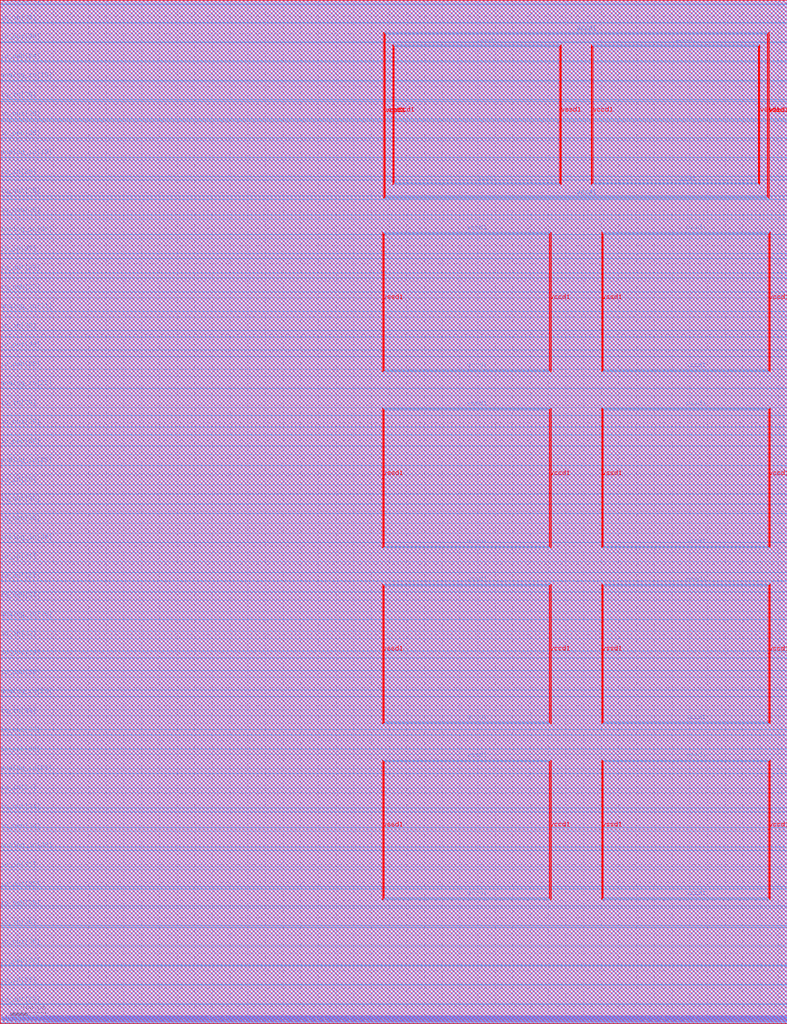
<source format=lef>
##
## LEF for PtnCells ;
## created by Innovus v20.10-p004_1 on Mon Dec 20 23:26:59 2021
##

VERSION 5.7 ;

BUSBITCHARS "[]" ;
DIVIDERCHAR "/" ;

MACRO rest_top
  CLASS BLOCK ;
  SIZE 2225.940000 BY 2895.100000 ;
  FOREIGN rest_top 0.000000 0.000000 ;
  ORIGIN 0 0 ;
  SYMMETRY X Y R90 ;
  PIN wb_clk_i
    DIRECTION INPUT ;
    USE SIGNAL ;
    PORT
      LAYER met2 ;
        RECT 4.430000 0.000000 4.570000 0.490000 ;
    END
  END wb_clk_i
  PIN wb_rst_i
    DIRECTION INPUT ;
    USE SIGNAL ;
    PORT
      LAYER met2 ;
        RECT 2.430000 0.000000 2.570000 0.485000 ;
    END
  END wb_rst_i
  PIN wbs_stb_i
    DIRECTION INPUT ;
    USE SIGNAL ;
    PORT
      LAYER met2 ;
        RECT 469.430000 0.000000 469.570000 0.490000 ;
    END
  END wbs_stb_i
  PIN wbs_cyc_i
    DIRECTION INPUT ;
    USE SIGNAL ;
    PORT
      LAYER met2 ;
        RECT 157.930000 0.000000 158.070000 0.490000 ;
    END
  END wbs_cyc_i
  PIN wbs_we_i
    DIRECTION INPUT ;
    USE SIGNAL ;
    PORT
      LAYER met2 ;
        RECT 473.930000 0.000000 474.070000 0.490000 ;
    END
  END wbs_we_i
  PIN wbs_sel_i[3]
    DIRECTION INPUT ;
    USE SIGNAL ;
    PORT
      LAYER met2 ;
        RECT 464.930000 0.000000 465.070000 0.490000 ;
    END
  END wbs_sel_i[3]
  PIN wbs_sel_i[2]
    DIRECTION INPUT ;
    USE SIGNAL ;
    PORT
      LAYER met2 ;
        RECT 460.430000 0.000000 460.570000 0.490000 ;
    END
  END wbs_sel_i[2]
  PIN wbs_sel_i[1]
    DIRECTION INPUT ;
    USE SIGNAL ;
    PORT
      LAYER met2 ;
        RECT 455.930000 0.000000 456.070000 0.490000 ;
    END
  END wbs_sel_i[1]
  PIN wbs_sel_i[0]
    DIRECTION INPUT ;
    USE SIGNAL ;
    PORT
      LAYER met2 ;
        RECT 451.430000 0.000000 451.570000 0.490000 ;
    END
  END wbs_sel_i[0]
  PIN wbs_dat_i[31]
    DIRECTION INPUT ;
    USE SIGNAL ;
    PORT
      LAYER met2 ;
        RECT 302.430000 0.000000 302.570000 0.490000 ;
    END
  END wbs_dat_i[31]
  PIN wbs_dat_i[30]
    DIRECTION INPUT ;
    USE SIGNAL ;
    PORT
      LAYER met2 ;
        RECT 297.830000 0.000000 297.970000 0.490000 ;
    END
  END wbs_dat_i[30]
  PIN wbs_dat_i[29]
    DIRECTION INPUT ;
    USE SIGNAL ;
    PORT
      LAYER met2 ;
        RECT 293.330000 0.000000 293.470000 0.490000 ;
    END
  END wbs_dat_i[29]
  PIN wbs_dat_i[28]
    DIRECTION INPUT ;
    USE SIGNAL ;
    PORT
      LAYER met2 ;
        RECT 288.830000 0.000000 288.970000 0.490000 ;
    END
  END wbs_dat_i[28]
  PIN wbs_dat_i[27]
    DIRECTION INPUT ;
    USE SIGNAL ;
    PORT
      LAYER met2 ;
        RECT 284.330000 0.000000 284.470000 0.490000 ;
    END
  END wbs_dat_i[27]
  PIN wbs_dat_i[26]
    DIRECTION INPUT ;
    USE SIGNAL ;
    PORT
      LAYER met2 ;
        RECT 279.830000 0.000000 279.970000 0.490000 ;
    END
  END wbs_dat_i[26]
  PIN wbs_dat_i[25]
    DIRECTION INPUT ;
    USE SIGNAL ;
    PORT
      LAYER met2 ;
        RECT 275.330000 0.000000 275.470000 0.490000 ;
    END
  END wbs_dat_i[25]
  PIN wbs_dat_i[24]
    DIRECTION INPUT ;
    USE SIGNAL ;
    PORT
      LAYER met2 ;
        RECT 270.830000 0.000000 270.970000 0.490000 ;
    END
  END wbs_dat_i[24]
  PIN wbs_dat_i[23]
    DIRECTION INPUT ;
    USE SIGNAL ;
    PORT
      LAYER met2 ;
        RECT 266.230000 0.000000 266.370000 0.490000 ;
    END
  END wbs_dat_i[23]
  PIN wbs_dat_i[22]
    DIRECTION INPUT ;
    USE SIGNAL ;
    PORT
      LAYER met2 ;
        RECT 261.730000 0.000000 261.870000 0.490000 ;
    END
  END wbs_dat_i[22]
  PIN wbs_dat_i[21]
    DIRECTION INPUT ;
    USE SIGNAL ;
    PORT
      LAYER met2 ;
        RECT 257.230000 0.000000 257.370000 0.490000 ;
    END
  END wbs_dat_i[21]
  PIN wbs_dat_i[20]
    DIRECTION INPUT ;
    USE SIGNAL ;
    PORT
      LAYER met2 ;
        RECT 252.730000 0.000000 252.870000 0.490000 ;
    END
  END wbs_dat_i[20]
  PIN wbs_dat_i[19]
    DIRECTION INPUT ;
    USE SIGNAL ;
    PORT
      LAYER met2 ;
        RECT 248.230000 0.000000 248.370000 0.490000 ;
    END
  END wbs_dat_i[19]
  PIN wbs_dat_i[18]
    DIRECTION INPUT ;
    USE SIGNAL ;
    PORT
      LAYER met2 ;
        RECT 243.730000 0.000000 243.870000 0.490000 ;
    END
  END wbs_dat_i[18]
  PIN wbs_dat_i[17]
    DIRECTION INPUT ;
    USE SIGNAL ;
    PORT
      LAYER met2 ;
        RECT 239.130000 0.000000 239.270000 0.490000 ;
    END
  END wbs_dat_i[17]
  PIN wbs_dat_i[16]
    DIRECTION INPUT ;
    USE SIGNAL ;
    PORT
      LAYER met2 ;
        RECT 234.630000 0.000000 234.770000 0.490000 ;
    END
  END wbs_dat_i[16]
  PIN wbs_dat_i[15]
    DIRECTION INPUT ;
    USE SIGNAL ;
    PORT
      LAYER met2 ;
        RECT 230.130000 0.000000 230.270000 0.490000 ;
    END
  END wbs_dat_i[15]
  PIN wbs_dat_i[14]
    DIRECTION INPUT ;
    USE SIGNAL ;
    PORT
      LAYER met2 ;
        RECT 225.630000 0.000000 225.770000 0.490000 ;
    END
  END wbs_dat_i[14]
  PIN wbs_dat_i[13]
    DIRECTION INPUT ;
    USE SIGNAL ;
    PORT
      LAYER met2 ;
        RECT 221.130000 0.000000 221.270000 0.490000 ;
    END
  END wbs_dat_i[13]
  PIN wbs_dat_i[12]
    DIRECTION INPUT ;
    USE SIGNAL ;
    PORT
      LAYER met2 ;
        RECT 216.630000 0.000000 216.770000 0.490000 ;
    END
  END wbs_dat_i[12]
  PIN wbs_dat_i[11]
    DIRECTION INPUT ;
    USE SIGNAL ;
    PORT
      LAYER met2 ;
        RECT 212.130000 0.000000 212.270000 0.490000 ;
    END
  END wbs_dat_i[11]
  PIN wbs_dat_i[10]
    DIRECTION INPUT ;
    USE SIGNAL ;
    PORT
      LAYER met2 ;
        RECT 207.530000 0.000000 207.670000 0.490000 ;
    END
  END wbs_dat_i[10]
  PIN wbs_dat_i[9]
    DIRECTION INPUT ;
    USE SIGNAL ;
    PORT
      LAYER met2 ;
        RECT 203.030000 0.000000 203.170000 0.490000 ;
    END
  END wbs_dat_i[9]
  PIN wbs_dat_i[8]
    DIRECTION INPUT ;
    USE SIGNAL ;
    PORT
      LAYER met2 ;
        RECT 198.530000 0.000000 198.670000 0.490000 ;
    END
  END wbs_dat_i[8]
  PIN wbs_dat_i[7]
    DIRECTION INPUT ;
    USE SIGNAL ;
    PORT
      LAYER met2 ;
        RECT 194.030000 0.000000 194.170000 0.490000 ;
    END
  END wbs_dat_i[7]
  PIN wbs_dat_i[6]
    DIRECTION INPUT ;
    USE SIGNAL ;
    PORT
      LAYER met2 ;
        RECT 189.530000 0.000000 189.670000 0.490000 ;
    END
  END wbs_dat_i[6]
  PIN wbs_dat_i[5]
    DIRECTION INPUT ;
    USE SIGNAL ;
    PORT
      LAYER met2 ;
        RECT 185.030000 0.000000 185.170000 0.490000 ;
    END
  END wbs_dat_i[5]
  PIN wbs_dat_i[4]
    DIRECTION INPUT ;
    USE SIGNAL ;
    PORT
      LAYER met2 ;
        RECT 180.530000 0.000000 180.670000 0.490000 ;
    END
  END wbs_dat_i[4]
  PIN wbs_dat_i[3]
    DIRECTION INPUT ;
    USE SIGNAL ;
    PORT
      LAYER met2 ;
        RECT 175.930000 0.000000 176.070000 0.490000 ;
    END
  END wbs_dat_i[3]
  PIN wbs_dat_i[2]
    DIRECTION INPUT ;
    USE SIGNAL ;
    PORT
      LAYER met2 ;
        RECT 171.430000 0.000000 171.570000 0.490000 ;
    END
  END wbs_dat_i[2]
  PIN wbs_dat_i[1]
    DIRECTION INPUT ;
    USE SIGNAL ;
    PORT
      LAYER met2 ;
        RECT 166.930000 0.000000 167.070000 0.490000 ;
    END
  END wbs_dat_i[1]
  PIN wbs_dat_i[0]
    DIRECTION INPUT ;
    USE SIGNAL ;
    PORT
      LAYER met2 ;
        RECT 162.430000 0.000000 162.570000 0.490000 ;
    END
  END wbs_dat_i[0]
  PIN wbs_adr_i[31]
    DIRECTION INPUT ;
    USE SIGNAL ;
    PORT
      LAYER met2 ;
        RECT 153.430000 0.000000 153.570000 0.490000 ;
    END
  END wbs_adr_i[31]
  PIN wbs_adr_i[30]
    DIRECTION INPUT ;
    USE SIGNAL ;
    PORT
      LAYER met2 ;
        RECT 148.830000 0.000000 148.970000 0.490000 ;
    END
  END wbs_adr_i[30]
  PIN wbs_adr_i[29]
    DIRECTION INPUT ;
    USE SIGNAL ;
    PORT
      LAYER met2 ;
        RECT 144.330000 0.000000 144.470000 0.490000 ;
    END
  END wbs_adr_i[29]
  PIN wbs_adr_i[28]
    DIRECTION INPUT ;
    USE SIGNAL ;
    PORT
      LAYER met2 ;
        RECT 139.830000 0.000000 139.970000 0.490000 ;
    END
  END wbs_adr_i[28]
  PIN wbs_adr_i[27]
    DIRECTION INPUT ;
    USE SIGNAL ;
    PORT
      LAYER met2 ;
        RECT 135.330000 0.000000 135.470000 0.490000 ;
    END
  END wbs_adr_i[27]
  PIN wbs_adr_i[26]
    DIRECTION INPUT ;
    USE SIGNAL ;
    PORT
      LAYER met2 ;
        RECT 130.830000 0.000000 130.970000 0.490000 ;
    END
  END wbs_adr_i[26]
  PIN wbs_adr_i[25]
    DIRECTION INPUT ;
    USE SIGNAL ;
    PORT
      LAYER met2 ;
        RECT 126.330000 0.000000 126.470000 0.490000 ;
    END
  END wbs_adr_i[25]
  PIN wbs_adr_i[24]
    DIRECTION INPUT ;
    USE SIGNAL ;
    PORT
      LAYER met2 ;
        RECT 121.830000 0.000000 121.970000 0.490000 ;
    END
  END wbs_adr_i[24]
  PIN wbs_adr_i[23]
    DIRECTION INPUT ;
    USE SIGNAL ;
    PORT
      LAYER met2 ;
        RECT 117.230000 0.000000 117.370000 0.490000 ;
    END
  END wbs_adr_i[23]
  PIN wbs_adr_i[22]
    DIRECTION INPUT ;
    USE SIGNAL ;
    PORT
      LAYER met2 ;
        RECT 112.730000 0.000000 112.870000 0.490000 ;
    END
  END wbs_adr_i[22]
  PIN wbs_adr_i[21]
    DIRECTION INPUT ;
    USE SIGNAL ;
    PORT
      LAYER met2 ;
        RECT 108.230000 0.000000 108.370000 0.490000 ;
    END
  END wbs_adr_i[21]
  PIN wbs_adr_i[20]
    DIRECTION INPUT ;
    USE SIGNAL ;
    PORT
      LAYER met2 ;
        RECT 103.730000 0.000000 103.870000 0.490000 ;
    END
  END wbs_adr_i[20]
  PIN wbs_adr_i[19]
    DIRECTION INPUT ;
    USE SIGNAL ;
    PORT
      LAYER met2 ;
        RECT 99.230000 0.000000 99.370000 0.490000 ;
    END
  END wbs_adr_i[19]
  PIN wbs_adr_i[18]
    DIRECTION INPUT ;
    USE SIGNAL ;
    PORT
      LAYER met2 ;
        RECT 94.730000 0.000000 94.870000 0.490000 ;
    END
  END wbs_adr_i[18]
  PIN wbs_adr_i[17]
    DIRECTION INPUT ;
    USE SIGNAL ;
    PORT
      LAYER met2 ;
        RECT 90.230000 0.000000 90.370000 0.490000 ;
    END
  END wbs_adr_i[17]
  PIN wbs_adr_i[16]
    DIRECTION INPUT ;
    USE SIGNAL ;
    PORT
      LAYER met2 ;
        RECT 85.630000 0.000000 85.770000 0.490000 ;
    END
  END wbs_adr_i[16]
  PIN wbs_adr_i[15]
    DIRECTION INPUT ;
    USE SIGNAL ;
    PORT
      LAYER met2 ;
        RECT 81.130000 0.000000 81.270000 0.490000 ;
    END
  END wbs_adr_i[15]
  PIN wbs_adr_i[14]
    DIRECTION INPUT ;
    USE SIGNAL ;
    PORT
      LAYER met2 ;
        RECT 76.630000 0.000000 76.770000 0.490000 ;
    END
  END wbs_adr_i[14]
  PIN wbs_adr_i[13]
    DIRECTION INPUT ;
    USE SIGNAL ;
    PORT
      LAYER met2 ;
        RECT 72.130000 0.000000 72.270000 0.490000 ;
    END
  END wbs_adr_i[13]
  PIN wbs_adr_i[12]
    DIRECTION INPUT ;
    USE SIGNAL ;
    PORT
      LAYER met2 ;
        RECT 67.630000 0.000000 67.770000 0.490000 ;
    END
  END wbs_adr_i[12]
  PIN wbs_adr_i[11]
    DIRECTION INPUT ;
    USE SIGNAL ;
    PORT
      LAYER met2 ;
        RECT 63.130000 0.000000 63.270000 0.490000 ;
    END
  END wbs_adr_i[11]
  PIN wbs_adr_i[10]
    DIRECTION INPUT ;
    USE SIGNAL ;
    PORT
      LAYER met2 ;
        RECT 58.530000 0.000000 58.670000 0.490000 ;
    END
  END wbs_adr_i[10]
  PIN wbs_adr_i[9]
    DIRECTION INPUT ;
    USE SIGNAL ;
    PORT
      LAYER met2 ;
        RECT 54.030000 0.000000 54.170000 0.490000 ;
    END
  END wbs_adr_i[9]
  PIN wbs_adr_i[8]
    DIRECTION INPUT ;
    USE SIGNAL ;
    PORT
      LAYER met2 ;
        RECT 49.530000 0.000000 49.670000 0.490000 ;
    END
  END wbs_adr_i[8]
  PIN wbs_adr_i[7]
    DIRECTION INPUT ;
    USE SIGNAL ;
    PORT
      LAYER met2 ;
        RECT 45.030000 0.000000 45.170000 0.490000 ;
    END
  END wbs_adr_i[7]
  PIN wbs_adr_i[6]
    DIRECTION INPUT ;
    USE SIGNAL ;
    PORT
      LAYER met2 ;
        RECT 40.530000 0.000000 40.670000 0.490000 ;
    END
  END wbs_adr_i[6]
  PIN wbs_adr_i[5]
    DIRECTION INPUT ;
    USE SIGNAL ;
    PORT
      LAYER met2 ;
        RECT 36.030000 0.000000 36.170000 0.490000 ;
    END
  END wbs_adr_i[5]
  PIN wbs_adr_i[4]
    DIRECTION INPUT ;
    USE SIGNAL ;
    PORT
      LAYER met2 ;
        RECT 31.530000 0.000000 31.670000 0.490000 ;
    END
  END wbs_adr_i[4]
  PIN wbs_adr_i[3]
    DIRECTION INPUT ;
    USE SIGNAL ;
    PORT
      LAYER met2 ;
        RECT 26.930000 0.000000 27.070000 0.490000 ;
    END
  END wbs_adr_i[3]
  PIN wbs_adr_i[2]
    DIRECTION INPUT ;
    USE SIGNAL ;
    PORT
      LAYER met2 ;
        RECT 22.430000 0.000000 22.570000 0.490000 ;
    END
  END wbs_adr_i[2]
  PIN wbs_adr_i[1]
    DIRECTION INPUT ;
    USE SIGNAL ;
    PORT
      LAYER met2 ;
        RECT 17.930000 0.000000 18.070000 0.490000 ;
    END
  END wbs_adr_i[1]
  PIN wbs_adr_i[0]
    DIRECTION INPUT ;
    USE SIGNAL ;
    PORT
      LAYER met2 ;
        RECT 13.430000 0.000000 13.570000 0.490000 ;
    END
  END wbs_adr_i[0]
  PIN wbs_ack_o
    DIRECTION OUTPUT ;
    USE SIGNAL ;
    PORT
      LAYER met2 ;
        RECT 8.930000 0.000000 9.070000 0.490000 ;
    END
  END wbs_ack_o
  PIN wbs_dat_o[31]
    DIRECTION OUTPUT ;
    USE SIGNAL ;
    PORT
      LAYER met2 ;
        RECT 446.830000 0.000000 446.970000 0.490000 ;
    END
  END wbs_dat_o[31]
  PIN wbs_dat_o[30]
    DIRECTION OUTPUT ;
    USE SIGNAL ;
    PORT
      LAYER met2 ;
        RECT 442.330000 0.000000 442.470000 0.490000 ;
    END
  END wbs_dat_o[30]
  PIN wbs_dat_o[29]
    DIRECTION OUTPUT ;
    USE SIGNAL ;
    PORT
      LAYER met2 ;
        RECT 437.830000 0.000000 437.970000 0.490000 ;
    END
  END wbs_dat_o[29]
  PIN wbs_dat_o[28]
    DIRECTION OUTPUT ;
    USE SIGNAL ;
    PORT
      LAYER met2 ;
        RECT 433.330000 0.000000 433.470000 0.490000 ;
    END
  END wbs_dat_o[28]
  PIN wbs_dat_o[27]
    DIRECTION OUTPUT ;
    USE SIGNAL ;
    PORT
      LAYER met2 ;
        RECT 428.830000 0.000000 428.970000 0.490000 ;
    END
  END wbs_dat_o[27]
  PIN wbs_dat_o[26]
    DIRECTION OUTPUT ;
    USE SIGNAL ;
    PORT
      LAYER met2 ;
        RECT 424.330000 0.000000 424.470000 0.490000 ;
    END
  END wbs_dat_o[26]
  PIN wbs_dat_o[25]
    DIRECTION OUTPUT ;
    USE SIGNAL ;
    PORT
      LAYER met2 ;
        RECT 419.730000 0.000000 419.870000 0.490000 ;
    END
  END wbs_dat_o[25]
  PIN wbs_dat_o[24]
    DIRECTION OUTPUT ;
    USE SIGNAL ;
    PORT
      LAYER met2 ;
        RECT 415.230000 0.000000 415.370000 0.490000 ;
    END
  END wbs_dat_o[24]
  PIN wbs_dat_o[23]
    DIRECTION OUTPUT ;
    USE SIGNAL ;
    PORT
      LAYER met2 ;
        RECT 410.730000 0.000000 410.870000 0.490000 ;
    END
  END wbs_dat_o[23]
  PIN wbs_dat_o[22]
    DIRECTION OUTPUT ;
    USE SIGNAL ;
    PORT
      LAYER met2 ;
        RECT 406.230000 0.000000 406.370000 0.490000 ;
    END
  END wbs_dat_o[22]
  PIN wbs_dat_o[21]
    DIRECTION OUTPUT ;
    USE SIGNAL ;
    PORT
      LAYER met2 ;
        RECT 401.730000 0.000000 401.870000 0.490000 ;
    END
  END wbs_dat_o[21]
  PIN wbs_dat_o[20]
    DIRECTION OUTPUT ;
    USE SIGNAL ;
    PORT
      LAYER met2 ;
        RECT 397.230000 0.000000 397.370000 0.490000 ;
    END
  END wbs_dat_o[20]
  PIN wbs_dat_o[19]
    DIRECTION OUTPUT ;
    USE SIGNAL ;
    PORT
      LAYER met2 ;
        RECT 392.730000 0.000000 392.870000 0.490000 ;
    END
  END wbs_dat_o[19]
  PIN wbs_dat_o[18]
    DIRECTION OUTPUT ;
    USE SIGNAL ;
    PORT
      LAYER met2 ;
        RECT 388.130000 0.000000 388.270000 0.490000 ;
    END
  END wbs_dat_o[18]
  PIN wbs_dat_o[17]
    DIRECTION OUTPUT ;
    USE SIGNAL ;
    PORT
      LAYER met2 ;
        RECT 383.630000 0.000000 383.770000 0.490000 ;
    END
  END wbs_dat_o[17]
  PIN wbs_dat_o[16]
    DIRECTION OUTPUT ;
    USE SIGNAL ;
    PORT
      LAYER met2 ;
        RECT 379.130000 0.000000 379.270000 0.490000 ;
    END
  END wbs_dat_o[16]
  PIN wbs_dat_o[15]
    DIRECTION OUTPUT ;
    USE SIGNAL ;
    PORT
      LAYER met2 ;
        RECT 374.630000 0.000000 374.770000 0.490000 ;
    END
  END wbs_dat_o[15]
  PIN wbs_dat_o[14]
    DIRECTION OUTPUT ;
    USE SIGNAL ;
    PORT
      LAYER met2 ;
        RECT 370.130000 0.000000 370.270000 0.490000 ;
    END
  END wbs_dat_o[14]
  PIN wbs_dat_o[13]
    DIRECTION OUTPUT ;
    USE SIGNAL ;
    PORT
      LAYER met2 ;
        RECT 365.630000 0.000000 365.770000 0.490000 ;
    END
  END wbs_dat_o[13]
  PIN wbs_dat_o[12]
    DIRECTION OUTPUT ;
    USE SIGNAL ;
    PORT
      LAYER met2 ;
        RECT 361.130000 0.000000 361.270000 0.490000 ;
    END
  END wbs_dat_o[12]
  PIN wbs_dat_o[11]
    DIRECTION OUTPUT ;
    USE SIGNAL ;
    PORT
      LAYER met2 ;
        RECT 356.530000 0.000000 356.670000 0.490000 ;
    END
  END wbs_dat_o[11]
  PIN wbs_dat_o[10]
    DIRECTION OUTPUT ;
    USE SIGNAL ;
    PORT
      LAYER met2 ;
        RECT 352.030000 0.000000 352.170000 0.490000 ;
    END
  END wbs_dat_o[10]
  PIN wbs_dat_o[9]
    DIRECTION OUTPUT ;
    USE SIGNAL ;
    PORT
      LAYER met2 ;
        RECT 347.530000 0.000000 347.670000 0.490000 ;
    END
  END wbs_dat_o[9]
  PIN wbs_dat_o[8]
    DIRECTION OUTPUT ;
    USE SIGNAL ;
    PORT
      LAYER met2 ;
        RECT 343.030000 0.000000 343.170000 0.490000 ;
    END
  END wbs_dat_o[8]
  PIN wbs_dat_o[7]
    DIRECTION OUTPUT ;
    USE SIGNAL ;
    PORT
      LAYER met2 ;
        RECT 338.530000 0.000000 338.670000 0.490000 ;
    END
  END wbs_dat_o[7]
  PIN wbs_dat_o[6]
    DIRECTION OUTPUT ;
    USE SIGNAL ;
    PORT
      LAYER met2 ;
        RECT 334.030000 0.000000 334.170000 0.490000 ;
    END
  END wbs_dat_o[6]
  PIN wbs_dat_o[5]
    DIRECTION OUTPUT ;
    USE SIGNAL ;
    PORT
      LAYER met2 ;
        RECT 329.430000 0.000000 329.570000 0.490000 ;
    END
  END wbs_dat_o[5]
  PIN wbs_dat_o[4]
    DIRECTION OUTPUT ;
    USE SIGNAL ;
    PORT
      LAYER met2 ;
        RECT 324.930000 0.000000 325.070000 0.490000 ;
    END
  END wbs_dat_o[4]
  PIN wbs_dat_o[3]
    DIRECTION OUTPUT ;
    USE SIGNAL ;
    PORT
      LAYER met2 ;
        RECT 320.430000 0.000000 320.570000 0.490000 ;
    END
  END wbs_dat_o[3]
  PIN wbs_dat_o[2]
    DIRECTION OUTPUT ;
    USE SIGNAL ;
    PORT
      LAYER met2 ;
        RECT 315.930000 0.000000 316.070000 0.490000 ;
    END
  END wbs_dat_o[2]
  PIN wbs_dat_o[1]
    DIRECTION OUTPUT ;
    USE SIGNAL ;
    PORT
      LAYER met2 ;
        RECT 311.430000 0.000000 311.570000 0.490000 ;
    END
  END wbs_dat_o[1]
  PIN wbs_dat_o[0]
    DIRECTION OUTPUT ;
    USE SIGNAL ;
    PORT
      LAYER met2 ;
        RECT 306.930000 0.000000 307.070000 0.490000 ;
    END
  END wbs_dat_o[0]
  PIN la_data_in[127]
    DIRECTION INPUT ;
    USE SIGNAL ;
    PORT
      LAYER met2 ;
        RECT 1051.830000 0.000000 1051.970000 0.490000 ;
    END
  END la_data_in[127]
  PIN la_data_in[126]
    DIRECTION INPUT ;
    USE SIGNAL ;
    PORT
      LAYER met2 ;
        RECT 1047.330000 0.000000 1047.470000 0.490000 ;
    END
  END la_data_in[126]
  PIN la_data_in[125]
    DIRECTION INPUT ;
    USE SIGNAL ;
    PORT
      LAYER met2 ;
        RECT 1042.830000 0.000000 1042.970000 0.490000 ;
    END
  END la_data_in[125]
  PIN la_data_in[124]
    DIRECTION INPUT ;
    USE SIGNAL ;
    PORT
      LAYER met2 ;
        RECT 1038.330000 0.000000 1038.470000 0.490000 ;
    END
  END la_data_in[124]
  PIN la_data_in[123]
    DIRECTION INPUT ;
    USE SIGNAL ;
    PORT
      LAYER met2 ;
        RECT 1033.830000 0.000000 1033.970000 0.490000 ;
    END
  END la_data_in[123]
  PIN la_data_in[122]
    DIRECTION INPUT ;
    USE SIGNAL ;
    PORT
      LAYER met2 ;
        RECT 1029.330000 0.000000 1029.470000 0.490000 ;
    END
  END la_data_in[122]
  PIN la_data_in[121]
    DIRECTION INPUT ;
    USE SIGNAL ;
    PORT
      LAYER met2 ;
        RECT 1024.830000 0.000000 1024.970000 0.490000 ;
    END
  END la_data_in[121]
  PIN la_data_in[120]
    DIRECTION INPUT ;
    USE SIGNAL ;
    PORT
      LAYER met2 ;
        RECT 1020.230000 0.000000 1020.370000 0.490000 ;
    END
  END la_data_in[120]
  PIN la_data_in[119]
    DIRECTION INPUT ;
    USE SIGNAL ;
    PORT
      LAYER met2 ;
        RECT 1015.730000 0.000000 1015.870000 0.490000 ;
    END
  END la_data_in[119]
  PIN la_data_in[118]
    DIRECTION INPUT ;
    USE SIGNAL ;
    PORT
      LAYER met2 ;
        RECT 1011.230000 0.000000 1011.370000 0.490000 ;
    END
  END la_data_in[118]
  PIN la_data_in[117]
    DIRECTION INPUT ;
    USE SIGNAL ;
    PORT
      LAYER met2 ;
        RECT 1006.730000 0.000000 1006.870000 0.490000 ;
    END
  END la_data_in[117]
  PIN la_data_in[116]
    DIRECTION INPUT ;
    USE SIGNAL ;
    PORT
      LAYER met2 ;
        RECT 1002.230000 0.000000 1002.370000 0.490000 ;
    END
  END la_data_in[116]
  PIN la_data_in[115]
    DIRECTION INPUT ;
    USE SIGNAL ;
    PORT
      LAYER met2 ;
        RECT 997.730000 0.000000 997.870000 0.490000 ;
    END
  END la_data_in[115]
  PIN la_data_in[114]
    DIRECTION INPUT ;
    USE SIGNAL ;
    PORT
      LAYER met2 ;
        RECT 993.230000 0.000000 993.370000 0.490000 ;
    END
  END la_data_in[114]
  PIN la_data_in[113]
    DIRECTION INPUT ;
    USE SIGNAL ;
    PORT
      LAYER met2 ;
        RECT 988.630000 0.000000 988.770000 0.490000 ;
    END
  END la_data_in[113]
  PIN la_data_in[112]
    DIRECTION INPUT ;
    USE SIGNAL ;
    PORT
      LAYER met2 ;
        RECT 984.130000 0.000000 984.270000 0.490000 ;
    END
  END la_data_in[112]
  PIN la_data_in[111]
    DIRECTION INPUT ;
    USE SIGNAL ;
    PORT
      LAYER met2 ;
        RECT 979.630000 0.000000 979.770000 0.490000 ;
    END
  END la_data_in[111]
  PIN la_data_in[110]
    DIRECTION INPUT ;
    USE SIGNAL ;
    PORT
      LAYER met2 ;
        RECT 975.130000 0.000000 975.270000 0.490000 ;
    END
  END la_data_in[110]
  PIN la_data_in[109]
    DIRECTION INPUT ;
    USE SIGNAL ;
    PORT
      LAYER met2 ;
        RECT 970.630000 0.000000 970.770000 0.490000 ;
    END
  END la_data_in[109]
  PIN la_data_in[108]
    DIRECTION INPUT ;
    USE SIGNAL ;
    PORT
      LAYER met2 ;
        RECT 966.130000 0.000000 966.270000 0.490000 ;
    END
  END la_data_in[108]
  PIN la_data_in[107]
    DIRECTION INPUT ;
    USE SIGNAL ;
    PORT
      LAYER met2 ;
        RECT 961.530000 0.000000 961.670000 0.490000 ;
    END
  END la_data_in[107]
  PIN la_data_in[106]
    DIRECTION INPUT ;
    USE SIGNAL ;
    PORT
      LAYER met2 ;
        RECT 957.030000 0.000000 957.170000 0.490000 ;
    END
  END la_data_in[106]
  PIN la_data_in[105]
    DIRECTION INPUT ;
    USE SIGNAL ;
    PORT
      LAYER met2 ;
        RECT 952.530000 0.000000 952.670000 0.490000 ;
    END
  END la_data_in[105]
  PIN la_data_in[104]
    DIRECTION INPUT ;
    USE SIGNAL ;
    PORT
      LAYER met2 ;
        RECT 948.030000 0.000000 948.170000 0.490000 ;
    END
  END la_data_in[104]
  PIN la_data_in[103]
    DIRECTION INPUT ;
    USE SIGNAL ;
    PORT
      LAYER met2 ;
        RECT 943.530000 0.000000 943.670000 0.490000 ;
    END
  END la_data_in[103]
  PIN la_data_in[102]
    DIRECTION INPUT ;
    USE SIGNAL ;
    PORT
      LAYER met2 ;
        RECT 939.030000 0.000000 939.170000 0.490000 ;
    END
  END la_data_in[102]
  PIN la_data_in[101]
    DIRECTION INPUT ;
    USE SIGNAL ;
    PORT
      LAYER met2 ;
        RECT 934.530000 0.000000 934.670000 0.490000 ;
    END
  END la_data_in[101]
  PIN la_data_in[100]
    DIRECTION INPUT ;
    USE SIGNAL ;
    PORT
      LAYER met2 ;
        RECT 929.930000 0.000000 930.070000 0.490000 ;
    END
  END la_data_in[100]
  PIN la_data_in[99]
    DIRECTION INPUT ;
    USE SIGNAL ;
    PORT
      LAYER met2 ;
        RECT 925.430000 0.000000 925.570000 0.490000 ;
    END
  END la_data_in[99]
  PIN la_data_in[98]
    DIRECTION INPUT ;
    USE SIGNAL ;
    PORT
      LAYER met2 ;
        RECT 920.930000 0.000000 921.070000 0.490000 ;
    END
  END la_data_in[98]
  PIN la_data_in[97]
    DIRECTION INPUT ;
    USE SIGNAL ;
    PORT
      LAYER met2 ;
        RECT 916.430000 0.000000 916.570000 0.490000 ;
    END
  END la_data_in[97]
  PIN la_data_in[96]
    DIRECTION INPUT ;
    USE SIGNAL ;
    PORT
      LAYER met2 ;
        RECT 911.930000 0.000000 912.070000 0.490000 ;
    END
  END la_data_in[96]
  PIN la_data_in[95]
    DIRECTION INPUT ;
    USE SIGNAL ;
    PORT
      LAYER met2 ;
        RECT 907.430000 0.000000 907.570000 0.490000 ;
    END
  END la_data_in[95]
  PIN la_data_in[94]
    DIRECTION INPUT ;
    USE SIGNAL ;
    PORT
      LAYER met2 ;
        RECT 902.930000 0.000000 903.070000 0.490000 ;
    END
  END la_data_in[94]
  PIN la_data_in[93]
    DIRECTION INPUT ;
    USE SIGNAL ;
    PORT
      LAYER met2 ;
        RECT 898.330000 0.000000 898.470000 0.490000 ;
    END
  END la_data_in[93]
  PIN la_data_in[92]
    DIRECTION INPUT ;
    USE SIGNAL ;
    PORT
      LAYER met2 ;
        RECT 893.830000 0.000000 893.970000 0.490000 ;
    END
  END la_data_in[92]
  PIN la_data_in[91]
    DIRECTION INPUT ;
    USE SIGNAL ;
    PORT
      LAYER met2 ;
        RECT 889.330000 0.000000 889.470000 0.490000 ;
    END
  END la_data_in[91]
  PIN la_data_in[90]
    DIRECTION INPUT ;
    USE SIGNAL ;
    PORT
      LAYER met2 ;
        RECT 884.830000 0.000000 884.970000 0.490000 ;
    END
  END la_data_in[90]
  PIN la_data_in[89]
    DIRECTION INPUT ;
    USE SIGNAL ;
    PORT
      LAYER met2 ;
        RECT 880.330000 0.000000 880.470000 0.490000 ;
    END
  END la_data_in[89]
  PIN la_data_in[88]
    DIRECTION INPUT ;
    USE SIGNAL ;
    PORT
      LAYER met2 ;
        RECT 875.830000 0.000000 875.970000 0.490000 ;
    END
  END la_data_in[88]
  PIN la_data_in[87]
    DIRECTION INPUT ;
    USE SIGNAL ;
    PORT
      LAYER met2 ;
        RECT 871.230000 0.000000 871.370000 0.490000 ;
    END
  END la_data_in[87]
  PIN la_data_in[86]
    DIRECTION INPUT ;
    USE SIGNAL ;
    PORT
      LAYER met2 ;
        RECT 866.730000 0.000000 866.870000 0.490000 ;
    END
  END la_data_in[86]
  PIN la_data_in[85]
    DIRECTION INPUT ;
    USE SIGNAL ;
    PORT
      LAYER met2 ;
        RECT 862.230000 0.000000 862.370000 0.490000 ;
    END
  END la_data_in[85]
  PIN la_data_in[84]
    DIRECTION INPUT ;
    USE SIGNAL ;
    PORT
      LAYER met2 ;
        RECT 857.730000 0.000000 857.870000 0.490000 ;
    END
  END la_data_in[84]
  PIN la_data_in[83]
    DIRECTION INPUT ;
    USE SIGNAL ;
    PORT
      LAYER met2 ;
        RECT 853.230000 0.000000 853.370000 0.490000 ;
    END
  END la_data_in[83]
  PIN la_data_in[82]
    DIRECTION INPUT ;
    USE SIGNAL ;
    PORT
      LAYER met2 ;
        RECT 848.730000 0.000000 848.870000 0.490000 ;
    END
  END la_data_in[82]
  PIN la_data_in[81]
    DIRECTION INPUT ;
    USE SIGNAL ;
    PORT
      LAYER met2 ;
        RECT 844.230000 0.000000 844.370000 0.490000 ;
    END
  END la_data_in[81]
  PIN la_data_in[80]
    DIRECTION INPUT ;
    USE SIGNAL ;
    PORT
      LAYER met2 ;
        RECT 839.630000 0.000000 839.770000 0.490000 ;
    END
  END la_data_in[80]
  PIN la_data_in[79]
    DIRECTION INPUT ;
    USE SIGNAL ;
    PORT
      LAYER met2 ;
        RECT 835.130000 0.000000 835.270000 0.490000 ;
    END
  END la_data_in[79]
  PIN la_data_in[78]
    DIRECTION INPUT ;
    USE SIGNAL ;
    PORT
      LAYER met2 ;
        RECT 830.630000 0.000000 830.770000 0.490000 ;
    END
  END la_data_in[78]
  PIN la_data_in[77]
    DIRECTION INPUT ;
    USE SIGNAL ;
    PORT
      LAYER met2 ;
        RECT 826.130000 0.000000 826.270000 0.490000 ;
    END
  END la_data_in[77]
  PIN la_data_in[76]
    DIRECTION INPUT ;
    USE SIGNAL ;
    PORT
      LAYER met2 ;
        RECT 821.630000 0.000000 821.770000 0.490000 ;
    END
  END la_data_in[76]
  PIN la_data_in[75]
    DIRECTION INPUT ;
    USE SIGNAL ;
    PORT
      LAYER met2 ;
        RECT 817.130000 0.000000 817.270000 0.490000 ;
    END
  END la_data_in[75]
  PIN la_data_in[74]
    DIRECTION INPUT ;
    USE SIGNAL ;
    PORT
      LAYER met2 ;
        RECT 812.630000 0.000000 812.770000 0.490000 ;
    END
  END la_data_in[74]
  PIN la_data_in[73]
    DIRECTION INPUT ;
    USE SIGNAL ;
    PORT
      LAYER met2 ;
        RECT 808.030000 0.000000 808.170000 0.490000 ;
    END
  END la_data_in[73]
  PIN la_data_in[72]
    DIRECTION INPUT ;
    USE SIGNAL ;
    PORT
      LAYER met2 ;
        RECT 803.530000 0.000000 803.670000 0.490000 ;
    END
  END la_data_in[72]
  PIN la_data_in[71]
    DIRECTION INPUT ;
    USE SIGNAL ;
    PORT
      LAYER met2 ;
        RECT 799.030000 0.000000 799.170000 0.490000 ;
    END
  END la_data_in[71]
  PIN la_data_in[70]
    DIRECTION INPUT ;
    USE SIGNAL ;
    PORT
      LAYER met2 ;
        RECT 794.530000 0.000000 794.670000 0.490000 ;
    END
  END la_data_in[70]
  PIN la_data_in[69]
    DIRECTION INPUT ;
    USE SIGNAL ;
    PORT
      LAYER met2 ;
        RECT 790.030000 0.000000 790.170000 0.490000 ;
    END
  END la_data_in[69]
  PIN la_data_in[68]
    DIRECTION INPUT ;
    USE SIGNAL ;
    PORT
      LAYER met2 ;
        RECT 785.530000 0.000000 785.670000 0.490000 ;
    END
  END la_data_in[68]
  PIN la_data_in[67]
    DIRECTION INPUT ;
    USE SIGNAL ;
    PORT
      LAYER met2 ;
        RECT 780.930000 0.000000 781.070000 0.490000 ;
    END
  END la_data_in[67]
  PIN la_data_in[66]
    DIRECTION INPUT ;
    USE SIGNAL ;
    PORT
      LAYER met2 ;
        RECT 776.430000 0.000000 776.570000 0.490000 ;
    END
  END la_data_in[66]
  PIN la_data_in[65]
    DIRECTION INPUT ;
    USE SIGNAL ;
    PORT
      LAYER met2 ;
        RECT 771.930000 0.000000 772.070000 0.490000 ;
    END
  END la_data_in[65]
  PIN la_data_in[64]
    DIRECTION INPUT ;
    USE SIGNAL ;
    PORT
      LAYER met2 ;
        RECT 767.430000 0.000000 767.570000 0.490000 ;
    END
  END la_data_in[64]
  PIN la_data_in[63]
    DIRECTION INPUT ;
    USE SIGNAL ;
    PORT
      LAYER met2 ;
        RECT 762.930000 0.000000 763.070000 0.490000 ;
    END
  END la_data_in[63]
  PIN la_data_in[62]
    DIRECTION INPUT ;
    USE SIGNAL ;
    PORT
      LAYER met2 ;
        RECT 758.430000 0.000000 758.570000 0.490000 ;
    END
  END la_data_in[62]
  PIN la_data_in[61]
    DIRECTION INPUT ;
    USE SIGNAL ;
    PORT
      LAYER met2 ;
        RECT 753.930000 0.000000 754.070000 0.490000 ;
    END
  END la_data_in[61]
  PIN la_data_in[60]
    DIRECTION INPUT ;
    USE SIGNAL ;
    PORT
      LAYER met2 ;
        RECT 749.330000 0.000000 749.470000 0.490000 ;
    END
  END la_data_in[60]
  PIN la_data_in[59]
    DIRECTION INPUT ;
    USE SIGNAL ;
    PORT
      LAYER met2 ;
        RECT 744.830000 0.000000 744.970000 0.490000 ;
    END
  END la_data_in[59]
  PIN la_data_in[58]
    DIRECTION INPUT ;
    USE SIGNAL ;
    PORT
      LAYER met2 ;
        RECT 740.330000 0.000000 740.470000 0.490000 ;
    END
  END la_data_in[58]
  PIN la_data_in[57]
    DIRECTION INPUT ;
    USE SIGNAL ;
    PORT
      LAYER met2 ;
        RECT 735.830000 0.000000 735.970000 0.490000 ;
    END
  END la_data_in[57]
  PIN la_data_in[56]
    DIRECTION INPUT ;
    USE SIGNAL ;
    PORT
      LAYER met2 ;
        RECT 731.330000 0.000000 731.470000 0.490000 ;
    END
  END la_data_in[56]
  PIN la_data_in[55]
    DIRECTION INPUT ;
    USE SIGNAL ;
    PORT
      LAYER met2 ;
        RECT 726.830000 0.000000 726.970000 0.490000 ;
    END
  END la_data_in[55]
  PIN la_data_in[54]
    DIRECTION INPUT ;
    USE SIGNAL ;
    PORT
      LAYER met2 ;
        RECT 722.330000 0.000000 722.470000 0.490000 ;
    END
  END la_data_in[54]
  PIN la_data_in[53]
    DIRECTION INPUT ;
    USE SIGNAL ;
    PORT
      LAYER met2 ;
        RECT 717.730000 0.000000 717.870000 0.490000 ;
    END
  END la_data_in[53]
  PIN la_data_in[52]
    DIRECTION INPUT ;
    USE SIGNAL ;
    PORT
      LAYER met2 ;
        RECT 713.230000 0.000000 713.370000 0.490000 ;
    END
  END la_data_in[52]
  PIN la_data_in[51]
    DIRECTION INPUT ;
    USE SIGNAL ;
    PORT
      LAYER met2 ;
        RECT 708.730000 0.000000 708.870000 0.490000 ;
    END
  END la_data_in[51]
  PIN la_data_in[50]
    DIRECTION INPUT ;
    USE SIGNAL ;
    PORT
      LAYER met2 ;
        RECT 704.230000 0.000000 704.370000 0.490000 ;
    END
  END la_data_in[50]
  PIN la_data_in[49]
    DIRECTION INPUT ;
    USE SIGNAL ;
    PORT
      LAYER met2 ;
        RECT 699.730000 0.000000 699.870000 0.490000 ;
    END
  END la_data_in[49]
  PIN la_data_in[48]
    DIRECTION INPUT ;
    USE SIGNAL ;
    PORT
      LAYER met2 ;
        RECT 695.230000 0.000000 695.370000 0.490000 ;
    END
  END la_data_in[48]
  PIN la_data_in[47]
    DIRECTION INPUT ;
    USE SIGNAL ;
    PORT
      LAYER met2 ;
        RECT 690.630000 0.000000 690.770000 0.490000 ;
    END
  END la_data_in[47]
  PIN la_data_in[46]
    DIRECTION INPUT ;
    USE SIGNAL ;
    PORT
      LAYER met2 ;
        RECT 686.130000 0.000000 686.270000 0.490000 ;
    END
  END la_data_in[46]
  PIN la_data_in[45]
    DIRECTION INPUT ;
    USE SIGNAL ;
    PORT
      LAYER met2 ;
        RECT 681.630000 0.000000 681.770000 0.490000 ;
    END
  END la_data_in[45]
  PIN la_data_in[44]
    DIRECTION INPUT ;
    USE SIGNAL ;
    PORT
      LAYER met2 ;
        RECT 677.130000 0.000000 677.270000 0.490000 ;
    END
  END la_data_in[44]
  PIN la_data_in[43]
    DIRECTION INPUT ;
    USE SIGNAL ;
    PORT
      LAYER met2 ;
        RECT 672.630000 0.000000 672.770000 0.490000 ;
    END
  END la_data_in[43]
  PIN la_data_in[42]
    DIRECTION INPUT ;
    USE SIGNAL ;
    PORT
      LAYER met2 ;
        RECT 668.130000 0.000000 668.270000 0.490000 ;
    END
  END la_data_in[42]
  PIN la_data_in[41]
    DIRECTION INPUT ;
    USE SIGNAL ;
    PORT
      LAYER met2 ;
        RECT 663.630000 0.000000 663.770000 0.490000 ;
    END
  END la_data_in[41]
  PIN la_data_in[40]
    DIRECTION INPUT ;
    USE SIGNAL ;
    PORT
      LAYER met2 ;
        RECT 659.030000 0.000000 659.170000 0.490000 ;
    END
  END la_data_in[40]
  PIN la_data_in[39]
    DIRECTION INPUT ;
    USE SIGNAL ;
    PORT
      LAYER met2 ;
        RECT 654.530000 0.000000 654.670000 0.490000 ;
    END
  END la_data_in[39]
  PIN la_data_in[38]
    DIRECTION INPUT ;
    USE SIGNAL ;
    PORT
      LAYER met2 ;
        RECT 650.030000 0.000000 650.170000 0.490000 ;
    END
  END la_data_in[38]
  PIN la_data_in[37]
    DIRECTION INPUT ;
    USE SIGNAL ;
    PORT
      LAYER met2 ;
        RECT 645.530000 0.000000 645.670000 0.490000 ;
    END
  END la_data_in[37]
  PIN la_data_in[36]
    DIRECTION INPUT ;
    USE SIGNAL ;
    PORT
      LAYER met2 ;
        RECT 641.030000 0.000000 641.170000 0.490000 ;
    END
  END la_data_in[36]
  PIN la_data_in[35]
    DIRECTION INPUT ;
    USE SIGNAL ;
    PORT
      LAYER met2 ;
        RECT 636.530000 0.000000 636.670000 0.490000 ;
    END
  END la_data_in[35]
  PIN la_data_in[34]
    DIRECTION INPUT ;
    USE SIGNAL ;
    PORT
      LAYER met2 ;
        RECT 632.030000 0.000000 632.170000 0.490000 ;
    END
  END la_data_in[34]
  PIN la_data_in[33]
    DIRECTION INPUT ;
    USE SIGNAL ;
    PORT
      LAYER met2 ;
        RECT 627.430000 0.000000 627.570000 0.490000 ;
    END
  END la_data_in[33]
  PIN la_data_in[32]
    DIRECTION INPUT ;
    USE SIGNAL ;
    PORT
      LAYER met2 ;
        RECT 622.930000 0.000000 623.070000 0.490000 ;
    END
  END la_data_in[32]
  PIN la_data_in[31]
    DIRECTION INPUT ;
    USE SIGNAL ;
    PORT
      LAYER met2 ;
        RECT 618.430000 0.000000 618.570000 0.490000 ;
    END
  END la_data_in[31]
  PIN la_data_in[30]
    DIRECTION INPUT ;
    USE SIGNAL ;
    PORT
      LAYER met2 ;
        RECT 613.930000 0.000000 614.070000 0.490000 ;
    END
  END la_data_in[30]
  PIN la_data_in[29]
    DIRECTION INPUT ;
    USE SIGNAL ;
    PORT
      LAYER met2 ;
        RECT 609.430000 0.000000 609.570000 0.490000 ;
    END
  END la_data_in[29]
  PIN la_data_in[28]
    DIRECTION INPUT ;
    USE SIGNAL ;
    PORT
      LAYER met2 ;
        RECT 604.930000 0.000000 605.070000 0.490000 ;
    END
  END la_data_in[28]
  PIN la_data_in[27]
    DIRECTION INPUT ;
    USE SIGNAL ;
    PORT
      LAYER met2 ;
        RECT 600.330000 0.000000 600.470000 0.490000 ;
    END
  END la_data_in[27]
  PIN la_data_in[26]
    DIRECTION INPUT ;
    USE SIGNAL ;
    PORT
      LAYER met2 ;
        RECT 595.830000 0.000000 595.970000 0.490000 ;
    END
  END la_data_in[26]
  PIN la_data_in[25]
    DIRECTION INPUT ;
    USE SIGNAL ;
    PORT
      LAYER met2 ;
        RECT 591.330000 0.000000 591.470000 0.490000 ;
    END
  END la_data_in[25]
  PIN la_data_in[24]
    DIRECTION INPUT ;
    USE SIGNAL ;
    PORT
      LAYER met2 ;
        RECT 586.830000 0.000000 586.970000 0.490000 ;
    END
  END la_data_in[24]
  PIN la_data_in[23]
    DIRECTION INPUT ;
    USE SIGNAL ;
    PORT
      LAYER met2 ;
        RECT 582.330000 0.000000 582.470000 0.490000 ;
    END
  END la_data_in[23]
  PIN la_data_in[22]
    DIRECTION INPUT ;
    USE SIGNAL ;
    PORT
      LAYER met2 ;
        RECT 577.830000 0.000000 577.970000 0.490000 ;
    END
  END la_data_in[22]
  PIN la_data_in[21]
    DIRECTION INPUT ;
    USE SIGNAL ;
    PORT
      LAYER met2 ;
        RECT 573.330000 0.000000 573.470000 0.490000 ;
    END
  END la_data_in[21]
  PIN la_data_in[20]
    DIRECTION INPUT ;
    USE SIGNAL ;
    PORT
      LAYER met2 ;
        RECT 568.730000 0.000000 568.870000 0.490000 ;
    END
  END la_data_in[20]
  PIN la_data_in[19]
    DIRECTION INPUT ;
    USE SIGNAL ;
    PORT
      LAYER met2 ;
        RECT 564.230000 0.000000 564.370000 0.490000 ;
    END
  END la_data_in[19]
  PIN la_data_in[18]
    DIRECTION INPUT ;
    USE SIGNAL ;
    PORT
      LAYER met2 ;
        RECT 559.730000 0.000000 559.870000 0.490000 ;
    END
  END la_data_in[18]
  PIN la_data_in[17]
    DIRECTION INPUT ;
    USE SIGNAL ;
    PORT
      LAYER met2 ;
        RECT 555.230000 0.000000 555.370000 0.490000 ;
    END
  END la_data_in[17]
  PIN la_data_in[16]
    DIRECTION INPUT ;
    USE SIGNAL ;
    PORT
      LAYER met2 ;
        RECT 550.730000 0.000000 550.870000 0.490000 ;
    END
  END la_data_in[16]
  PIN la_data_in[15]
    DIRECTION INPUT ;
    USE SIGNAL ;
    PORT
      LAYER met2 ;
        RECT 546.230000 0.000000 546.370000 0.490000 ;
    END
  END la_data_in[15]
  PIN la_data_in[14]
    DIRECTION INPUT ;
    USE SIGNAL ;
    PORT
      LAYER met2 ;
        RECT 541.730000 0.000000 541.870000 0.490000 ;
    END
  END la_data_in[14]
  PIN la_data_in[13]
    DIRECTION INPUT ;
    USE SIGNAL ;
    PORT
      LAYER met2 ;
        RECT 537.130000 0.000000 537.270000 0.490000 ;
    END
  END la_data_in[13]
  PIN la_data_in[12]
    DIRECTION INPUT ;
    USE SIGNAL ;
    PORT
      LAYER met2 ;
        RECT 532.630000 0.000000 532.770000 0.490000 ;
    END
  END la_data_in[12]
  PIN la_data_in[11]
    DIRECTION INPUT ;
    USE SIGNAL ;
    PORT
      LAYER met2 ;
        RECT 528.130000 0.000000 528.270000 0.490000 ;
    END
  END la_data_in[11]
  PIN la_data_in[10]
    DIRECTION INPUT ;
    USE SIGNAL ;
    PORT
      LAYER met2 ;
        RECT 523.630000 0.000000 523.770000 0.490000 ;
    END
  END la_data_in[10]
  PIN la_data_in[9]
    DIRECTION INPUT ;
    USE SIGNAL ;
    PORT
      LAYER met2 ;
        RECT 519.130000 0.000000 519.270000 0.490000 ;
    END
  END la_data_in[9]
  PIN la_data_in[8]
    DIRECTION INPUT ;
    USE SIGNAL ;
    PORT
      LAYER met2 ;
        RECT 514.630000 0.000000 514.770000 0.490000 ;
    END
  END la_data_in[8]
  PIN la_data_in[7]
    DIRECTION INPUT ;
    USE SIGNAL ;
    PORT
      LAYER met2 ;
        RECT 510.030000 0.000000 510.170000 0.490000 ;
    END
  END la_data_in[7]
  PIN la_data_in[6]
    DIRECTION INPUT ;
    USE SIGNAL ;
    PORT
      LAYER met2 ;
        RECT 505.530000 0.000000 505.670000 0.490000 ;
    END
  END la_data_in[6]
  PIN la_data_in[5]
    DIRECTION INPUT ;
    USE SIGNAL ;
    PORT
      LAYER met2 ;
        RECT 501.030000 0.000000 501.170000 0.490000 ;
    END
  END la_data_in[5]
  PIN la_data_in[4]
    DIRECTION INPUT ;
    USE SIGNAL ;
    PORT
      LAYER met2 ;
        RECT 496.530000 0.000000 496.670000 0.490000 ;
    END
  END la_data_in[4]
  PIN la_data_in[3]
    DIRECTION INPUT ;
    USE SIGNAL ;
    PORT
      LAYER met2 ;
        RECT 492.030000 0.000000 492.170000 0.490000 ;
    END
  END la_data_in[3]
  PIN la_data_in[2]
    DIRECTION INPUT ;
    USE SIGNAL ;
    PORT
      LAYER met2 ;
        RECT 487.530000 0.000000 487.670000 0.490000 ;
    END
  END la_data_in[2]
  PIN la_data_in[1]
    DIRECTION INPUT ;
    USE SIGNAL ;
    PORT
      LAYER met2 ;
        RECT 483.030000 0.000000 483.170000 0.490000 ;
    END
  END la_data_in[1]
  PIN la_data_in[0]
    DIRECTION INPUT ;
    USE SIGNAL ;
    PORT
      LAYER met2 ;
        RECT 478.430000 0.000000 478.570000 0.490000 ;
    END
  END la_data_in[0]
  PIN la_data_out[127]
    DIRECTION OUTPUT ;
    USE SIGNAL ;
    PORT
      LAYER met2 ;
        RECT 1629.830000 0.000000 1629.970000 0.490000 ;
    END
  END la_data_out[127]
  PIN la_data_out[126]
    DIRECTION OUTPUT ;
    USE SIGNAL ;
    PORT
      LAYER met2 ;
        RECT 1625.330000 0.000000 1625.470000 0.490000 ;
    END
  END la_data_out[126]
  PIN la_data_out[125]
    DIRECTION OUTPUT ;
    USE SIGNAL ;
    PORT
      LAYER met2 ;
        RECT 1620.730000 0.000000 1620.870000 0.490000 ;
    END
  END la_data_out[125]
  PIN la_data_out[124]
    DIRECTION OUTPUT ;
    USE SIGNAL ;
    PORT
      LAYER met2 ;
        RECT 1616.230000 0.000000 1616.370000 0.490000 ;
    END
  END la_data_out[124]
  PIN la_data_out[123]
    DIRECTION OUTPUT ;
    USE SIGNAL ;
    PORT
      LAYER met2 ;
        RECT 1611.730000 0.000000 1611.870000 0.490000 ;
    END
  END la_data_out[123]
  PIN la_data_out[122]
    DIRECTION OUTPUT ;
    USE SIGNAL ;
    PORT
      LAYER met2 ;
        RECT 1607.230000 0.000000 1607.370000 0.490000 ;
    END
  END la_data_out[122]
  PIN la_data_out[121]
    DIRECTION OUTPUT ;
    USE SIGNAL ;
    PORT
      LAYER met2 ;
        RECT 1602.730000 0.000000 1602.870000 0.490000 ;
    END
  END la_data_out[121]
  PIN la_data_out[120]
    DIRECTION OUTPUT ;
    USE SIGNAL ;
    PORT
      LAYER met2 ;
        RECT 1598.230000 0.000000 1598.370000 0.490000 ;
    END
  END la_data_out[120]
  PIN la_data_out[119]
    DIRECTION OUTPUT ;
    USE SIGNAL ;
    PORT
      LAYER met2 ;
        RECT 1593.630000 0.000000 1593.770000 0.490000 ;
    END
  END la_data_out[119]
  PIN la_data_out[118]
    DIRECTION OUTPUT ;
    USE SIGNAL ;
    PORT
      LAYER met2 ;
        RECT 1589.130000 0.000000 1589.270000 0.490000 ;
    END
  END la_data_out[118]
  PIN la_data_out[117]
    DIRECTION OUTPUT ;
    USE SIGNAL ;
    PORT
      LAYER met2 ;
        RECT 1584.630000 0.000000 1584.770000 0.490000 ;
    END
  END la_data_out[117]
  PIN la_data_out[116]
    DIRECTION OUTPUT ;
    USE SIGNAL ;
    PORT
      LAYER met2 ;
        RECT 1580.130000 0.000000 1580.270000 0.490000 ;
    END
  END la_data_out[116]
  PIN la_data_out[115]
    DIRECTION OUTPUT ;
    USE SIGNAL ;
    PORT
      LAYER met2 ;
        RECT 1575.630000 0.000000 1575.770000 0.490000 ;
    END
  END la_data_out[115]
  PIN la_data_out[114]
    DIRECTION OUTPUT ;
    USE SIGNAL ;
    PORT
      LAYER met2 ;
        RECT 1571.130000 0.000000 1571.270000 0.490000 ;
    END
  END la_data_out[114]
  PIN la_data_out[113]
    DIRECTION OUTPUT ;
    USE SIGNAL ;
    PORT
      LAYER met2 ;
        RECT 1566.630000 0.000000 1566.770000 0.490000 ;
    END
  END la_data_out[113]
  PIN la_data_out[112]
    DIRECTION OUTPUT ;
    USE SIGNAL ;
    PORT
      LAYER met2 ;
        RECT 1562.030000 0.000000 1562.170000 0.490000 ;
    END
  END la_data_out[112]
  PIN la_data_out[111]
    DIRECTION OUTPUT ;
    USE SIGNAL ;
    PORT
      LAYER met2 ;
        RECT 1557.530000 0.000000 1557.670000 0.490000 ;
    END
  END la_data_out[111]
  PIN la_data_out[110]
    DIRECTION OUTPUT ;
    USE SIGNAL ;
    PORT
      LAYER met2 ;
        RECT 1553.030000 0.000000 1553.170000 0.490000 ;
    END
  END la_data_out[110]
  PIN la_data_out[109]
    DIRECTION OUTPUT ;
    USE SIGNAL ;
    PORT
      LAYER met2 ;
        RECT 1548.530000 0.000000 1548.670000 0.490000 ;
    END
  END la_data_out[109]
  PIN la_data_out[108]
    DIRECTION OUTPUT ;
    USE SIGNAL ;
    PORT
      LAYER met2 ;
        RECT 1544.030000 0.000000 1544.170000 0.490000 ;
    END
  END la_data_out[108]
  PIN la_data_out[107]
    DIRECTION OUTPUT ;
    USE SIGNAL ;
    PORT
      LAYER met2 ;
        RECT 1539.530000 0.000000 1539.670000 0.490000 ;
    END
  END la_data_out[107]
  PIN la_data_out[106]
    DIRECTION OUTPUT ;
    USE SIGNAL ;
    PORT
      LAYER met2 ;
        RECT 1535.030000 0.000000 1535.170000 0.490000 ;
    END
  END la_data_out[106]
  PIN la_data_out[105]
    DIRECTION OUTPUT ;
    USE SIGNAL ;
    PORT
      LAYER met2 ;
        RECT 1530.430000 0.000000 1530.570000 0.490000 ;
    END
  END la_data_out[105]
  PIN la_data_out[104]
    DIRECTION OUTPUT ;
    USE SIGNAL ;
    PORT
      LAYER met2 ;
        RECT 1525.930000 0.000000 1526.070000 0.490000 ;
    END
  END la_data_out[104]
  PIN la_data_out[103]
    DIRECTION OUTPUT ;
    USE SIGNAL ;
    PORT
      LAYER met2 ;
        RECT 1521.430000 0.000000 1521.570000 0.490000 ;
    END
  END la_data_out[103]
  PIN la_data_out[102]
    DIRECTION OUTPUT ;
    USE SIGNAL ;
    PORT
      LAYER met2 ;
        RECT 1516.930000 0.000000 1517.070000 0.490000 ;
    END
  END la_data_out[102]
  PIN la_data_out[101]
    DIRECTION OUTPUT ;
    USE SIGNAL ;
    PORT
      LAYER met2 ;
        RECT 1512.430000 0.000000 1512.570000 0.490000 ;
    END
  END la_data_out[101]
  PIN la_data_out[100]
    DIRECTION OUTPUT ;
    USE SIGNAL ;
    PORT
      LAYER met2 ;
        RECT 1507.930000 0.000000 1508.070000 0.490000 ;
    END
  END la_data_out[100]
  PIN la_data_out[99]
    DIRECTION OUTPUT ;
    USE SIGNAL ;
    PORT
      LAYER met2 ;
        RECT 1503.330000 0.000000 1503.470000 0.490000 ;
    END
  END la_data_out[99]
  PIN la_data_out[98]
    DIRECTION OUTPUT ;
    USE SIGNAL ;
    PORT
      LAYER met2 ;
        RECT 1498.830000 0.000000 1498.970000 0.490000 ;
    END
  END la_data_out[98]
  PIN la_data_out[97]
    DIRECTION OUTPUT ;
    USE SIGNAL ;
    PORT
      LAYER met2 ;
        RECT 1494.330000 0.000000 1494.470000 0.490000 ;
    END
  END la_data_out[97]
  PIN la_data_out[96]
    DIRECTION OUTPUT ;
    USE SIGNAL ;
    PORT
      LAYER met2 ;
        RECT 1489.830000 0.000000 1489.970000 0.490000 ;
    END
  END la_data_out[96]
  PIN la_data_out[95]
    DIRECTION OUTPUT ;
    USE SIGNAL ;
    PORT
      LAYER met2 ;
        RECT 1485.330000 0.000000 1485.470000 0.490000 ;
    END
  END la_data_out[95]
  PIN la_data_out[94]
    DIRECTION OUTPUT ;
    USE SIGNAL ;
    PORT
      LAYER met2 ;
        RECT 1480.830000 0.000000 1480.970000 0.490000 ;
    END
  END la_data_out[94]
  PIN la_data_out[93]
    DIRECTION OUTPUT ;
    USE SIGNAL ;
    PORT
      LAYER met2 ;
        RECT 1476.330000 0.000000 1476.470000 0.490000 ;
    END
  END la_data_out[93]
  PIN la_data_out[92]
    DIRECTION OUTPUT ;
    USE SIGNAL ;
    PORT
      LAYER met2 ;
        RECT 1471.730000 0.000000 1471.870000 0.490000 ;
    END
  END la_data_out[92]
  PIN la_data_out[91]
    DIRECTION OUTPUT ;
    USE SIGNAL ;
    PORT
      LAYER met2 ;
        RECT 1467.230000 0.000000 1467.370000 0.490000 ;
    END
  END la_data_out[91]
  PIN la_data_out[90]
    DIRECTION OUTPUT ;
    USE SIGNAL ;
    PORT
      LAYER met2 ;
        RECT 1462.730000 0.000000 1462.870000 0.490000 ;
    END
  END la_data_out[90]
  PIN la_data_out[89]
    DIRECTION OUTPUT ;
    USE SIGNAL ;
    PORT
      LAYER met2 ;
        RECT 1458.230000 0.000000 1458.370000 0.490000 ;
    END
  END la_data_out[89]
  PIN la_data_out[88]
    DIRECTION OUTPUT ;
    USE SIGNAL ;
    PORT
      LAYER met2 ;
        RECT 1453.730000 0.000000 1453.870000 0.490000 ;
    END
  END la_data_out[88]
  PIN la_data_out[87]
    DIRECTION OUTPUT ;
    USE SIGNAL ;
    PORT
      LAYER met2 ;
        RECT 1449.230000 0.000000 1449.370000 0.490000 ;
    END
  END la_data_out[87]
  PIN la_data_out[86]
    DIRECTION OUTPUT ;
    USE SIGNAL ;
    PORT
      LAYER met2 ;
        RECT 1444.730000 0.000000 1444.870000 0.490000 ;
    END
  END la_data_out[86]
  PIN la_data_out[85]
    DIRECTION OUTPUT ;
    USE SIGNAL ;
    PORT
      LAYER met2 ;
        RECT 1440.130000 0.000000 1440.270000 0.490000 ;
    END
  END la_data_out[85]
  PIN la_data_out[84]
    DIRECTION OUTPUT ;
    USE SIGNAL ;
    PORT
      LAYER met2 ;
        RECT 1435.630000 0.000000 1435.770000 0.490000 ;
    END
  END la_data_out[84]
  PIN la_data_out[83]
    DIRECTION OUTPUT ;
    USE SIGNAL ;
    PORT
      LAYER met2 ;
        RECT 1431.130000 0.000000 1431.270000 0.490000 ;
    END
  END la_data_out[83]
  PIN la_data_out[82]
    DIRECTION OUTPUT ;
    USE SIGNAL ;
    PORT
      LAYER met2 ;
        RECT 1426.630000 0.000000 1426.770000 0.490000 ;
    END
  END la_data_out[82]
  PIN la_data_out[81]
    DIRECTION OUTPUT ;
    USE SIGNAL ;
    PORT
      LAYER met2 ;
        RECT 1422.130000 0.000000 1422.270000 0.490000 ;
    END
  END la_data_out[81]
  PIN la_data_out[80]
    DIRECTION OUTPUT ;
    USE SIGNAL ;
    PORT
      LAYER met2 ;
        RECT 1417.630000 0.000000 1417.770000 0.490000 ;
    END
  END la_data_out[80]
  PIN la_data_out[79]
    DIRECTION OUTPUT ;
    USE SIGNAL ;
    PORT
      LAYER met2 ;
        RECT 1413.030000 0.000000 1413.170000 0.490000 ;
    END
  END la_data_out[79]
  PIN la_data_out[78]
    DIRECTION OUTPUT ;
    USE SIGNAL ;
    PORT
      LAYER met2 ;
        RECT 1408.530000 0.000000 1408.670000 0.490000 ;
    END
  END la_data_out[78]
  PIN la_data_out[77]
    DIRECTION OUTPUT ;
    USE SIGNAL ;
    PORT
      LAYER met2 ;
        RECT 1404.030000 0.000000 1404.170000 0.490000 ;
    END
  END la_data_out[77]
  PIN la_data_out[76]
    DIRECTION OUTPUT ;
    USE SIGNAL ;
    PORT
      LAYER met2 ;
        RECT 1399.530000 0.000000 1399.670000 0.490000 ;
    END
  END la_data_out[76]
  PIN la_data_out[75]
    DIRECTION OUTPUT ;
    USE SIGNAL ;
    PORT
      LAYER met2 ;
        RECT 1395.030000 0.000000 1395.170000 0.490000 ;
    END
  END la_data_out[75]
  PIN la_data_out[74]
    DIRECTION OUTPUT ;
    USE SIGNAL ;
    PORT
      LAYER met2 ;
        RECT 1390.530000 0.000000 1390.670000 0.490000 ;
    END
  END la_data_out[74]
  PIN la_data_out[73]
    DIRECTION OUTPUT ;
    USE SIGNAL ;
    PORT
      LAYER met2 ;
        RECT 1386.030000 0.000000 1386.170000 0.490000 ;
    END
  END la_data_out[73]
  PIN la_data_out[72]
    DIRECTION OUTPUT ;
    USE SIGNAL ;
    PORT
      LAYER met2 ;
        RECT 1381.430000 0.000000 1381.570000 0.490000 ;
    END
  END la_data_out[72]
  PIN la_data_out[71]
    DIRECTION OUTPUT ;
    USE SIGNAL ;
    PORT
      LAYER met2 ;
        RECT 1376.930000 0.000000 1377.070000 0.490000 ;
    END
  END la_data_out[71]
  PIN la_data_out[70]
    DIRECTION OUTPUT ;
    USE SIGNAL ;
    PORT
      LAYER met2 ;
        RECT 1372.430000 0.000000 1372.570000 0.490000 ;
    END
  END la_data_out[70]
  PIN la_data_out[69]
    DIRECTION OUTPUT ;
    USE SIGNAL ;
    PORT
      LAYER met2 ;
        RECT 1367.930000 0.000000 1368.070000 0.490000 ;
    END
  END la_data_out[69]
  PIN la_data_out[68]
    DIRECTION OUTPUT ;
    USE SIGNAL ;
    PORT
      LAYER met2 ;
        RECT 1363.430000 0.000000 1363.570000 0.490000 ;
    END
  END la_data_out[68]
  PIN la_data_out[67]
    DIRECTION OUTPUT ;
    USE SIGNAL ;
    PORT
      LAYER met2 ;
        RECT 1358.930000 0.000000 1359.070000 0.490000 ;
    END
  END la_data_out[67]
  PIN la_data_out[66]
    DIRECTION OUTPUT ;
    USE SIGNAL ;
    PORT
      LAYER met2 ;
        RECT 1354.430000 0.000000 1354.570000 0.490000 ;
    END
  END la_data_out[66]
  PIN la_data_out[65]
    DIRECTION OUTPUT ;
    USE SIGNAL ;
    PORT
      LAYER met2 ;
        RECT 1349.830000 0.000000 1349.970000 0.490000 ;
    END
  END la_data_out[65]
  PIN la_data_out[64]
    DIRECTION OUTPUT ;
    USE SIGNAL ;
    PORT
      LAYER met2 ;
        RECT 1345.330000 0.000000 1345.470000 0.490000 ;
    END
  END la_data_out[64]
  PIN la_data_out[63]
    DIRECTION OUTPUT ;
    USE SIGNAL ;
    PORT
      LAYER met2 ;
        RECT 1340.830000 0.000000 1340.970000 0.490000 ;
    END
  END la_data_out[63]
  PIN la_data_out[62]
    DIRECTION OUTPUT ;
    USE SIGNAL ;
    PORT
      LAYER met2 ;
        RECT 1336.330000 0.000000 1336.470000 0.490000 ;
    END
  END la_data_out[62]
  PIN la_data_out[61]
    DIRECTION OUTPUT ;
    USE SIGNAL ;
    PORT
      LAYER met2 ;
        RECT 1331.830000 0.000000 1331.970000 0.490000 ;
    END
  END la_data_out[61]
  PIN la_data_out[60]
    DIRECTION OUTPUT ;
    USE SIGNAL ;
    PORT
      LAYER met2 ;
        RECT 1327.330000 0.000000 1327.470000 0.490000 ;
    END
  END la_data_out[60]
  PIN la_data_out[59]
    DIRECTION OUTPUT ;
    USE SIGNAL ;
    PORT
      LAYER met2 ;
        RECT 1322.730000 0.000000 1322.870000 0.490000 ;
    END
  END la_data_out[59]
  PIN la_data_out[58]
    DIRECTION OUTPUT ;
    USE SIGNAL ;
    PORT
      LAYER met2 ;
        RECT 1318.230000 0.000000 1318.370000 0.490000 ;
    END
  END la_data_out[58]
  PIN la_data_out[57]
    DIRECTION OUTPUT ;
    USE SIGNAL ;
    PORT
      LAYER met2 ;
        RECT 1313.730000 0.000000 1313.870000 0.490000 ;
    END
  END la_data_out[57]
  PIN la_data_out[56]
    DIRECTION OUTPUT ;
    USE SIGNAL ;
    PORT
      LAYER met2 ;
        RECT 1309.230000 0.000000 1309.370000 0.490000 ;
    END
  END la_data_out[56]
  PIN la_data_out[55]
    DIRECTION OUTPUT ;
    USE SIGNAL ;
    PORT
      LAYER met2 ;
        RECT 1304.730000 0.000000 1304.870000 0.490000 ;
    END
  END la_data_out[55]
  PIN la_data_out[54]
    DIRECTION OUTPUT ;
    USE SIGNAL ;
    PORT
      LAYER met2 ;
        RECT 1300.230000 0.000000 1300.370000 0.490000 ;
    END
  END la_data_out[54]
  PIN la_data_out[53]
    DIRECTION OUTPUT ;
    USE SIGNAL ;
    PORT
      LAYER met2 ;
        RECT 1295.730000 0.000000 1295.870000 0.490000 ;
    END
  END la_data_out[53]
  PIN la_data_out[52]
    DIRECTION OUTPUT ;
    USE SIGNAL ;
    PORT
      LAYER met2 ;
        RECT 1291.130000 0.000000 1291.270000 0.490000 ;
    END
  END la_data_out[52]
  PIN la_data_out[51]
    DIRECTION OUTPUT ;
    USE SIGNAL ;
    PORT
      LAYER met2 ;
        RECT 1286.630000 0.000000 1286.770000 0.490000 ;
    END
  END la_data_out[51]
  PIN la_data_out[50]
    DIRECTION OUTPUT ;
    USE SIGNAL ;
    PORT
      LAYER met2 ;
        RECT 1282.130000 0.000000 1282.270000 0.490000 ;
    END
  END la_data_out[50]
  PIN la_data_out[49]
    DIRECTION OUTPUT ;
    USE SIGNAL ;
    PORT
      LAYER met2 ;
        RECT 1277.630000 0.000000 1277.770000 0.490000 ;
    END
  END la_data_out[49]
  PIN la_data_out[48]
    DIRECTION OUTPUT ;
    USE SIGNAL ;
    PORT
      LAYER met2 ;
        RECT 1273.130000 0.000000 1273.270000 0.490000 ;
    END
  END la_data_out[48]
  PIN la_data_out[47]
    DIRECTION OUTPUT ;
    USE SIGNAL ;
    PORT
      LAYER met2 ;
        RECT 1268.630000 0.000000 1268.770000 0.490000 ;
    END
  END la_data_out[47]
  PIN la_data_out[46]
    DIRECTION OUTPUT ;
    USE SIGNAL ;
    PORT
      LAYER met2 ;
        RECT 1264.130000 0.000000 1264.270000 0.490000 ;
    END
  END la_data_out[46]
  PIN la_data_out[45]
    DIRECTION OUTPUT ;
    USE SIGNAL ;
    PORT
      LAYER met2 ;
        RECT 1259.530000 0.000000 1259.670000 0.490000 ;
    END
  END la_data_out[45]
  PIN la_data_out[44]
    DIRECTION OUTPUT ;
    USE SIGNAL ;
    PORT
      LAYER met2 ;
        RECT 1255.030000 0.000000 1255.170000 0.490000 ;
    END
  END la_data_out[44]
  PIN la_data_out[43]
    DIRECTION OUTPUT ;
    USE SIGNAL ;
    PORT
      LAYER met2 ;
        RECT 1250.530000 0.000000 1250.670000 0.490000 ;
    END
  END la_data_out[43]
  PIN la_data_out[42]
    DIRECTION OUTPUT ;
    USE SIGNAL ;
    PORT
      LAYER met2 ;
        RECT 1246.030000 0.000000 1246.170000 0.490000 ;
    END
  END la_data_out[42]
  PIN la_data_out[41]
    DIRECTION OUTPUT ;
    USE SIGNAL ;
    PORT
      LAYER met2 ;
        RECT 1241.530000 0.000000 1241.670000 0.490000 ;
    END
  END la_data_out[41]
  PIN la_data_out[40]
    DIRECTION OUTPUT ;
    USE SIGNAL ;
    PORT
      LAYER met2 ;
        RECT 1237.030000 0.000000 1237.170000 0.490000 ;
    END
  END la_data_out[40]
  PIN la_data_out[39]
    DIRECTION OUTPUT ;
    USE SIGNAL ;
    PORT
      LAYER met2 ;
        RECT 1232.430000 0.000000 1232.570000 0.490000 ;
    END
  END la_data_out[39]
  PIN la_data_out[38]
    DIRECTION OUTPUT ;
    USE SIGNAL ;
    PORT
      LAYER met2 ;
        RECT 1227.930000 0.000000 1228.070000 0.490000 ;
    END
  END la_data_out[38]
  PIN la_data_out[37]
    DIRECTION OUTPUT ;
    USE SIGNAL ;
    PORT
      LAYER met2 ;
        RECT 1223.430000 0.000000 1223.570000 0.490000 ;
    END
  END la_data_out[37]
  PIN la_data_out[36]
    DIRECTION OUTPUT ;
    USE SIGNAL ;
    PORT
      LAYER met2 ;
        RECT 1218.930000 0.000000 1219.070000 0.490000 ;
    END
  END la_data_out[36]
  PIN la_data_out[35]
    DIRECTION OUTPUT ;
    USE SIGNAL ;
    PORT
      LAYER met2 ;
        RECT 1214.430000 0.000000 1214.570000 0.490000 ;
    END
  END la_data_out[35]
  PIN la_data_out[34]
    DIRECTION OUTPUT ;
    USE SIGNAL ;
    PORT
      LAYER met2 ;
        RECT 1209.930000 0.000000 1210.070000 0.490000 ;
    END
  END la_data_out[34]
  PIN la_data_out[33]
    DIRECTION OUTPUT ;
    USE SIGNAL ;
    PORT
      LAYER met2 ;
        RECT 1205.430000 0.000000 1205.570000 0.490000 ;
    END
  END la_data_out[33]
  PIN la_data_out[32]
    DIRECTION OUTPUT ;
    USE SIGNAL ;
    PORT
      LAYER met2 ;
        RECT 1200.830000 0.000000 1200.970000 0.490000 ;
    END
  END la_data_out[32]
  PIN la_data_out[31]
    DIRECTION OUTPUT ;
    USE SIGNAL ;
    PORT
      LAYER met2 ;
        RECT 1196.330000 0.000000 1196.470000 0.490000 ;
    END
  END la_data_out[31]
  PIN la_data_out[30]
    DIRECTION OUTPUT ;
    USE SIGNAL ;
    PORT
      LAYER met2 ;
        RECT 1191.830000 0.000000 1191.970000 0.490000 ;
    END
  END la_data_out[30]
  PIN la_data_out[29]
    DIRECTION OUTPUT ;
    USE SIGNAL ;
    PORT
      LAYER met2 ;
        RECT 1187.330000 0.000000 1187.470000 0.490000 ;
    END
  END la_data_out[29]
  PIN la_data_out[28]
    DIRECTION OUTPUT ;
    USE SIGNAL ;
    PORT
      LAYER met2 ;
        RECT 1182.830000 0.000000 1182.970000 0.490000 ;
    END
  END la_data_out[28]
  PIN la_data_out[27]
    DIRECTION OUTPUT ;
    USE SIGNAL ;
    PORT
      LAYER met2 ;
        RECT 1178.330000 0.000000 1178.470000 0.490000 ;
    END
  END la_data_out[27]
  PIN la_data_out[26]
    DIRECTION OUTPUT ;
    USE SIGNAL ;
    PORT
      LAYER met2 ;
        RECT 1173.830000 0.000000 1173.970000 0.490000 ;
    END
  END la_data_out[26]
  PIN la_data_out[25]
    DIRECTION OUTPUT ;
    USE SIGNAL ;
    PORT
      LAYER met2 ;
        RECT 1169.230000 0.000000 1169.370000 0.490000 ;
    END
  END la_data_out[25]
  PIN la_data_out[24]
    DIRECTION OUTPUT ;
    USE SIGNAL ;
    PORT
      LAYER met2 ;
        RECT 1164.730000 0.000000 1164.870000 0.490000 ;
    END
  END la_data_out[24]
  PIN la_data_out[23]
    DIRECTION OUTPUT ;
    USE SIGNAL ;
    PORT
      LAYER met2 ;
        RECT 1160.230000 0.000000 1160.370000 0.490000 ;
    END
  END la_data_out[23]
  PIN la_data_out[22]
    DIRECTION OUTPUT ;
    USE SIGNAL ;
    PORT
      LAYER met2 ;
        RECT 1155.730000 0.000000 1155.870000 0.490000 ;
    END
  END la_data_out[22]
  PIN la_data_out[21]
    DIRECTION OUTPUT ;
    USE SIGNAL ;
    PORT
      LAYER met2 ;
        RECT 1151.230000 0.000000 1151.370000 0.490000 ;
    END
  END la_data_out[21]
  PIN la_data_out[20]
    DIRECTION OUTPUT ;
    USE SIGNAL ;
    PORT
      LAYER met2 ;
        RECT 1146.730000 0.000000 1146.870000 0.490000 ;
    END
  END la_data_out[20]
  PIN la_data_out[19]
    DIRECTION OUTPUT ;
    USE SIGNAL ;
    PORT
      LAYER met2 ;
        RECT 1142.130000 0.000000 1142.270000 0.490000 ;
    END
  END la_data_out[19]
  PIN la_data_out[18]
    DIRECTION OUTPUT ;
    USE SIGNAL ;
    PORT
      LAYER met2 ;
        RECT 1137.630000 0.000000 1137.770000 0.490000 ;
    END
  END la_data_out[18]
  PIN la_data_out[17]
    DIRECTION OUTPUT ;
    USE SIGNAL ;
    PORT
      LAYER met2 ;
        RECT 1133.130000 0.000000 1133.270000 0.490000 ;
    END
  END la_data_out[17]
  PIN la_data_out[16]
    DIRECTION OUTPUT ;
    USE SIGNAL ;
    PORT
      LAYER met2 ;
        RECT 1128.630000 0.000000 1128.770000 0.490000 ;
    END
  END la_data_out[16]
  PIN la_data_out[15]
    DIRECTION OUTPUT ;
    USE SIGNAL ;
    PORT
      LAYER met2 ;
        RECT 1124.130000 0.000000 1124.270000 0.490000 ;
    END
  END la_data_out[15]
  PIN la_data_out[14]
    DIRECTION OUTPUT ;
    USE SIGNAL ;
    PORT
      LAYER met2 ;
        RECT 1119.630000 0.000000 1119.770000 0.490000 ;
    END
  END la_data_out[14]
  PIN la_data_out[13]
    DIRECTION OUTPUT ;
    USE SIGNAL ;
    PORT
      LAYER met2 ;
        RECT 1115.130000 0.000000 1115.270000 0.490000 ;
    END
  END la_data_out[13]
  PIN la_data_out[12]
    DIRECTION OUTPUT ;
    USE SIGNAL ;
    PORT
      LAYER met2 ;
        RECT 1110.530000 0.000000 1110.670000 0.490000 ;
    END
  END la_data_out[12]
  PIN la_data_out[11]
    DIRECTION OUTPUT ;
    USE SIGNAL ;
    PORT
      LAYER met2 ;
        RECT 1106.030000 0.000000 1106.170000 0.490000 ;
    END
  END la_data_out[11]
  PIN la_data_out[10]
    DIRECTION OUTPUT ;
    USE SIGNAL ;
    PORT
      LAYER met2 ;
        RECT 1101.530000 0.000000 1101.670000 0.490000 ;
    END
  END la_data_out[10]
  PIN la_data_out[9]
    DIRECTION OUTPUT ;
    USE SIGNAL ;
    PORT
      LAYER met2 ;
        RECT 1097.030000 0.000000 1097.170000 0.490000 ;
    END
  END la_data_out[9]
  PIN la_data_out[8]
    DIRECTION OUTPUT ;
    USE SIGNAL ;
    PORT
      LAYER met2 ;
        RECT 1092.530000 0.000000 1092.670000 0.490000 ;
    END
  END la_data_out[8]
  PIN la_data_out[7]
    DIRECTION OUTPUT ;
    USE SIGNAL ;
    PORT
      LAYER met2 ;
        RECT 1088.030000 0.000000 1088.170000 0.490000 ;
    END
  END la_data_out[7]
  PIN la_data_out[6]
    DIRECTION OUTPUT ;
    USE SIGNAL ;
    PORT
      LAYER met2 ;
        RECT 1083.530000 0.000000 1083.670000 0.490000 ;
    END
  END la_data_out[6]
  PIN la_data_out[5]
    DIRECTION OUTPUT ;
    USE SIGNAL ;
    PORT
      LAYER met2 ;
        RECT 1078.930000 0.000000 1079.070000 0.490000 ;
    END
  END la_data_out[5]
  PIN la_data_out[4]
    DIRECTION OUTPUT ;
    USE SIGNAL ;
    PORT
      LAYER met2 ;
        RECT 1074.430000 0.000000 1074.570000 0.490000 ;
    END
  END la_data_out[4]
  PIN la_data_out[3]
    DIRECTION OUTPUT ;
    USE SIGNAL ;
    PORT
      LAYER met2 ;
        RECT 1069.930000 0.000000 1070.070000 0.490000 ;
    END
  END la_data_out[3]
  PIN la_data_out[2]
    DIRECTION OUTPUT ;
    USE SIGNAL ;
    PORT
      LAYER met2 ;
        RECT 1065.430000 0.000000 1065.570000 0.490000 ;
    END
  END la_data_out[2]
  PIN la_data_out[1]
    DIRECTION OUTPUT ;
    USE SIGNAL ;
    PORT
      LAYER met2 ;
        RECT 1060.930000 0.000000 1061.070000 0.490000 ;
    END
  END la_data_out[1]
  PIN la_data_out[0]
    DIRECTION OUTPUT ;
    USE SIGNAL ;
    PORT
      LAYER met2 ;
        RECT 1056.430000 0.000000 1056.570000 0.490000 ;
    END
  END la_data_out[0]
  PIN la_oenb[127]
    DIRECTION INPUT ;
    USE SIGNAL ;
    PORT
      LAYER met2 ;
        RECT 2207.730000 0.000000 2207.870000 0.490000 ;
    END
  END la_oenb[127]
  PIN la_oenb[126]
    DIRECTION INPUT ;
    USE SIGNAL ;
    PORT
      LAYER met2 ;
        RECT 2203.230000 0.000000 2203.370000 0.490000 ;
    END
  END la_oenb[126]
  PIN la_oenb[125]
    DIRECTION INPUT ;
    USE SIGNAL ;
    PORT
      LAYER met2 ;
        RECT 2198.730000 0.000000 2198.870000 0.490000 ;
    END
  END la_oenb[125]
  PIN la_oenb[124]
    DIRECTION INPUT ;
    USE SIGNAL ;
    PORT
      LAYER met2 ;
        RECT 2194.130000 0.000000 2194.270000 0.490000 ;
    END
  END la_oenb[124]
  PIN la_oenb[123]
    DIRECTION INPUT ;
    USE SIGNAL ;
    PORT
      LAYER met2 ;
        RECT 2189.630000 0.000000 2189.770000 0.490000 ;
    END
  END la_oenb[123]
  PIN la_oenb[122]
    DIRECTION INPUT ;
    USE SIGNAL ;
    PORT
      LAYER met2 ;
        RECT 2185.130000 0.000000 2185.270000 0.490000 ;
    END
  END la_oenb[122]
  PIN la_oenb[121]
    DIRECTION INPUT ;
    USE SIGNAL ;
    PORT
      LAYER met2 ;
        RECT 2180.630000 0.000000 2180.770000 0.490000 ;
    END
  END la_oenb[121]
  PIN la_oenb[120]
    DIRECTION INPUT ;
    USE SIGNAL ;
    PORT
      LAYER met2 ;
        RECT 2176.130000 0.000000 2176.270000 0.490000 ;
    END
  END la_oenb[120]
  PIN la_oenb[119]
    DIRECTION INPUT ;
    USE SIGNAL ;
    PORT
      LAYER met2 ;
        RECT 2171.630000 0.000000 2171.770000 0.490000 ;
    END
  END la_oenb[119]
  PIN la_oenb[118]
    DIRECTION INPUT ;
    USE SIGNAL ;
    PORT
      LAYER met2 ;
        RECT 2167.130000 0.000000 2167.270000 0.490000 ;
    END
  END la_oenb[118]
  PIN la_oenb[117]
    DIRECTION INPUT ;
    USE SIGNAL ;
    PORT
      LAYER met2 ;
        RECT 2162.530000 0.000000 2162.670000 0.490000 ;
    END
  END la_oenb[117]
  PIN la_oenb[116]
    DIRECTION INPUT ;
    USE SIGNAL ;
    PORT
      LAYER met2 ;
        RECT 2158.030000 0.000000 2158.170000 0.490000 ;
    END
  END la_oenb[116]
  PIN la_oenb[115]
    DIRECTION INPUT ;
    USE SIGNAL ;
    PORT
      LAYER met2 ;
        RECT 2153.530000 0.000000 2153.670000 0.490000 ;
    END
  END la_oenb[115]
  PIN la_oenb[114]
    DIRECTION INPUT ;
    USE SIGNAL ;
    PORT
      LAYER met2 ;
        RECT 2149.030000 0.000000 2149.170000 0.490000 ;
    END
  END la_oenb[114]
  PIN la_oenb[113]
    DIRECTION INPUT ;
    USE SIGNAL ;
    PORT
      LAYER met2 ;
        RECT 2144.530000 0.000000 2144.670000 0.490000 ;
    END
  END la_oenb[113]
  PIN la_oenb[112]
    DIRECTION INPUT ;
    USE SIGNAL ;
    PORT
      LAYER met2 ;
        RECT 2140.030000 0.000000 2140.170000 0.490000 ;
    END
  END la_oenb[112]
  PIN la_oenb[111]
    DIRECTION INPUT ;
    USE SIGNAL ;
    PORT
      LAYER met2 ;
        RECT 2135.430000 0.000000 2135.570000 0.490000 ;
    END
  END la_oenb[111]
  PIN la_oenb[110]
    DIRECTION INPUT ;
    USE SIGNAL ;
    PORT
      LAYER met2 ;
        RECT 2130.930000 0.000000 2131.070000 0.490000 ;
    END
  END la_oenb[110]
  PIN la_oenb[109]
    DIRECTION INPUT ;
    USE SIGNAL ;
    PORT
      LAYER met2 ;
        RECT 2126.430000 0.000000 2126.570000 0.490000 ;
    END
  END la_oenb[109]
  PIN la_oenb[108]
    DIRECTION INPUT ;
    USE SIGNAL ;
    PORT
      LAYER met2 ;
        RECT 2121.930000 0.000000 2122.070000 0.490000 ;
    END
  END la_oenb[108]
  PIN la_oenb[107]
    DIRECTION INPUT ;
    USE SIGNAL ;
    PORT
      LAYER met2 ;
        RECT 2117.430000 0.000000 2117.570000 0.490000 ;
    END
  END la_oenb[107]
  PIN la_oenb[106]
    DIRECTION INPUT ;
    USE SIGNAL ;
    PORT
      LAYER met2 ;
        RECT 2112.930000 0.000000 2113.070000 0.490000 ;
    END
  END la_oenb[106]
  PIN la_oenb[105]
    DIRECTION INPUT ;
    USE SIGNAL ;
    PORT
      LAYER met2 ;
        RECT 2108.430000 0.000000 2108.570000 0.490000 ;
    END
  END la_oenb[105]
  PIN la_oenb[104]
    DIRECTION INPUT ;
    USE SIGNAL ;
    PORT
      LAYER met2 ;
        RECT 2103.830000 0.000000 2103.970000 0.490000 ;
    END
  END la_oenb[104]
  PIN la_oenb[103]
    DIRECTION INPUT ;
    USE SIGNAL ;
    PORT
      LAYER met2 ;
        RECT 2099.330000 0.000000 2099.470000 0.490000 ;
    END
  END la_oenb[103]
  PIN la_oenb[102]
    DIRECTION INPUT ;
    USE SIGNAL ;
    PORT
      LAYER met2 ;
        RECT 2094.830000 0.000000 2094.970000 0.490000 ;
    END
  END la_oenb[102]
  PIN la_oenb[101]
    DIRECTION INPUT ;
    USE SIGNAL ;
    PORT
      LAYER met2 ;
        RECT 2090.330000 0.000000 2090.470000 0.490000 ;
    END
  END la_oenb[101]
  PIN la_oenb[100]
    DIRECTION INPUT ;
    USE SIGNAL ;
    PORT
      LAYER met2 ;
        RECT 2085.830000 0.000000 2085.970000 0.490000 ;
    END
  END la_oenb[100]
  PIN la_oenb[99]
    DIRECTION INPUT ;
    USE SIGNAL ;
    PORT
      LAYER met2 ;
        RECT 2081.330000 0.000000 2081.470000 0.490000 ;
    END
  END la_oenb[99]
  PIN la_oenb[98]
    DIRECTION INPUT ;
    USE SIGNAL ;
    PORT
      LAYER met2 ;
        RECT 2076.830000 0.000000 2076.970000 0.490000 ;
    END
  END la_oenb[98]
  PIN la_oenb[97]
    DIRECTION INPUT ;
    USE SIGNAL ;
    PORT
      LAYER met2 ;
        RECT 2072.230000 0.000000 2072.370000 0.490000 ;
    END
  END la_oenb[97]
  PIN la_oenb[96]
    DIRECTION INPUT ;
    USE SIGNAL ;
    PORT
      LAYER met2 ;
        RECT 2067.730000 0.000000 2067.870000 0.490000 ;
    END
  END la_oenb[96]
  PIN la_oenb[95]
    DIRECTION INPUT ;
    USE SIGNAL ;
    PORT
      LAYER met2 ;
        RECT 2063.230000 0.000000 2063.370000 0.490000 ;
    END
  END la_oenb[95]
  PIN la_oenb[94]
    DIRECTION INPUT ;
    USE SIGNAL ;
    PORT
      LAYER met2 ;
        RECT 2058.730000 0.000000 2058.870000 0.490000 ;
    END
  END la_oenb[94]
  PIN la_oenb[93]
    DIRECTION INPUT ;
    USE SIGNAL ;
    PORT
      LAYER met2 ;
        RECT 2054.230000 0.000000 2054.370000 0.490000 ;
    END
  END la_oenb[93]
  PIN la_oenb[92]
    DIRECTION INPUT ;
    USE SIGNAL ;
    PORT
      LAYER met2 ;
        RECT 2049.730000 0.000000 2049.870000 0.490000 ;
    END
  END la_oenb[92]
  PIN la_oenb[91]
    DIRECTION INPUT ;
    USE SIGNAL ;
    PORT
      LAYER met2 ;
        RECT 2045.130000 0.000000 2045.270000 0.490000 ;
    END
  END la_oenb[91]
  PIN la_oenb[90]
    DIRECTION INPUT ;
    USE SIGNAL ;
    PORT
      LAYER met2 ;
        RECT 2040.630000 0.000000 2040.770000 0.490000 ;
    END
  END la_oenb[90]
  PIN la_oenb[89]
    DIRECTION INPUT ;
    USE SIGNAL ;
    PORT
      LAYER met2 ;
        RECT 2036.130000 0.000000 2036.270000 0.490000 ;
    END
  END la_oenb[89]
  PIN la_oenb[88]
    DIRECTION INPUT ;
    USE SIGNAL ;
    PORT
      LAYER met2 ;
        RECT 2031.630000 0.000000 2031.770000 0.490000 ;
    END
  END la_oenb[88]
  PIN la_oenb[87]
    DIRECTION INPUT ;
    USE SIGNAL ;
    PORT
      LAYER met2 ;
        RECT 2027.130000 0.000000 2027.270000 0.490000 ;
    END
  END la_oenb[87]
  PIN la_oenb[86]
    DIRECTION INPUT ;
    USE SIGNAL ;
    PORT
      LAYER met2 ;
        RECT 2022.630000 0.000000 2022.770000 0.490000 ;
    END
  END la_oenb[86]
  PIN la_oenb[85]
    DIRECTION INPUT ;
    USE SIGNAL ;
    PORT
      LAYER met2 ;
        RECT 2018.130000 0.000000 2018.270000 0.490000 ;
    END
  END la_oenb[85]
  PIN la_oenb[84]
    DIRECTION INPUT ;
    USE SIGNAL ;
    PORT
      LAYER met2 ;
        RECT 2013.530000 0.000000 2013.670000 0.490000 ;
    END
  END la_oenb[84]
  PIN la_oenb[83]
    DIRECTION INPUT ;
    USE SIGNAL ;
    PORT
      LAYER met2 ;
        RECT 2009.030000 0.000000 2009.170000 0.490000 ;
    END
  END la_oenb[83]
  PIN la_oenb[82]
    DIRECTION INPUT ;
    USE SIGNAL ;
    PORT
      LAYER met2 ;
        RECT 2004.530000 0.000000 2004.670000 0.490000 ;
    END
  END la_oenb[82]
  PIN la_oenb[81]
    DIRECTION INPUT ;
    USE SIGNAL ;
    PORT
      LAYER met2 ;
        RECT 2000.030000 0.000000 2000.170000 0.490000 ;
    END
  END la_oenb[81]
  PIN la_oenb[80]
    DIRECTION INPUT ;
    USE SIGNAL ;
    PORT
      LAYER met2 ;
        RECT 1995.530000 0.000000 1995.670000 0.490000 ;
    END
  END la_oenb[80]
  PIN la_oenb[79]
    DIRECTION INPUT ;
    USE SIGNAL ;
    PORT
      LAYER met2 ;
        RECT 1991.030000 0.000000 1991.170000 0.490000 ;
    END
  END la_oenb[79]
  PIN la_oenb[78]
    DIRECTION INPUT ;
    USE SIGNAL ;
    PORT
      LAYER met2 ;
        RECT 1986.530000 0.000000 1986.670000 0.490000 ;
    END
  END la_oenb[78]
  PIN la_oenb[77]
    DIRECTION INPUT ;
    USE SIGNAL ;
    PORT
      LAYER met2 ;
        RECT 1981.930000 0.000000 1982.070000 0.490000 ;
    END
  END la_oenb[77]
  PIN la_oenb[76]
    DIRECTION INPUT ;
    USE SIGNAL ;
    PORT
      LAYER met2 ;
        RECT 1977.430000 0.000000 1977.570000 0.490000 ;
    END
  END la_oenb[76]
  PIN la_oenb[75]
    DIRECTION INPUT ;
    USE SIGNAL ;
    PORT
      LAYER met2 ;
        RECT 1972.930000 0.000000 1973.070000 0.490000 ;
    END
  END la_oenb[75]
  PIN la_oenb[74]
    DIRECTION INPUT ;
    USE SIGNAL ;
    PORT
      LAYER met2 ;
        RECT 1968.430000 0.000000 1968.570000 0.490000 ;
    END
  END la_oenb[74]
  PIN la_oenb[73]
    DIRECTION INPUT ;
    USE SIGNAL ;
    PORT
      LAYER met2 ;
        RECT 1963.930000 0.000000 1964.070000 0.490000 ;
    END
  END la_oenb[73]
  PIN la_oenb[72]
    DIRECTION INPUT ;
    USE SIGNAL ;
    PORT
      LAYER met2 ;
        RECT 1959.430000 0.000000 1959.570000 0.490000 ;
    END
  END la_oenb[72]
  PIN la_oenb[71]
    DIRECTION INPUT ;
    USE SIGNAL ;
    PORT
      LAYER met2 ;
        RECT 1954.830000 0.000000 1954.970000 0.490000 ;
    END
  END la_oenb[71]
  PIN la_oenb[70]
    DIRECTION INPUT ;
    USE SIGNAL ;
    PORT
      LAYER met2 ;
        RECT 1950.330000 0.000000 1950.470000 0.490000 ;
    END
  END la_oenb[70]
  PIN la_oenb[69]
    DIRECTION INPUT ;
    USE SIGNAL ;
    PORT
      LAYER met2 ;
        RECT 1945.830000 0.000000 1945.970000 0.490000 ;
    END
  END la_oenb[69]
  PIN la_oenb[68]
    DIRECTION INPUT ;
    USE SIGNAL ;
    PORT
      LAYER met2 ;
        RECT 1941.330000 0.000000 1941.470000 0.490000 ;
    END
  END la_oenb[68]
  PIN la_oenb[67]
    DIRECTION INPUT ;
    USE SIGNAL ;
    PORT
      LAYER met2 ;
        RECT 1936.830000 0.000000 1936.970000 0.490000 ;
    END
  END la_oenb[67]
  PIN la_oenb[66]
    DIRECTION INPUT ;
    USE SIGNAL ;
    PORT
      LAYER met2 ;
        RECT 1932.330000 0.000000 1932.470000 0.490000 ;
    END
  END la_oenb[66]
  PIN la_oenb[65]
    DIRECTION INPUT ;
    USE SIGNAL ;
    PORT
      LAYER met2 ;
        RECT 1927.830000 0.000000 1927.970000 0.490000 ;
    END
  END la_oenb[65]
  PIN la_oenb[64]
    DIRECTION INPUT ;
    USE SIGNAL ;
    PORT
      LAYER met2 ;
        RECT 1923.230000 0.000000 1923.370000 0.490000 ;
    END
  END la_oenb[64]
  PIN la_oenb[63]
    DIRECTION INPUT ;
    USE SIGNAL ;
    PORT
      LAYER met2 ;
        RECT 1918.730000 0.000000 1918.870000 0.490000 ;
    END
  END la_oenb[63]
  PIN la_oenb[62]
    DIRECTION INPUT ;
    USE SIGNAL ;
    PORT
      LAYER met2 ;
        RECT 1914.230000 0.000000 1914.370000 0.490000 ;
    END
  END la_oenb[62]
  PIN la_oenb[61]
    DIRECTION INPUT ;
    USE SIGNAL ;
    PORT
      LAYER met2 ;
        RECT 1909.730000 0.000000 1909.870000 0.490000 ;
    END
  END la_oenb[61]
  PIN la_oenb[60]
    DIRECTION INPUT ;
    USE SIGNAL ;
    PORT
      LAYER met2 ;
        RECT 1905.230000 0.000000 1905.370000 0.490000 ;
    END
  END la_oenb[60]
  PIN la_oenb[59]
    DIRECTION INPUT ;
    USE SIGNAL ;
    PORT
      LAYER met2 ;
        RECT 1900.730000 0.000000 1900.870000 0.490000 ;
    END
  END la_oenb[59]
  PIN la_oenb[58]
    DIRECTION INPUT ;
    USE SIGNAL ;
    PORT
      LAYER met2 ;
        RECT 1896.230000 0.000000 1896.370000 0.490000 ;
    END
  END la_oenb[58]
  PIN la_oenb[57]
    DIRECTION INPUT ;
    USE SIGNAL ;
    PORT
      LAYER met2 ;
        RECT 1891.630000 0.000000 1891.770000 0.490000 ;
    END
  END la_oenb[57]
  PIN la_oenb[56]
    DIRECTION INPUT ;
    USE SIGNAL ;
    PORT
      LAYER met2 ;
        RECT 1887.130000 0.000000 1887.270000 0.490000 ;
    END
  END la_oenb[56]
  PIN la_oenb[55]
    DIRECTION INPUT ;
    USE SIGNAL ;
    PORT
      LAYER met2 ;
        RECT 1882.630000 0.000000 1882.770000 0.490000 ;
    END
  END la_oenb[55]
  PIN la_oenb[54]
    DIRECTION INPUT ;
    USE SIGNAL ;
    PORT
      LAYER met2 ;
        RECT 1878.130000 0.000000 1878.270000 0.490000 ;
    END
  END la_oenb[54]
  PIN la_oenb[53]
    DIRECTION INPUT ;
    USE SIGNAL ;
    PORT
      LAYER met2 ;
        RECT 1873.630000 0.000000 1873.770000 0.490000 ;
    END
  END la_oenb[53]
  PIN la_oenb[52]
    DIRECTION INPUT ;
    USE SIGNAL ;
    PORT
      LAYER met2 ;
        RECT 1869.130000 0.000000 1869.270000 0.490000 ;
    END
  END la_oenb[52]
  PIN la_oenb[51]
    DIRECTION INPUT ;
    USE SIGNAL ;
    PORT
      LAYER met2 ;
        RECT 1864.530000 0.000000 1864.670000 0.490000 ;
    END
  END la_oenb[51]
  PIN la_oenb[50]
    DIRECTION INPUT ;
    USE SIGNAL ;
    PORT
      LAYER met2 ;
        RECT 1860.030000 0.000000 1860.170000 0.490000 ;
    END
  END la_oenb[50]
  PIN la_oenb[49]
    DIRECTION INPUT ;
    USE SIGNAL ;
    PORT
      LAYER met2 ;
        RECT 1855.530000 0.000000 1855.670000 0.490000 ;
    END
  END la_oenb[49]
  PIN la_oenb[48]
    DIRECTION INPUT ;
    USE SIGNAL ;
    PORT
      LAYER met2 ;
        RECT 1851.030000 0.000000 1851.170000 0.490000 ;
    END
  END la_oenb[48]
  PIN la_oenb[47]
    DIRECTION INPUT ;
    USE SIGNAL ;
    PORT
      LAYER met2 ;
        RECT 1846.530000 0.000000 1846.670000 0.490000 ;
    END
  END la_oenb[47]
  PIN la_oenb[46]
    DIRECTION INPUT ;
    USE SIGNAL ;
    PORT
      LAYER met2 ;
        RECT 1842.030000 0.000000 1842.170000 0.490000 ;
    END
  END la_oenb[46]
  PIN la_oenb[45]
    DIRECTION INPUT ;
    USE SIGNAL ;
    PORT
      LAYER met2 ;
        RECT 1837.530000 0.000000 1837.670000 0.490000 ;
    END
  END la_oenb[45]
  PIN la_oenb[44]
    DIRECTION INPUT ;
    USE SIGNAL ;
    PORT
      LAYER met2 ;
        RECT 1832.930000 0.000000 1833.070000 0.490000 ;
    END
  END la_oenb[44]
  PIN la_oenb[43]
    DIRECTION INPUT ;
    USE SIGNAL ;
    PORT
      LAYER met2 ;
        RECT 1828.430000 0.000000 1828.570000 0.490000 ;
    END
  END la_oenb[43]
  PIN la_oenb[42]
    DIRECTION INPUT ;
    USE SIGNAL ;
    PORT
      LAYER met2 ;
        RECT 1823.930000 0.000000 1824.070000 0.490000 ;
    END
  END la_oenb[42]
  PIN la_oenb[41]
    DIRECTION INPUT ;
    USE SIGNAL ;
    PORT
      LAYER met2 ;
        RECT 1819.430000 0.000000 1819.570000 0.490000 ;
    END
  END la_oenb[41]
  PIN la_oenb[40]
    DIRECTION INPUT ;
    USE SIGNAL ;
    PORT
      LAYER met2 ;
        RECT 1814.930000 0.000000 1815.070000 0.490000 ;
    END
  END la_oenb[40]
  PIN la_oenb[39]
    DIRECTION INPUT ;
    USE SIGNAL ;
    PORT
      LAYER met2 ;
        RECT 1810.430000 0.000000 1810.570000 0.490000 ;
    END
  END la_oenb[39]
  PIN la_oenb[38]
    DIRECTION INPUT ;
    USE SIGNAL ;
    PORT
      LAYER met2 ;
        RECT 1805.930000 0.000000 1806.070000 0.490000 ;
    END
  END la_oenb[38]
  PIN la_oenb[37]
    DIRECTION INPUT ;
    USE SIGNAL ;
    PORT
      LAYER met2 ;
        RECT 1801.330000 0.000000 1801.470000 0.490000 ;
    END
  END la_oenb[37]
  PIN la_oenb[36]
    DIRECTION INPUT ;
    USE SIGNAL ;
    PORT
      LAYER met2 ;
        RECT 1796.830000 0.000000 1796.970000 0.490000 ;
    END
  END la_oenb[36]
  PIN la_oenb[35]
    DIRECTION INPUT ;
    USE SIGNAL ;
    PORT
      LAYER met2 ;
        RECT 1792.330000 0.000000 1792.470000 0.490000 ;
    END
  END la_oenb[35]
  PIN la_oenb[34]
    DIRECTION INPUT ;
    USE SIGNAL ;
    PORT
      LAYER met2 ;
        RECT 1787.830000 0.000000 1787.970000 0.490000 ;
    END
  END la_oenb[34]
  PIN la_oenb[33]
    DIRECTION INPUT ;
    USE SIGNAL ;
    PORT
      LAYER met2 ;
        RECT 1783.330000 0.000000 1783.470000 0.490000 ;
    END
  END la_oenb[33]
  PIN la_oenb[32]
    DIRECTION INPUT ;
    USE SIGNAL ;
    PORT
      LAYER met2 ;
        RECT 1778.830000 0.000000 1778.970000 0.490000 ;
    END
  END la_oenb[32]
  PIN la_oenb[31]
    DIRECTION INPUT ;
    USE SIGNAL ;
    PORT
      LAYER met2 ;
        RECT 1774.230000 0.000000 1774.370000 0.490000 ;
    END
  END la_oenb[31]
  PIN la_oenb[30]
    DIRECTION INPUT ;
    USE SIGNAL ;
    PORT
      LAYER met2 ;
        RECT 1769.730000 0.000000 1769.870000 0.490000 ;
    END
  END la_oenb[30]
  PIN la_oenb[29]
    DIRECTION INPUT ;
    USE SIGNAL ;
    PORT
      LAYER met2 ;
        RECT 1765.230000 0.000000 1765.370000 0.490000 ;
    END
  END la_oenb[29]
  PIN la_oenb[28]
    DIRECTION INPUT ;
    USE SIGNAL ;
    PORT
      LAYER met2 ;
        RECT 1760.730000 0.000000 1760.870000 0.490000 ;
    END
  END la_oenb[28]
  PIN la_oenb[27]
    DIRECTION INPUT ;
    USE SIGNAL ;
    PORT
      LAYER met2 ;
        RECT 1756.230000 0.000000 1756.370000 0.490000 ;
    END
  END la_oenb[27]
  PIN la_oenb[26]
    DIRECTION INPUT ;
    USE SIGNAL ;
    PORT
      LAYER met2 ;
        RECT 1751.730000 0.000000 1751.870000 0.490000 ;
    END
  END la_oenb[26]
  PIN la_oenb[25]
    DIRECTION INPUT ;
    USE SIGNAL ;
    PORT
      LAYER met2 ;
        RECT 1747.230000 0.000000 1747.370000 0.490000 ;
    END
  END la_oenb[25]
  PIN la_oenb[24]
    DIRECTION INPUT ;
    USE SIGNAL ;
    PORT
      LAYER met2 ;
        RECT 1742.630000 0.000000 1742.770000 0.490000 ;
    END
  END la_oenb[24]
  PIN la_oenb[23]
    DIRECTION INPUT ;
    USE SIGNAL ;
    PORT
      LAYER met2 ;
        RECT 1738.130000 0.000000 1738.270000 0.490000 ;
    END
  END la_oenb[23]
  PIN la_oenb[22]
    DIRECTION INPUT ;
    USE SIGNAL ;
    PORT
      LAYER met2 ;
        RECT 1733.630000 0.000000 1733.770000 0.490000 ;
    END
  END la_oenb[22]
  PIN la_oenb[21]
    DIRECTION INPUT ;
    USE SIGNAL ;
    PORT
      LAYER met2 ;
        RECT 1729.130000 0.000000 1729.270000 0.490000 ;
    END
  END la_oenb[21]
  PIN la_oenb[20]
    DIRECTION INPUT ;
    USE SIGNAL ;
    PORT
      LAYER met2 ;
        RECT 1724.630000 0.000000 1724.770000 0.490000 ;
    END
  END la_oenb[20]
  PIN la_oenb[19]
    DIRECTION INPUT ;
    USE SIGNAL ;
    PORT
      LAYER met2 ;
        RECT 1720.130000 0.000000 1720.270000 0.490000 ;
    END
  END la_oenb[19]
  PIN la_oenb[18]
    DIRECTION INPUT ;
    USE SIGNAL ;
    PORT
      LAYER met2 ;
        RECT 1715.630000 0.000000 1715.770000 0.490000 ;
    END
  END la_oenb[18]
  PIN la_oenb[17]
    DIRECTION INPUT ;
    USE SIGNAL ;
    PORT
      LAYER met2 ;
        RECT 1711.030000 0.000000 1711.170000 0.490000 ;
    END
  END la_oenb[17]
  PIN la_oenb[16]
    DIRECTION INPUT ;
    USE SIGNAL ;
    PORT
      LAYER met2 ;
        RECT 1706.530000 0.000000 1706.670000 0.490000 ;
    END
  END la_oenb[16]
  PIN la_oenb[15]
    DIRECTION INPUT ;
    USE SIGNAL ;
    PORT
      LAYER met2 ;
        RECT 1702.030000 0.000000 1702.170000 0.490000 ;
    END
  END la_oenb[15]
  PIN la_oenb[14]
    DIRECTION INPUT ;
    USE SIGNAL ;
    PORT
      LAYER met2 ;
        RECT 1697.530000 0.000000 1697.670000 0.490000 ;
    END
  END la_oenb[14]
  PIN la_oenb[13]
    DIRECTION INPUT ;
    USE SIGNAL ;
    PORT
      LAYER met2 ;
        RECT 1693.030000 0.000000 1693.170000 0.490000 ;
    END
  END la_oenb[13]
  PIN la_oenb[12]
    DIRECTION INPUT ;
    USE SIGNAL ;
    PORT
      LAYER met2 ;
        RECT 1688.530000 0.000000 1688.670000 0.490000 ;
    END
  END la_oenb[12]
  PIN la_oenb[11]
    DIRECTION INPUT ;
    USE SIGNAL ;
    PORT
      LAYER met2 ;
        RECT 1683.930000 0.000000 1684.070000 0.490000 ;
    END
  END la_oenb[11]
  PIN la_oenb[10]
    DIRECTION INPUT ;
    USE SIGNAL ;
    PORT
      LAYER met2 ;
        RECT 1679.430000 0.000000 1679.570000 0.490000 ;
    END
  END la_oenb[10]
  PIN la_oenb[9]
    DIRECTION INPUT ;
    USE SIGNAL ;
    PORT
      LAYER met2 ;
        RECT 1674.930000 0.000000 1675.070000 0.490000 ;
    END
  END la_oenb[9]
  PIN la_oenb[8]
    DIRECTION INPUT ;
    USE SIGNAL ;
    PORT
      LAYER met2 ;
        RECT 1670.430000 0.000000 1670.570000 0.490000 ;
    END
  END la_oenb[8]
  PIN la_oenb[7]
    DIRECTION INPUT ;
    USE SIGNAL ;
    PORT
      LAYER met2 ;
        RECT 1665.930000 0.000000 1666.070000 0.490000 ;
    END
  END la_oenb[7]
  PIN la_oenb[6]
    DIRECTION INPUT ;
    USE SIGNAL ;
    PORT
      LAYER met2 ;
        RECT 1661.430000 0.000000 1661.570000 0.490000 ;
    END
  END la_oenb[6]
  PIN la_oenb[5]
    DIRECTION INPUT ;
    USE SIGNAL ;
    PORT
      LAYER met2 ;
        RECT 1656.930000 0.000000 1657.070000 0.490000 ;
    END
  END la_oenb[5]
  PIN la_oenb[4]
    DIRECTION INPUT ;
    USE SIGNAL ;
    PORT
      LAYER met2 ;
        RECT 1652.330000 0.000000 1652.470000 0.490000 ;
    END
  END la_oenb[4]
  PIN la_oenb[3]
    DIRECTION INPUT ;
    USE SIGNAL ;
    PORT
      LAYER met2 ;
        RECT 1647.830000 0.000000 1647.970000 0.490000 ;
    END
  END la_oenb[3]
  PIN la_oenb[2]
    DIRECTION INPUT ;
    USE SIGNAL ;
    PORT
      LAYER met2 ;
        RECT 1643.330000 0.000000 1643.470000 0.490000 ;
    END
  END la_oenb[2]
  PIN la_oenb[1]
    DIRECTION INPUT ;
    USE SIGNAL ;
    PORT
      LAYER met2 ;
        RECT 1638.830000 0.000000 1638.970000 0.490000 ;
    END
  END la_oenb[1]
  PIN la_oenb[0]
    DIRECTION INPUT ;
    USE SIGNAL ;
    PORT
      LAYER met2 ;
        RECT 1634.330000 0.000000 1634.470000 0.490000 ;
    END
  END la_oenb[0]
  PIN io_in[37]
    DIRECTION INPUT ;
    USE SIGNAL ;
    PORT
      LAYER met3 ;
        RECT 0.000000 108.730000 0.800000 109.030000 ;
    END
  END io_in[37]
  PIN io_in[36]
    DIRECTION INPUT ;
    USE SIGNAL ;
    PORT
      LAYER met3 ;
        RECT 0.000000 272.095000 0.800000 272.395000 ;
    END
  END io_in[36]
  PIN io_in[35]
    DIRECTION INPUT ;
    USE SIGNAL ;
    PORT
      LAYER met3 ;
        RECT 0.000000 435.460000 0.800000 435.760000 ;
    END
  END io_in[35]
  PIN io_in[34]
    DIRECTION INPUT ;
    USE SIGNAL ;
    PORT
      LAYER met3 ;
        RECT 0.000000 653.315000 0.800000 653.615000 ;
    END
  END io_in[34]
  PIN io_in[33]
    DIRECTION INPUT ;
    USE SIGNAL ;
    PORT
      LAYER met3 ;
        RECT 0.000000 871.070000 0.800000 871.370000 ;
    END
  END io_in[33]
  PIN io_in[32]
    DIRECTION INPUT ;
    USE SIGNAL ;
    PORT
      LAYER met3 ;
        RECT 0.000000 1088.925000 0.800000 1089.225000 ;
    END
  END io_in[32]
  PIN io_in[31]
    DIRECTION INPUT ;
    USE SIGNAL ;
    PORT
      LAYER met3 ;
        RECT 0.000000 1306.780000 0.800000 1307.080000 ;
    END
  END io_in[31]
  PIN io_in[30]
    DIRECTION INPUT ;
    USE SIGNAL ;
    PORT
      LAYER met3 ;
        RECT 0.000000 1524.535000 0.800000 1524.835000 ;
    END
  END io_in[30]
  PIN io_in[29]
    DIRECTION INPUT ;
    USE SIGNAL ;
    PORT
      LAYER met3 ;
        RECT 0.000000 1742.390000 0.800000 1742.690000 ;
    END
  END io_in[29]
  PIN io_in[28]
    DIRECTION INPUT ;
    USE SIGNAL ;
    PORT
      LAYER met3 ;
        RECT 0.000000 1960.240000 0.800000 1960.540000 ;
    END
  END io_in[28]
  PIN io_in[27]
    DIRECTION INPUT ;
    USE SIGNAL ;
    PORT
      LAYER met3 ;
        RECT 0.000000 2178.000000 0.800000 2178.300000 ;
    END
  END io_in[27]
  PIN io_in[26]
    DIRECTION INPUT ;
    USE SIGNAL ;
    PORT
      LAYER met3 ;
        RECT 0.000000 2395.850000 0.800000 2396.150000 ;
    END
  END io_in[26]
  PIN io_in[25]
    DIRECTION INPUT ;
    USE SIGNAL ;
    PORT
      LAYER met3 ;
        RECT 0.000000 2613.705000 0.800000 2614.005000 ;
    END
  END io_in[25]
  PIN io_in[24]
    DIRECTION INPUT ;
    USE SIGNAL ;
    PORT
      LAYER met3 ;
        RECT 0.000000 2831.460000 0.800000 2831.760000 ;
    END
  END io_in[24]
  PIN io_in[23]
    DIRECTION INPUT ;
    USE SIGNAL ;
    PORT
      LAYER met2 ;
        RECT 127.030000 2894.610000 127.170000 2895.100000 ;
    END
  END io_in[23]
  PIN io_in[22]
    DIRECTION INPUT ;
    USE SIGNAL ;
    PORT
      LAYER met2 ;
        RECT 381.430000 2894.610000 381.570000 2895.100000 ;
    END
  END io_in[22]
  PIN io_in[21]
    DIRECTION INPUT ;
    USE SIGNAL ;
    PORT
      LAYER met2 ;
        RECT 635.830000 2894.610000 635.970000 2895.100000 ;
    END
  END io_in[21]
  PIN io_in[20]
    DIRECTION INPUT ;
    USE SIGNAL ;
    PORT
      LAYER met2 ;
        RECT 890.230000 2894.610000 890.370000 2895.100000 ;
    END
  END io_in[20]
  PIN io_in[19]
    DIRECTION INPUT ;
    USE SIGNAL ;
    PORT
      LAYER met2 ;
        RECT 1144.630000 2894.610000 1144.770000 2895.100000 ;
    END
  END io_in[19]
  PIN io_in[18]
    DIRECTION INPUT ;
    USE SIGNAL ;
    PORT
      LAYER met2 ;
        RECT 1399.030000 2894.610000 1399.170000 2895.100000 ;
    END
  END io_in[18]
  PIN io_in[17]
    DIRECTION INPUT ;
    USE SIGNAL ;
    PORT
      LAYER met2 ;
        RECT 1653.430000 2894.610000 1653.570000 2895.100000 ;
    END
  END io_in[17]
  PIN io_in[16]
    DIRECTION INPUT ;
    USE SIGNAL ;
    PORT
      LAYER met2 ;
        RECT 1907.830000 2894.610000 1907.970000 2895.100000 ;
    END
  END io_in[16]
  PIN io_in[15]
    DIRECTION INPUT ;
    USE SIGNAL ;
    PORT
      LAYER met2 ;
        RECT 2162.230000 2894.610000 2162.370000 2895.100000 ;
    END
  END io_in[15]
  PIN io_in[14]
    DIRECTION INPUT ;
    USE SIGNAL ;
    PORT
      LAYER met3 ;
        RECT 2225.140000 2775.015000 2225.940000 2775.315000 ;
    END
  END io_in[14]
  PIN io_in[13]
    DIRECTION INPUT ;
    USE SIGNAL ;
    PORT
      LAYER met3 ;
        RECT 2225.140000 2552.945000 2225.940000 2553.245000 ;
    END
  END io_in[13]
  PIN io_in[12]
    DIRECTION INPUT ;
    USE SIGNAL ;
    PORT
      LAYER met3 ;
        RECT 2225.140000 2330.975000 2225.940000 2331.275000 ;
    END
  END io_in[12]
  PIN io_in[11]
    DIRECTION INPUT ;
    USE SIGNAL ;
    PORT
      LAYER met3 ;
        RECT 2225.140000 2108.910000 2225.940000 2109.210000 ;
    END
  END io_in[11]
  PIN io_in[10]
    DIRECTION INPUT ;
    USE SIGNAL ;
    PORT
      LAYER met3 ;
        RECT 2225.140000 1886.940000 2225.940000 1887.240000 ;
    END
  END io_in[10]
  PIN io_in[9]
    DIRECTION INPUT ;
    USE SIGNAL ;
    PORT
      LAYER met3 ;
        RECT 2225.140000 1664.870000 2225.940000 1665.170000 ;
    END
  END io_in[9]
  PIN io_in[8]
    DIRECTION INPUT ;
    USE SIGNAL ;
    PORT
      LAYER met3 ;
        RECT 2225.140000 1442.900000 2225.940000 1443.200000 ;
    END
  END io_in[8]
  PIN io_in[7]
    DIRECTION INPUT ;
    USE SIGNAL ;
    PORT
      LAYER met3 ;
        RECT 2225.140000 1220.830000 2225.940000 1221.130000 ;
    END
  END io_in[7]
  PIN io_in[6]
    DIRECTION INPUT ;
    USE SIGNAL ;
    PORT
      LAYER met3 ;
        RECT 2225.140000 998.860000 2225.940000 999.160000 ;
    END
  END io_in[6]
  PIN io_in[5]
    DIRECTION INPUT ;
    USE SIGNAL ;
    PORT
      LAYER met3 ;
        RECT 2225.140000 832.360000 2225.940000 832.660000 ;
    END
  END io_in[5]
  PIN io_in[4]
    DIRECTION INPUT ;
    USE SIGNAL ;
    PORT
      LAYER met3 ;
        RECT 2225.140000 665.860000 2225.940000 666.160000 ;
    END
  END io_in[4]
  PIN io_in[3]
    DIRECTION INPUT ;
    USE SIGNAL ;
    PORT
      LAYER met3 ;
        RECT 2225.140000 499.355000 2225.940000 499.655000 ;
    END
  END io_in[3]
  PIN io_in[2]
    DIRECTION INPUT ;
    USE SIGNAL ;
    PORT
      LAYER met3 ;
        RECT 2225.140000 332.855000 2225.940000 333.155000 ;
    END
  END io_in[2]
  PIN io_in[1]
    DIRECTION INPUT ;
    USE SIGNAL ;
    PORT
      LAYER met3 ;
        RECT 2225.140000 166.350000 2225.940000 166.650000 ;
    END
  END io_in[1]
  PIN io_in[0]
    DIRECTION INPUT ;
    USE SIGNAL ;
    PORT
      LAYER met3 ;
        RECT 2225.140000 2.300000 2225.940000 2.600000 ;
    END
  END io_in[0]
  PIN io_out[37]
    DIRECTION OUTPUT ;
    USE SIGNAL ;
    PORT
      LAYER met3 ;
        RECT 0.000000 54.240000 0.800000 54.540000 ;
    END
  END io_out[37]
  PIN io_out[36]
    DIRECTION OUTPUT ;
    USE SIGNAL ;
    PORT
      LAYER met3 ;
        RECT 0.000000 217.605000 0.800000 217.905000 ;
    END
  END io_out[36]
  PIN io_out[35]
    DIRECTION OUTPUT ;
    USE SIGNAL ;
    PORT
      LAYER met3 ;
        RECT 0.000000 380.970000 0.800000 381.270000 ;
    END
  END io_out[35]
  PIN io_out[34]
    DIRECTION OUTPUT ;
    USE SIGNAL ;
    PORT
      LAYER met3 ;
        RECT 0.000000 598.825000 0.800000 599.125000 ;
    END
  END io_out[34]
  PIN io_out[33]
    DIRECTION OUTPUT ;
    USE SIGNAL ;
    PORT
      LAYER met3 ;
        RECT 0.000000 816.680000 0.800000 816.980000 ;
    END
  END io_out[33]
  PIN io_out[32]
    DIRECTION OUTPUT ;
    USE SIGNAL ;
    PORT
      LAYER met3 ;
        RECT 0.000000 1034.435000 0.800000 1034.735000 ;
    END
  END io_out[32]
  PIN io_out[31]
    DIRECTION OUTPUT ;
    USE SIGNAL ;
    PORT
      LAYER met3 ;
        RECT 0.000000 1252.290000 0.800000 1252.590000 ;
    END
  END io_out[31]
  PIN io_out[30]
    DIRECTION OUTPUT ;
    USE SIGNAL ;
    PORT
      LAYER met3 ;
        RECT 0.000000 1470.145000 0.800000 1470.445000 ;
    END
  END io_out[30]
  PIN io_out[29]
    DIRECTION OUTPUT ;
    USE SIGNAL ;
    PORT
      LAYER met3 ;
        RECT 0.000000 1687.900000 0.800000 1688.200000 ;
    END
  END io_out[29]
  PIN io_out[28]
    DIRECTION OUTPUT ;
    USE SIGNAL ;
    PORT
      LAYER met3 ;
        RECT 0.000000 1905.755000 0.800000 1906.055000 ;
    END
  END io_out[28]
  PIN io_out[27]
    DIRECTION OUTPUT ;
    USE SIGNAL ;
    PORT
      LAYER met3 ;
        RECT 0.000000 2123.610000 0.800000 2123.910000 ;
    END
  END io_out[27]
  PIN io_out[26]
    DIRECTION OUTPUT ;
    USE SIGNAL ;
    PORT
      LAYER met3 ;
        RECT 0.000000 2341.365000 0.800000 2341.665000 ;
    END
  END io_out[26]
  PIN io_out[25]
    DIRECTION OUTPUT ;
    USE SIGNAL ;
    PORT
      LAYER met3 ;
        RECT 0.000000 2559.220000 0.800000 2559.520000 ;
    END
  END io_out[25]
  PIN io_out[24]
    DIRECTION OUTPUT ;
    USE SIGNAL ;
    PORT
      LAYER met3 ;
        RECT 0.000000 2777.070000 0.800000 2777.370000 ;
    END
  END io_out[24]
  PIN io_out[23]
    DIRECTION OUTPUT ;
    USE SIGNAL ;
    PORT
      LAYER met2 ;
        RECT 63.530000 2894.610000 63.670000 2895.100000 ;
    END
  END io_out[23]
  PIN io_out[22]
    DIRECTION OUTPUT ;
    USE SIGNAL ;
    PORT
      LAYER met2 ;
        RECT 317.830000 2894.610000 317.970000 2895.100000 ;
    END
  END io_out[22]
  PIN io_out[21]
    DIRECTION OUTPUT ;
    USE SIGNAL ;
    PORT
      LAYER met2 ;
        RECT 572.230000 2894.610000 572.370000 2895.100000 ;
    END
  END io_out[21]
  PIN io_out[20]
    DIRECTION OUTPUT ;
    USE SIGNAL ;
    PORT
      LAYER met2 ;
        RECT 826.630000 2894.610000 826.770000 2895.100000 ;
    END
  END io_out[20]
  PIN io_out[19]
    DIRECTION OUTPUT ;
    USE SIGNAL ;
    PORT
      LAYER met2 ;
        RECT 1081.030000 2894.610000 1081.170000 2895.100000 ;
    END
  END io_out[19]
  PIN io_out[18]
    DIRECTION OUTPUT ;
    USE SIGNAL ;
    PORT
      LAYER met2 ;
        RECT 1335.430000 2894.610000 1335.570000 2895.100000 ;
    END
  END io_out[18]
  PIN io_out[17]
    DIRECTION OUTPUT ;
    USE SIGNAL ;
    PORT
      LAYER met2 ;
        RECT 1589.830000 2894.610000 1589.970000 2895.100000 ;
    END
  END io_out[17]
  PIN io_out[16]
    DIRECTION OUTPUT ;
    USE SIGNAL ;
    PORT
      LAYER met2 ;
        RECT 1844.230000 2894.610000 1844.370000 2895.100000 ;
    END
  END io_out[16]
  PIN io_out[15]
    DIRECTION OUTPUT ;
    USE SIGNAL ;
    PORT
      LAYER met2 ;
        RECT 2098.630000 2894.610000 2098.770000 2895.100000 ;
    END
  END io_out[15]
  PIN io_out[14]
    DIRECTION OUTPUT ;
    USE SIGNAL ;
    PORT
      LAYER met3 ;
        RECT 2225.140000 2830.480000 2225.940000 2830.780000 ;
    END
  END io_out[14]
  PIN io_out[13]
    DIRECTION OUTPUT ;
    USE SIGNAL ;
    PORT
      LAYER met3 ;
        RECT 2225.140000 2608.415000 2225.940000 2608.715000 ;
    END
  END io_out[13]
  PIN io_out[12]
    DIRECTION OUTPUT ;
    USE SIGNAL ;
    PORT
      LAYER met3 ;
        RECT 2225.140000 2386.445000 2225.940000 2386.745000 ;
    END
  END io_out[12]
  PIN io_out[11]
    DIRECTION OUTPUT ;
    USE SIGNAL ;
    PORT
      LAYER met3 ;
        RECT 2225.140000 2164.475000 2225.940000 2164.775000 ;
    END
  END io_out[11]
  PIN io_out[10]
    DIRECTION OUTPUT ;
    USE SIGNAL ;
    PORT
      LAYER met3 ;
        RECT 2225.140000 1942.405000 2225.940000 1942.705000 ;
    END
  END io_out[10]
  PIN io_out[9]
    DIRECTION OUTPUT ;
    USE SIGNAL ;
    PORT
      LAYER met3 ;
        RECT 2225.140000 1720.435000 2225.940000 1720.735000 ;
    END
  END io_out[9]
  PIN io_out[8]
    DIRECTION OUTPUT ;
    USE SIGNAL ;
    PORT
      LAYER met3 ;
        RECT 2225.140000 1498.370000 2225.940000 1498.670000 ;
    END
  END io_out[8]
  PIN io_out[7]
    DIRECTION OUTPUT ;
    USE SIGNAL ;
    PORT
      LAYER met3 ;
        RECT 2225.140000 1276.400000 2225.940000 1276.700000 ;
    END
  END io_out[7]
  PIN io_out[6]
    DIRECTION OUTPUT ;
    USE SIGNAL ;
    PORT
      LAYER met3 ;
        RECT 2225.140000 1054.330000 2225.940000 1054.630000 ;
    END
  END io_out[6]
  PIN io_out[5]
    DIRECTION OUTPUT ;
    USE SIGNAL ;
    PORT
      LAYER met3 ;
        RECT 2225.140000 887.830000 2225.940000 888.130000 ;
    END
  END io_out[5]
  PIN io_out[4]
    DIRECTION OUTPUT ;
    USE SIGNAL ;
    PORT
      LAYER met3 ;
        RECT 2225.140000 721.325000 2225.940000 721.625000 ;
    END
  END io_out[4]
  PIN io_out[3]
    DIRECTION OUTPUT ;
    USE SIGNAL ;
    PORT
      LAYER met3 ;
        RECT 2225.140000 554.825000 2225.940000 555.125000 ;
    END
  END io_out[3]
  PIN io_out[2]
    DIRECTION OUTPUT ;
    USE SIGNAL ;
    PORT
      LAYER met3 ;
        RECT 2225.140000 388.320000 2225.940000 388.620000 ;
    END
  END io_out[2]
  PIN io_out[1]
    DIRECTION OUTPUT ;
    USE SIGNAL ;
    PORT
      LAYER met3 ;
        RECT 2225.140000 221.820000 2225.940000 222.120000 ;
    END
  END io_out[1]
  PIN io_out[0]
    DIRECTION OUTPUT ;
    USE SIGNAL ;
    PORT
      LAYER met3 ;
        RECT 2225.140000 55.320000 2225.940000 55.620000 ;
    END
  END io_out[0]
  PIN io_oeb[37]
    DIRECTION OUTPUT ;
    USE SIGNAL ;
    PORT
      LAYER met3 ;
        RECT 0.000000 1.125000 0.800000 1.425000 ;
    END
  END io_oeb[37]
  PIN io_oeb[36]
    DIRECTION OUTPUT ;
    USE SIGNAL ;
    PORT
      LAYER met3 ;
        RECT 0.000000 163.215000 0.800000 163.515000 ;
    END
  END io_oeb[36]
  PIN io_oeb[35]
    DIRECTION OUTPUT ;
    USE SIGNAL ;
    PORT
      LAYER met3 ;
        RECT 0.000000 326.580000 0.800000 326.880000 ;
    END
  END io_oeb[35]
  PIN io_oeb[34]
    DIRECTION OUTPUT ;
    USE SIGNAL ;
    PORT
      LAYER met3 ;
        RECT 0.000000 544.340000 0.800000 544.640000 ;
    END
  END io_oeb[34]
  PIN io_oeb[33]
    DIRECTION OUTPUT ;
    USE SIGNAL ;
    PORT
      LAYER met3 ;
        RECT 0.000000 762.190000 0.800000 762.490000 ;
    END
  END io_oeb[33]
  PIN io_oeb[32]
    DIRECTION OUTPUT ;
    USE SIGNAL ;
    PORT
      LAYER met3 ;
        RECT 0.000000 980.045000 0.800000 980.345000 ;
    END
  END io_oeb[32]
  PIN io_oeb[31]
    DIRECTION OUTPUT ;
    USE SIGNAL ;
    PORT
      LAYER met3 ;
        RECT 0.000000 1197.800000 0.800000 1198.100000 ;
    END
  END io_oeb[31]
  PIN io_oeb[30]
    DIRECTION OUTPUT ;
    USE SIGNAL ;
    PORT
      LAYER met3 ;
        RECT 0.000000 1415.655000 0.800000 1415.955000 ;
    END
  END io_oeb[30]
  PIN io_oeb[29]
    DIRECTION OUTPUT ;
    USE SIGNAL ;
    PORT
      LAYER met3 ;
        RECT 0.000000 1633.510000 0.800000 1633.810000 ;
    END
  END io_oeb[29]
  PIN io_oeb[28]
    DIRECTION OUTPUT ;
    USE SIGNAL ;
    PORT
      LAYER met3 ;
        RECT 0.000000 1851.265000 0.800000 1851.565000 ;
    END
  END io_oeb[28]
  PIN io_oeb[27]
    DIRECTION OUTPUT ;
    USE SIGNAL ;
    PORT
      LAYER met3 ;
        RECT 0.000000 2069.120000 0.800000 2069.420000 ;
    END
  END io_oeb[27]
  PIN io_oeb[26]
    DIRECTION OUTPUT ;
    USE SIGNAL ;
    PORT
      LAYER met3 ;
        RECT 0.000000 2286.975000 0.800000 2287.275000 ;
    END
  END io_oeb[26]
  PIN io_oeb[25]
    DIRECTION OUTPUT ;
    USE SIGNAL ;
    PORT
      LAYER met3 ;
        RECT 0.000000 2504.730000 0.800000 2505.030000 ;
    END
  END io_oeb[25]
  PIN io_oeb[24]
    DIRECTION OUTPUT ;
    USE SIGNAL ;
    PORT
      LAYER met3 ;
        RECT 0.000000 2722.585000 0.800000 2722.885000 ;
    END
  END io_oeb[24]
  PIN io_oeb[23]
    DIRECTION OUTPUT ;
    USE SIGNAL ;
    PORT
      LAYER met2 ;
        RECT 4.230000 2894.615000 4.370000 2895.100000 ;
    END
  END io_oeb[23]
  PIN io_oeb[22]
    DIRECTION OUTPUT ;
    USE SIGNAL ;
    PORT
      LAYER met2 ;
        RECT 254.230000 2894.610000 254.370000 2895.100000 ;
    END
  END io_oeb[22]
  PIN io_oeb[21]
    DIRECTION OUTPUT ;
    USE SIGNAL ;
    PORT
      LAYER met2 ;
        RECT 508.630000 2894.610000 508.770000 2895.100000 ;
    END
  END io_oeb[21]
  PIN io_oeb[20]
    DIRECTION OUTPUT ;
    USE SIGNAL ;
    PORT
      LAYER met2 ;
        RECT 763.030000 2894.610000 763.170000 2895.100000 ;
    END
  END io_oeb[20]
  PIN io_oeb[19]
    DIRECTION OUTPUT ;
    USE SIGNAL ;
    PORT
      LAYER met2 ;
        RECT 1017.430000 2894.610000 1017.570000 2895.100000 ;
    END
  END io_oeb[19]
  PIN io_oeb[18]
    DIRECTION OUTPUT ;
    USE SIGNAL ;
    PORT
      LAYER met2 ;
        RECT 1271.830000 2894.610000 1271.970000 2895.100000 ;
    END
  END io_oeb[18]
  PIN io_oeb[17]
    DIRECTION OUTPUT ;
    USE SIGNAL ;
    PORT
      LAYER met2 ;
        RECT 1526.230000 2894.610000 1526.370000 2895.100000 ;
    END
  END io_oeb[17]
  PIN io_oeb[16]
    DIRECTION OUTPUT ;
    USE SIGNAL ;
    PORT
      LAYER met2 ;
        RECT 1780.630000 2894.610000 1780.770000 2895.100000 ;
    END
  END io_oeb[16]
  PIN io_oeb[15]
    DIRECTION OUTPUT ;
    USE SIGNAL ;
    PORT
      LAYER met2 ;
        RECT 2035.030000 2894.610000 2035.170000 2895.100000 ;
    END
  END io_oeb[15]
  PIN io_oeb[14]
    DIRECTION OUTPUT ;
    USE SIGNAL ;
    PORT
      LAYER met3 ;
        RECT 2225.140000 2883.695000 2225.940000 2883.995000 ;
    END
  END io_oeb[14]
  PIN io_oeb[13]
    DIRECTION OUTPUT ;
    USE SIGNAL ;
    PORT
      LAYER met3 ;
        RECT 2225.140000 2663.980000 2225.940000 2664.280000 ;
    END
  END io_oeb[13]
  PIN io_oeb[12]
    DIRECTION OUTPUT ;
    USE SIGNAL ;
    PORT
      LAYER met3 ;
        RECT 2225.140000 2441.910000 2225.940000 2442.210000 ;
    END
  END io_oeb[12]
  PIN io_oeb[11]
    DIRECTION OUTPUT ;
    USE SIGNAL ;
    PORT
      LAYER met3 ;
        RECT 2225.140000 2219.940000 2225.940000 2220.240000 ;
    END
  END io_oeb[11]
  PIN io_oeb[10]
    DIRECTION OUTPUT ;
    USE SIGNAL ;
    PORT
      LAYER met3 ;
        RECT 2225.140000 1997.875000 2225.940000 1998.175000 ;
    END
  END io_oeb[10]
  PIN io_oeb[9]
    DIRECTION OUTPUT ;
    USE SIGNAL ;
    PORT
      LAYER met3 ;
        RECT 2225.140000 1775.905000 2225.940000 1776.205000 ;
    END
  END io_oeb[9]
  PIN io_oeb[8]
    DIRECTION OUTPUT ;
    USE SIGNAL ;
    PORT
      LAYER met3 ;
        RECT 2225.140000 1553.935000 2225.940000 1554.235000 ;
    END
  END io_oeb[8]
  PIN io_oeb[7]
    DIRECTION OUTPUT ;
    USE SIGNAL ;
    PORT
      LAYER met3 ;
        RECT 2225.140000 1331.865000 2225.940000 1332.165000 ;
    END
  END io_oeb[7]
  PIN io_oeb[6]
    DIRECTION OUTPUT ;
    USE SIGNAL ;
    PORT
      LAYER met3 ;
        RECT 2225.140000 1109.895000 2225.940000 1110.195000 ;
    END
  END io_oeb[6]
  PIN io_oeb[5]
    DIRECTION OUTPUT ;
    USE SIGNAL ;
    PORT
      LAYER met3 ;
        RECT 2225.140000 943.395000 2225.940000 943.695000 ;
    END
  END io_oeb[5]
  PIN io_oeb[4]
    DIRECTION OUTPUT ;
    USE SIGNAL ;
    PORT
      LAYER met3 ;
        RECT 2225.140000 776.890000 2225.940000 777.190000 ;
    END
  END io_oeb[4]
  PIN io_oeb[3]
    DIRECTION OUTPUT ;
    USE SIGNAL ;
    PORT
      LAYER met3 ;
        RECT 2225.140000 610.290000 2225.940000 610.590000 ;
    END
  END io_oeb[3]
  PIN io_oeb[2]
    DIRECTION OUTPUT ;
    USE SIGNAL ;
    PORT
      LAYER met3 ;
        RECT 2225.140000 443.790000 2225.940000 444.090000 ;
    END
  END io_oeb[2]
  PIN io_oeb[1]
    DIRECTION OUTPUT ;
    USE SIGNAL ;
    PORT
      LAYER met3 ;
        RECT 2225.140000 277.290000 2225.940000 277.590000 ;
    END
  END io_oeb[1]
  PIN io_oeb[0]
    DIRECTION OUTPUT ;
    USE SIGNAL ;
    PORT
      LAYER met3 ;
        RECT 2225.140000 110.785000 2225.940000 111.085000 ;
    END
  END io_oeb[0]
  PIN analog_io[28]
    DIRECTION INOUT ;
    USE SIGNAL ;
    PORT
      LAYER met3 ;
        RECT 0.000000 489.950000 0.800000 490.250000 ;
    END
  END analog_io[28]
  PIN analog_io[27]
    DIRECTION INOUT ;
    USE SIGNAL ;
    PORT
      LAYER met3 ;
        RECT 0.000000 707.705000 0.800000 708.005000 ;
    END
  END analog_io[27]
  PIN analog_io[26]
    DIRECTION INOUT ;
    USE SIGNAL ;
    PORT
      LAYER met3 ;
        RECT 0.000000 925.560000 0.800000 925.860000 ;
    END
  END analog_io[26]
  PIN analog_io[25]
    DIRECTION INOUT ;
    USE SIGNAL ;
    PORT
      LAYER met3 ;
        RECT 0.000000 1143.410000 0.800000 1143.710000 ;
    END
  END analog_io[25]
  PIN analog_io[24]
    DIRECTION INOUT ;
    USE SIGNAL ;
    PORT
      LAYER met3 ;
        RECT 0.000000 1361.170000 0.800000 1361.470000 ;
    END
  END analog_io[24]
  PIN analog_io[23]
    DIRECTION INOUT ;
    USE SIGNAL ;
    PORT
      LAYER met3 ;
        RECT 0.000000 1579.020000 0.800000 1579.320000 ;
    END
  END analog_io[23]
  PIN analog_io[22]
    DIRECTION INOUT ;
    USE SIGNAL ;
    PORT
      LAYER met3 ;
        RECT 0.000000 1796.875000 0.800000 1797.175000 ;
    END
  END analog_io[22]
  PIN analog_io[21]
    DIRECTION INOUT ;
    USE SIGNAL ;
    PORT
      LAYER met3 ;
        RECT 0.000000 2014.630000 0.800000 2014.930000 ;
    END
  END analog_io[21]
  PIN analog_io[20]
    DIRECTION INOUT ;
    USE SIGNAL ;
    PORT
      LAYER met3 ;
        RECT 0.000000 2232.485000 0.800000 2232.785000 ;
    END
  END analog_io[20]
  PIN analog_io[19]
    DIRECTION INOUT ;
    USE SIGNAL ;
    PORT
      LAYER met3 ;
        RECT 0.000000 2450.340000 0.800000 2450.640000 ;
    END
  END analog_io[19]
  PIN analog_io[18]
    DIRECTION INOUT ;
    USE SIGNAL ;
    PORT
      LAYER met3 ;
        RECT 0.000000 2668.095000 0.800000 2668.395000 ;
    END
  END analog_io[18]
  PIN analog_io[17]
    DIRECTION INOUT ;
    USE SIGNAL ;
    PORT
      LAYER met3 ;
        RECT 0.000000 2883.110000 0.800000 2883.410000 ;
    END
  END analog_io[17]
  PIN analog_io[16]
    DIRECTION INOUT ;
    USE SIGNAL ;
    PORT
      LAYER met2 ;
        RECT 190.630000 2894.610000 190.770000 2895.100000 ;
    END
  END analog_io[16]
  PIN analog_io[15]
    DIRECTION INOUT ;
    USE SIGNAL ;
    PORT
      LAYER met2 ;
        RECT 445.030000 2894.610000 445.170000 2895.100000 ;
    END
  END analog_io[15]
  PIN analog_io[14]
    DIRECTION INOUT ;
    USE SIGNAL ;
    PORT
      LAYER met2 ;
        RECT 699.430000 2894.610000 699.570000 2895.100000 ;
    END
  END analog_io[14]
  PIN analog_io[13]
    DIRECTION INOUT ;
    USE SIGNAL ;
    PORT
      LAYER met2 ;
        RECT 953.830000 2894.610000 953.970000 2895.100000 ;
    END
  END analog_io[13]
  PIN analog_io[12]
    DIRECTION INOUT ;
    USE SIGNAL ;
    PORT
      LAYER met2 ;
        RECT 1208.230000 2894.610000 1208.370000 2895.100000 ;
    END
  END analog_io[12]
  PIN analog_io[11]
    DIRECTION INOUT ;
    USE SIGNAL ;
    PORT
      LAYER met2 ;
        RECT 1462.630000 2894.610000 1462.770000 2895.100000 ;
    END
  END analog_io[11]
  PIN analog_io[10]
    DIRECTION INOUT ;
    USE SIGNAL ;
    PORT
      LAYER met2 ;
        RECT 1717.030000 2894.610000 1717.170000 2895.100000 ;
    END
  END analog_io[10]
  PIN analog_io[9]
    DIRECTION INOUT ;
    USE SIGNAL ;
    PORT
      LAYER met2 ;
        RECT 1971.430000 2894.610000 1971.570000 2895.100000 ;
    END
  END analog_io[9]
  PIN analog_io[8]
    DIRECTION INOUT ;
    USE SIGNAL ;
    PORT
      LAYER met2 ;
        RECT 2222.330000 2894.615000 2222.470000 2895.100000 ;
    END
  END analog_io[8]
  PIN analog_io[7]
    DIRECTION INOUT ;
    USE SIGNAL ;
    PORT
      LAYER met3 ;
        RECT 2225.140000 2719.450000 2225.940000 2719.750000 ;
    END
  END analog_io[7]
  PIN analog_io[6]
    DIRECTION INOUT ;
    USE SIGNAL ;
    PORT
      LAYER met3 ;
        RECT 2225.140000 2497.480000 2225.940000 2497.780000 ;
    END
  END analog_io[6]
  PIN analog_io[5]
    DIRECTION INOUT ;
    USE SIGNAL ;
    PORT
      LAYER met3 ;
        RECT 2225.140000 2275.410000 2225.940000 2275.710000 ;
    END
  END analog_io[5]
  PIN analog_io[4]
    DIRECTION INOUT ;
    USE SIGNAL ;
    PORT
      LAYER met3 ;
        RECT 2225.140000 2053.440000 2225.940000 2053.740000 ;
    END
  END analog_io[4]
  PIN analog_io[3]
    DIRECTION INOUT ;
    USE SIGNAL ;
    PORT
      LAYER met3 ;
        RECT 2225.140000 1831.370000 2225.940000 1831.670000 ;
    END
  END analog_io[3]
  PIN analog_io[2]
    DIRECTION INOUT ;
    USE SIGNAL ;
    PORT
      LAYER met3 ;
        RECT 2225.140000 1609.400000 2225.940000 1609.700000 ;
    END
  END analog_io[2]
  PIN analog_io[1]
    DIRECTION INOUT ;
    USE SIGNAL ;
    PORT
      LAYER met3 ;
        RECT 2225.140000 1387.430000 2225.940000 1387.730000 ;
    END
  END analog_io[1]
  PIN analog_io[0]
    DIRECTION INOUT ;
    USE SIGNAL ;
    PORT
      LAYER met3 ;
        RECT 2225.140000 1165.365000 2225.940000 1165.665000 ;
    END
  END analog_io[0]
  PIN user_clock2
    DIRECTION INPUT ;
    USE SIGNAL ;
    PORT
      LAYER met2 ;
        RECT 2212.230000 0.000000 2212.370000 0.490000 ;
    END
  END user_clock2
  PIN user_irq[2]
    DIRECTION OUTPUT ;
    USE SIGNAL ;
    PORT
      LAYER met2 ;
        RECT 2224.230000 0.000000 2224.370000 0.485000 ;
    END
  END user_irq[2]
  PIN user_irq[1]
    DIRECTION OUTPUT ;
    USE SIGNAL ;
    PORT
      LAYER met2 ;
        RECT 2221.230000 0.000000 2221.370000 0.490000 ;
    END
  END user_irq[1]
  PIN user_irq[0]
    DIRECTION OUTPUT ;
    USE SIGNAL ;
    PORT
      LAYER met2 ;
        RECT 2216.730000 0.000000 2216.870000 0.490000 ;
    END
  END user_irq[0]
  PIN vssd1
    DIRECTION INOUT ;
    USE GROUND ;

# P/G pin shape extracted from block 'tcam_32x28'
    PORT
      LAYER met4 ;
        RECT 1109.555000 2373.635000 1111.295000 2768.415000 ;
      LAYER met3 ;
        RECT 1109.555000 2766.675000 1586.615000 2768.415000 ;
      LAYER met3 ;
        RECT 1109.555000 2373.635000 1586.615000 2375.375000 ;
      LAYER met4 ;
        RECT 1584.875000 2373.635000 1586.615000 2768.415000 ;
    END
    PORT
      LAYER met4 ;
        RECT 1671.695000 2373.730000 1673.435000 2768.510000 ;
      LAYER met3 ;
        RECT 1671.695000 2766.770000 2148.755000 2768.510000 ;
      LAYER met3 ;
        RECT 1671.695000 2373.730000 2148.755000 2375.470000 ;
      LAYER met4 ;
        RECT 2147.015000 2373.730000 2148.755000 2768.510000 ;
    END
    PORT
      LAYER met3 ;
        RECT 1083.485000 2334.200000 2175.025000 2336.200000 ;
    END
    PORT
      LAYER met3 ;
        RECT 1083.485000 2802.040000 2175.025000 2804.040000 ;
    END
    PORT
      LAYER met4 ;
        RECT 1083.485000 2334.200000 1085.485000 2804.040000 ;
    END
    PORT
      LAYER met4 ;
        RECT 2173.025000 2334.200000 2175.025000 2804.040000 ;
    END
# end of P/G pin shape extracted from block 'tcam_32x28'


# P/G pin shape extracted from block 'sky130_sram_1kbyte_1rw1r_32x256_8'
    PORT
      LAYER met4 ;
        RECT 1556.385000 848.485000 1558.125000 1243.265000 ;
      LAYER met3 ;
        RECT 1081.065000 848.485000 1558.125000 850.225000 ;
      LAYER met3 ;
        RECT 1081.065000 1241.525000 1558.125000 1243.265000 ;
      LAYER met4 ;
        RECT 1081.065000 848.485000 1082.805000 1243.265000 ;
    END
# end of P/G pin shape extracted from block 'sky130_sram_1kbyte_1rw1r_32x256_8'


# P/G pin shape extracted from block 'sky130_sram_1kbyte_1rw1r_32x256_8'
    PORT
      LAYER met4 ;
        RECT 1556.385000 1843.485000 1558.125000 2238.265000 ;
      LAYER met3 ;
        RECT 1081.065000 1843.485000 1558.125000 1845.225000 ;
      LAYER met3 ;
        RECT 1081.065000 2236.525000 1558.125000 2238.265000 ;
      LAYER met4 ;
        RECT 1081.065000 1843.485000 1082.805000 2238.265000 ;
    END
# end of P/G pin shape extracted from block 'sky130_sram_1kbyte_1rw1r_32x256_8'


# P/G pin shape extracted from block 'sky130_sram_1kbyte_1rw1r_32x256_8'
    PORT
      LAYER met4 ;
        RECT 1556.385000 350.985000 1558.125000 745.765000 ;
      LAYER met3 ;
        RECT 1081.065000 350.985000 1558.125000 352.725000 ;
      LAYER met3 ;
        RECT 1081.065000 744.025000 1558.125000 745.765000 ;
      LAYER met4 ;
        RECT 1081.065000 350.985000 1082.805000 745.765000 ;
    END
# end of P/G pin shape extracted from block 'sky130_sram_1kbyte_1rw1r_32x256_8'


# P/G pin shape extracted from block 'sky130_sram_1kbyte_1rw1r_32x256_8'
    PORT
      LAYER met4 ;
        RECT 1556.385000 1345.985000 1558.125000 1740.765000 ;
      LAYER met3 ;
        RECT 1081.065000 1345.985000 1558.125000 1347.725000 ;
      LAYER met3 ;
        RECT 1081.065000 1739.025000 1558.125000 1740.765000 ;
      LAYER met4 ;
        RECT 1081.065000 1345.985000 1082.805000 1740.765000 ;
    END
# end of P/G pin shape extracted from block 'sky130_sram_1kbyte_1rw1r_32x256_8'


# P/G pin shape extracted from block 'sky130_sram_1kbyte_1rw1r_32x256_8'
    PORT
      LAYER met4 ;
        RECT 2176.235000 848.485000 2177.975000 1243.265000 ;
      LAYER met3 ;
        RECT 1700.915000 848.485000 2177.975000 850.225000 ;
      LAYER met3 ;
        RECT 1700.915000 1241.525000 2177.975000 1243.265000 ;
      LAYER met4 ;
        RECT 1700.915000 848.485000 1702.655000 1243.265000 ;
    END
# end of P/G pin shape extracted from block 'sky130_sram_1kbyte_1rw1r_32x256_8'


# P/G pin shape extracted from block 'sky130_sram_1kbyte_1rw1r_32x256_8'
    PORT
      LAYER met4 ;
        RECT 2176.235000 1843.485000 2177.975000 2238.265000 ;
      LAYER met3 ;
        RECT 1700.915000 1843.485000 2177.975000 1845.225000 ;
      LAYER met3 ;
        RECT 1700.915000 2236.525000 2177.975000 2238.265000 ;
      LAYER met4 ;
        RECT 1700.915000 1843.485000 1702.655000 2238.265000 ;
    END
# end of P/G pin shape extracted from block 'sky130_sram_1kbyte_1rw1r_32x256_8'


# P/G pin shape extracted from block 'sky130_sram_1kbyte_1rw1r_32x256_8'
    PORT
      LAYER met4 ;
        RECT 2176.235000 350.985000 2177.975000 745.765000 ;
      LAYER met3 ;
        RECT 1700.915000 350.985000 2177.975000 352.725000 ;
      LAYER met3 ;
        RECT 1700.915000 744.025000 2177.975000 745.765000 ;
      LAYER met4 ;
        RECT 1700.915000 350.985000 1702.655000 745.765000 ;
    END
# end of P/G pin shape extracted from block 'sky130_sram_1kbyte_1rw1r_32x256_8'


# P/G pin shape extracted from block 'sky130_sram_1kbyte_1rw1r_32x256_8'
    PORT
      LAYER met4 ;
        RECT 2176.235000 1345.985000 2177.975000 1740.765000 ;
      LAYER met3 ;
        RECT 1700.915000 1345.985000 2177.975000 1347.725000 ;
      LAYER met3 ;
        RECT 1700.915000 1739.025000 2177.975000 1740.765000 ;
      LAYER met4 ;
        RECT 1700.915000 1345.985000 1702.655000 1740.765000 ;
    END
# end of P/G pin shape extracted from block 'sky130_sram_1kbyte_1rw1r_32x256_8'

  END vssd1
  PIN vccd1
    DIRECTION INOUT ;
    USE POWER ;

# P/G pin shape extracted from block 'tcam_32x28'
    PORT
      LAYER met4 ;
        RECT 1581.475000 2377.035000 1583.215000 2765.015000 ;
      LAYER met4 ;
        RECT 1112.955000 2377.035000 1114.695000 2765.015000 ;
      LAYER met3 ;
        RECT 1112.955000 2377.035000 1583.215000 2378.775000 ;
      LAYER met3 ;
        RECT 1112.955000 2763.275000 1583.215000 2765.015000 ;
    END
    PORT
      LAYER met4 ;
        RECT 2143.615000 2377.130000 2145.355000 2765.110000 ;
      LAYER met4 ;
        RECT 1675.095000 2377.130000 1676.835000 2765.110000 ;
      LAYER met3 ;
        RECT 1675.095000 2377.130000 2145.355000 2378.870000 ;
      LAYER met3 ;
        RECT 1675.095000 2763.370000 2145.355000 2765.110000 ;
    END
    PORT
      LAYER met3 ;
        RECT 1087.285000 2798.240000 2171.225000 2800.240000 ;
    END
    PORT
      LAYER met3 ;
        RECT 1087.285000 2338.000000 2171.225000 2340.000000 ;
    END
    PORT
      LAYER met4 ;
        RECT 1087.285000 2338.000000 1089.285000 2800.240000 ;
    END
    PORT
      LAYER met4 ;
        RECT 2169.225000 2338.000000 2171.225000 2800.240000 ;
    END
# end of P/G pin shape extracted from block 'tcam_32x28'


# P/G pin shape extracted from block 'sky130_sram_1kbyte_1rw1r_32x256_8'
    PORT
      LAYER met3 ;
        RECT 1084.465000 1238.125000 1554.725000 1239.865000 ;
      LAYER met3 ;
        RECT 1084.465000 851.885000 1554.725000 853.625000 ;
      LAYER met4 ;
        RECT 1084.465000 851.885000 1086.205000 1239.865000 ;
      LAYER met4 ;
        RECT 1552.985000 851.885000 1554.725000 1239.865000 ;
    END
# end of P/G pin shape extracted from block 'sky130_sram_1kbyte_1rw1r_32x256_8'


# P/G pin shape extracted from block 'sky130_sram_1kbyte_1rw1r_32x256_8'
    PORT
      LAYER met3 ;
        RECT 1084.465000 2233.125000 1554.725000 2234.865000 ;
      LAYER met3 ;
        RECT 1084.465000 1846.885000 1554.725000 1848.625000 ;
      LAYER met4 ;
        RECT 1084.465000 1846.885000 1086.205000 2234.865000 ;
      LAYER met4 ;
        RECT 1552.985000 1846.885000 1554.725000 2234.865000 ;
    END
# end of P/G pin shape extracted from block 'sky130_sram_1kbyte_1rw1r_32x256_8'


# P/G pin shape extracted from block 'sky130_sram_1kbyte_1rw1r_32x256_8'
    PORT
      LAYER met3 ;
        RECT 1084.465000 740.625000 1554.725000 742.365000 ;
      LAYER met3 ;
        RECT 1084.465000 354.385000 1554.725000 356.125000 ;
      LAYER met4 ;
        RECT 1084.465000 354.385000 1086.205000 742.365000 ;
      LAYER met4 ;
        RECT 1552.985000 354.385000 1554.725000 742.365000 ;
    END
# end of P/G pin shape extracted from block 'sky130_sram_1kbyte_1rw1r_32x256_8'


# P/G pin shape extracted from block 'sky130_sram_1kbyte_1rw1r_32x256_8'
    PORT
      LAYER met3 ;
        RECT 1084.465000 1735.625000 1554.725000 1737.365000 ;
      LAYER met3 ;
        RECT 1084.465000 1349.385000 1554.725000 1351.125000 ;
      LAYER met4 ;
        RECT 1084.465000 1349.385000 1086.205000 1737.365000 ;
      LAYER met4 ;
        RECT 1552.985000 1349.385000 1554.725000 1737.365000 ;
    END
# end of P/G pin shape extracted from block 'sky130_sram_1kbyte_1rw1r_32x256_8'


# P/G pin shape extracted from block 'sky130_sram_1kbyte_1rw1r_32x256_8'
    PORT
      LAYER met3 ;
        RECT 1704.315000 1238.125000 2174.575000 1239.865000 ;
      LAYER met3 ;
        RECT 1704.315000 851.885000 2174.575000 853.625000 ;
      LAYER met4 ;
        RECT 1704.315000 851.885000 1706.055000 1239.865000 ;
      LAYER met4 ;
        RECT 2172.835000 851.885000 2174.575000 1239.865000 ;
    END
# end of P/G pin shape extracted from block 'sky130_sram_1kbyte_1rw1r_32x256_8'


# P/G pin shape extracted from block 'sky130_sram_1kbyte_1rw1r_32x256_8'
    PORT
      LAYER met3 ;
        RECT 1704.315000 2233.125000 2174.575000 2234.865000 ;
      LAYER met3 ;
        RECT 1704.315000 1846.885000 2174.575000 1848.625000 ;
      LAYER met4 ;
        RECT 1704.315000 1846.885000 1706.055000 2234.865000 ;
      LAYER met4 ;
        RECT 2172.835000 1846.885000 2174.575000 2234.865000 ;
    END
# end of P/G pin shape extracted from block 'sky130_sram_1kbyte_1rw1r_32x256_8'


# P/G pin shape extracted from block 'sky130_sram_1kbyte_1rw1r_32x256_8'
    PORT
      LAYER met3 ;
        RECT 1704.315000 740.625000 2174.575000 742.365000 ;
      LAYER met3 ;
        RECT 1704.315000 354.385000 2174.575000 356.125000 ;
      LAYER met4 ;
        RECT 1704.315000 354.385000 1706.055000 742.365000 ;
      LAYER met4 ;
        RECT 2172.835000 354.385000 2174.575000 742.365000 ;
    END
# end of P/G pin shape extracted from block 'sky130_sram_1kbyte_1rw1r_32x256_8'


# P/G pin shape extracted from block 'sky130_sram_1kbyte_1rw1r_32x256_8'
    PORT
      LAYER met3 ;
        RECT 1704.315000 1735.625000 2174.575000 1737.365000 ;
      LAYER met3 ;
        RECT 1704.315000 1349.385000 2174.575000 1351.125000 ;
      LAYER met4 ;
        RECT 1704.315000 1349.385000 1706.055000 1737.365000 ;
      LAYER met4 ;
        RECT 2172.835000 1349.385000 2174.575000 1737.365000 ;
    END
# end of P/G pin shape extracted from block 'sky130_sram_1kbyte_1rw1r_32x256_8'

  END vccd1
  OBS
    LAYER li1 ;
      RECT 0.000000 0.000000 2225.940000 2895.100000 ;
    LAYER met1 ;
      RECT 0.000000 0.000000 2225.940000 2895.100000 ;
    LAYER met2 ;
      RECT 2222.610000 2894.475000 2225.940000 2895.100000 ;
      RECT 2162.510000 2894.475000 2222.190000 2895.100000 ;
      RECT 4.510000 2894.475000 63.390000 2895.100000 ;
      RECT 0.000000 2894.475000 4.090000 2895.100000 ;
      RECT 2162.510000 2894.470000 2225.940000 2894.475000 ;
      RECT 2098.910000 2894.470000 2162.090000 2895.100000 ;
      RECT 2035.310000 2894.470000 2098.490000 2895.100000 ;
      RECT 1971.710000 2894.470000 2034.890000 2895.100000 ;
      RECT 1908.110000 2894.470000 1971.290000 2895.100000 ;
      RECT 1844.510000 2894.470000 1907.690000 2895.100000 ;
      RECT 1780.910000 2894.470000 1844.090000 2895.100000 ;
      RECT 1717.310000 2894.470000 1780.490000 2895.100000 ;
      RECT 1653.710000 2894.470000 1716.890000 2895.100000 ;
      RECT 1590.110000 2894.470000 1653.290000 2895.100000 ;
      RECT 1526.510000 2894.470000 1589.690000 2895.100000 ;
      RECT 1462.910000 2894.470000 1526.090000 2895.100000 ;
      RECT 1399.310000 2894.470000 1462.490000 2895.100000 ;
      RECT 1335.710000 2894.470000 1398.890000 2895.100000 ;
      RECT 1272.110000 2894.470000 1335.290000 2895.100000 ;
      RECT 1208.510000 2894.470000 1271.690000 2895.100000 ;
      RECT 1144.910000 2894.470000 1208.090000 2895.100000 ;
      RECT 1081.310000 2894.470000 1144.490000 2895.100000 ;
      RECT 1017.710000 2894.470000 1080.890000 2895.100000 ;
      RECT 954.110000 2894.470000 1017.290000 2895.100000 ;
      RECT 890.510000 2894.470000 953.690000 2895.100000 ;
      RECT 826.910000 2894.470000 890.090000 2895.100000 ;
      RECT 763.310000 2894.470000 826.490000 2895.100000 ;
      RECT 699.710000 2894.470000 762.890000 2895.100000 ;
      RECT 636.110000 2894.470000 699.290000 2895.100000 ;
      RECT 572.510000 2894.470000 635.690000 2895.100000 ;
      RECT 508.910000 2894.470000 572.090000 2895.100000 ;
      RECT 445.310000 2894.470000 508.490000 2895.100000 ;
      RECT 381.710000 2894.470000 444.890000 2895.100000 ;
      RECT 318.110000 2894.470000 381.290000 2895.100000 ;
      RECT 254.510000 2894.470000 317.690000 2895.100000 ;
      RECT 190.910000 2894.470000 254.090000 2895.100000 ;
      RECT 127.310000 2894.470000 190.490000 2895.100000 ;
      RECT 63.810000 2894.470000 126.890000 2895.100000 ;
      RECT 0.000000 2894.470000 63.390000 2894.475000 ;
      RECT 0.000000 0.630000 2225.940000 2894.470000 ;
      RECT 2221.510000 0.625000 2225.940000 0.630000 ;
      RECT 0.000000 0.625000 4.290000 0.630000 ;
      RECT 2224.510000 0.000000 2225.940000 0.625000 ;
      RECT 2221.510000 0.000000 2224.090000 0.625000 ;
      RECT 2217.010000 0.000000 2221.090000 0.630000 ;
      RECT 2212.510000 0.000000 2216.590000 0.630000 ;
      RECT 2208.010000 0.000000 2212.090000 0.630000 ;
      RECT 2203.510000 0.000000 2207.590000 0.630000 ;
      RECT 2199.010000 0.000000 2203.090000 0.630000 ;
      RECT 2194.410000 0.000000 2198.590000 0.630000 ;
      RECT 2189.910000 0.000000 2193.990000 0.630000 ;
      RECT 2185.410000 0.000000 2189.490000 0.630000 ;
      RECT 2180.910000 0.000000 2184.990000 0.630000 ;
      RECT 2176.410000 0.000000 2180.490000 0.630000 ;
      RECT 2171.910000 0.000000 2175.990000 0.630000 ;
      RECT 2167.410000 0.000000 2171.490000 0.630000 ;
      RECT 2162.810000 0.000000 2166.990000 0.630000 ;
      RECT 2158.310000 0.000000 2162.390000 0.630000 ;
      RECT 2153.810000 0.000000 2157.890000 0.630000 ;
      RECT 2149.310000 0.000000 2153.390000 0.630000 ;
      RECT 2144.810000 0.000000 2148.890000 0.630000 ;
      RECT 2140.310000 0.000000 2144.390000 0.630000 ;
      RECT 2135.710000 0.000000 2139.890000 0.630000 ;
      RECT 2131.210000 0.000000 2135.290000 0.630000 ;
      RECT 2126.710000 0.000000 2130.790000 0.630000 ;
      RECT 2122.210000 0.000000 2126.290000 0.630000 ;
      RECT 2117.710000 0.000000 2121.790000 0.630000 ;
      RECT 2113.210000 0.000000 2117.290000 0.630000 ;
      RECT 2108.710000 0.000000 2112.790000 0.630000 ;
      RECT 2104.110000 0.000000 2108.290000 0.630000 ;
      RECT 2099.610000 0.000000 2103.690000 0.630000 ;
      RECT 2095.110000 0.000000 2099.190000 0.630000 ;
      RECT 2090.610000 0.000000 2094.690000 0.630000 ;
      RECT 2086.110000 0.000000 2090.190000 0.630000 ;
      RECT 2081.610000 0.000000 2085.690000 0.630000 ;
      RECT 2077.110000 0.000000 2081.190000 0.630000 ;
      RECT 2072.510000 0.000000 2076.690000 0.630000 ;
      RECT 2068.010000 0.000000 2072.090000 0.630000 ;
      RECT 2063.510000 0.000000 2067.590000 0.630000 ;
      RECT 2059.010000 0.000000 2063.090000 0.630000 ;
      RECT 2054.510000 0.000000 2058.590000 0.630000 ;
      RECT 2050.010000 0.000000 2054.090000 0.630000 ;
      RECT 2045.410000 0.000000 2049.590000 0.630000 ;
      RECT 2040.910000 0.000000 2044.990000 0.630000 ;
      RECT 2036.410000 0.000000 2040.490000 0.630000 ;
      RECT 2031.910000 0.000000 2035.990000 0.630000 ;
      RECT 2027.410000 0.000000 2031.490000 0.630000 ;
      RECT 2022.910000 0.000000 2026.990000 0.630000 ;
      RECT 2018.410000 0.000000 2022.490000 0.630000 ;
      RECT 2013.810000 0.000000 2017.990000 0.630000 ;
      RECT 2009.310000 0.000000 2013.390000 0.630000 ;
      RECT 2004.810000 0.000000 2008.890000 0.630000 ;
      RECT 2000.310000 0.000000 2004.390000 0.630000 ;
      RECT 1995.810000 0.000000 1999.890000 0.630000 ;
      RECT 1991.310000 0.000000 1995.390000 0.630000 ;
      RECT 1986.810000 0.000000 1990.890000 0.630000 ;
      RECT 1982.210000 0.000000 1986.390000 0.630000 ;
      RECT 1977.710000 0.000000 1981.790000 0.630000 ;
      RECT 1973.210000 0.000000 1977.290000 0.630000 ;
      RECT 1968.710000 0.000000 1972.790000 0.630000 ;
      RECT 1964.210000 0.000000 1968.290000 0.630000 ;
      RECT 1959.710000 0.000000 1963.790000 0.630000 ;
      RECT 1955.110000 0.000000 1959.290000 0.630000 ;
      RECT 1950.610000 0.000000 1954.690000 0.630000 ;
      RECT 1946.110000 0.000000 1950.190000 0.630000 ;
      RECT 1941.610000 0.000000 1945.690000 0.630000 ;
      RECT 1937.110000 0.000000 1941.190000 0.630000 ;
      RECT 1932.610000 0.000000 1936.690000 0.630000 ;
      RECT 1928.110000 0.000000 1932.190000 0.630000 ;
      RECT 1923.510000 0.000000 1927.690000 0.630000 ;
      RECT 1919.010000 0.000000 1923.090000 0.630000 ;
      RECT 1914.510000 0.000000 1918.590000 0.630000 ;
      RECT 1910.010000 0.000000 1914.090000 0.630000 ;
      RECT 1905.510000 0.000000 1909.590000 0.630000 ;
      RECT 1901.010000 0.000000 1905.090000 0.630000 ;
      RECT 1896.510000 0.000000 1900.590000 0.630000 ;
      RECT 1891.910000 0.000000 1896.090000 0.630000 ;
      RECT 1887.410000 0.000000 1891.490000 0.630000 ;
      RECT 1882.910000 0.000000 1886.990000 0.630000 ;
      RECT 1878.410000 0.000000 1882.490000 0.630000 ;
      RECT 1873.910000 0.000000 1877.990000 0.630000 ;
      RECT 1869.410000 0.000000 1873.490000 0.630000 ;
      RECT 1864.810000 0.000000 1868.990000 0.630000 ;
      RECT 1860.310000 0.000000 1864.390000 0.630000 ;
      RECT 1855.810000 0.000000 1859.890000 0.630000 ;
      RECT 1851.310000 0.000000 1855.390000 0.630000 ;
      RECT 1846.810000 0.000000 1850.890000 0.630000 ;
      RECT 1842.310000 0.000000 1846.390000 0.630000 ;
      RECT 1837.810000 0.000000 1841.890000 0.630000 ;
      RECT 1833.210000 0.000000 1837.390000 0.630000 ;
      RECT 1828.710000 0.000000 1832.790000 0.630000 ;
      RECT 1824.210000 0.000000 1828.290000 0.630000 ;
      RECT 1819.710000 0.000000 1823.790000 0.630000 ;
      RECT 1815.210000 0.000000 1819.290000 0.630000 ;
      RECT 1810.710000 0.000000 1814.790000 0.630000 ;
      RECT 1806.210000 0.000000 1810.290000 0.630000 ;
      RECT 1801.610000 0.000000 1805.790000 0.630000 ;
      RECT 1797.110000 0.000000 1801.190000 0.630000 ;
      RECT 1792.610000 0.000000 1796.690000 0.630000 ;
      RECT 1788.110000 0.000000 1792.190000 0.630000 ;
      RECT 1783.610000 0.000000 1787.690000 0.630000 ;
      RECT 1779.110000 0.000000 1783.190000 0.630000 ;
      RECT 1774.510000 0.000000 1778.690000 0.630000 ;
      RECT 1770.010000 0.000000 1774.090000 0.630000 ;
      RECT 1765.510000 0.000000 1769.590000 0.630000 ;
      RECT 1761.010000 0.000000 1765.090000 0.630000 ;
      RECT 1756.510000 0.000000 1760.590000 0.630000 ;
      RECT 1752.010000 0.000000 1756.090000 0.630000 ;
      RECT 1747.510000 0.000000 1751.590000 0.630000 ;
      RECT 1742.910000 0.000000 1747.090000 0.630000 ;
      RECT 1738.410000 0.000000 1742.490000 0.630000 ;
      RECT 1733.910000 0.000000 1737.990000 0.630000 ;
      RECT 1729.410000 0.000000 1733.490000 0.630000 ;
      RECT 1724.910000 0.000000 1728.990000 0.630000 ;
      RECT 1720.410000 0.000000 1724.490000 0.630000 ;
      RECT 1715.910000 0.000000 1719.990000 0.630000 ;
      RECT 1711.310000 0.000000 1715.490000 0.630000 ;
      RECT 1706.810000 0.000000 1710.890000 0.630000 ;
      RECT 1702.310000 0.000000 1706.390000 0.630000 ;
      RECT 1697.810000 0.000000 1701.890000 0.630000 ;
      RECT 1693.310000 0.000000 1697.390000 0.630000 ;
      RECT 1688.810000 0.000000 1692.890000 0.630000 ;
      RECT 1684.210000 0.000000 1688.390000 0.630000 ;
      RECT 1679.710000 0.000000 1683.790000 0.630000 ;
      RECT 1675.210000 0.000000 1679.290000 0.630000 ;
      RECT 1670.710000 0.000000 1674.790000 0.630000 ;
      RECT 1666.210000 0.000000 1670.290000 0.630000 ;
      RECT 1661.710000 0.000000 1665.790000 0.630000 ;
      RECT 1657.210000 0.000000 1661.290000 0.630000 ;
      RECT 1652.610000 0.000000 1656.790000 0.630000 ;
      RECT 1648.110000 0.000000 1652.190000 0.630000 ;
      RECT 1643.610000 0.000000 1647.690000 0.630000 ;
      RECT 1639.110000 0.000000 1643.190000 0.630000 ;
      RECT 1634.610000 0.000000 1638.690000 0.630000 ;
      RECT 1630.110000 0.000000 1634.190000 0.630000 ;
      RECT 1625.610000 0.000000 1629.690000 0.630000 ;
      RECT 1621.010000 0.000000 1625.190000 0.630000 ;
      RECT 1616.510000 0.000000 1620.590000 0.630000 ;
      RECT 1612.010000 0.000000 1616.090000 0.630000 ;
      RECT 1607.510000 0.000000 1611.590000 0.630000 ;
      RECT 1603.010000 0.000000 1607.090000 0.630000 ;
      RECT 1598.510000 0.000000 1602.590000 0.630000 ;
      RECT 1593.910000 0.000000 1598.090000 0.630000 ;
      RECT 1589.410000 0.000000 1593.490000 0.630000 ;
      RECT 1584.910000 0.000000 1588.990000 0.630000 ;
      RECT 1580.410000 0.000000 1584.490000 0.630000 ;
      RECT 1575.910000 0.000000 1579.990000 0.630000 ;
      RECT 1571.410000 0.000000 1575.490000 0.630000 ;
      RECT 1566.910000 0.000000 1570.990000 0.630000 ;
      RECT 1562.310000 0.000000 1566.490000 0.630000 ;
      RECT 1557.810000 0.000000 1561.890000 0.630000 ;
      RECT 1553.310000 0.000000 1557.390000 0.630000 ;
      RECT 1548.810000 0.000000 1552.890000 0.630000 ;
      RECT 1544.310000 0.000000 1548.390000 0.630000 ;
      RECT 1539.810000 0.000000 1543.890000 0.630000 ;
      RECT 1535.310000 0.000000 1539.390000 0.630000 ;
      RECT 1530.710000 0.000000 1534.890000 0.630000 ;
      RECT 1526.210000 0.000000 1530.290000 0.630000 ;
      RECT 1521.710000 0.000000 1525.790000 0.630000 ;
      RECT 1517.210000 0.000000 1521.290000 0.630000 ;
      RECT 1512.710000 0.000000 1516.790000 0.630000 ;
      RECT 1508.210000 0.000000 1512.290000 0.630000 ;
      RECT 1503.610000 0.000000 1507.790000 0.630000 ;
      RECT 1499.110000 0.000000 1503.190000 0.630000 ;
      RECT 1494.610000 0.000000 1498.690000 0.630000 ;
      RECT 1490.110000 0.000000 1494.190000 0.630000 ;
      RECT 1485.610000 0.000000 1489.690000 0.630000 ;
      RECT 1481.110000 0.000000 1485.190000 0.630000 ;
      RECT 1476.610000 0.000000 1480.690000 0.630000 ;
      RECT 1472.010000 0.000000 1476.190000 0.630000 ;
      RECT 1467.510000 0.000000 1471.590000 0.630000 ;
      RECT 1463.010000 0.000000 1467.090000 0.630000 ;
      RECT 1458.510000 0.000000 1462.590000 0.630000 ;
      RECT 1454.010000 0.000000 1458.090000 0.630000 ;
      RECT 1449.510000 0.000000 1453.590000 0.630000 ;
      RECT 1445.010000 0.000000 1449.090000 0.630000 ;
      RECT 1440.410000 0.000000 1444.590000 0.630000 ;
      RECT 1435.910000 0.000000 1439.990000 0.630000 ;
      RECT 1431.410000 0.000000 1435.490000 0.630000 ;
      RECT 1426.910000 0.000000 1430.990000 0.630000 ;
      RECT 1422.410000 0.000000 1426.490000 0.630000 ;
      RECT 1417.910000 0.000000 1421.990000 0.630000 ;
      RECT 1413.310000 0.000000 1417.490000 0.630000 ;
      RECT 1408.810000 0.000000 1412.890000 0.630000 ;
      RECT 1404.310000 0.000000 1408.390000 0.630000 ;
      RECT 1399.810000 0.000000 1403.890000 0.630000 ;
      RECT 1395.310000 0.000000 1399.390000 0.630000 ;
      RECT 1390.810000 0.000000 1394.890000 0.630000 ;
      RECT 1386.310000 0.000000 1390.390000 0.630000 ;
      RECT 1381.710000 0.000000 1385.890000 0.630000 ;
      RECT 1377.210000 0.000000 1381.290000 0.630000 ;
      RECT 1372.710000 0.000000 1376.790000 0.630000 ;
      RECT 1368.210000 0.000000 1372.290000 0.630000 ;
      RECT 1363.710000 0.000000 1367.790000 0.630000 ;
      RECT 1359.210000 0.000000 1363.290000 0.630000 ;
      RECT 1354.710000 0.000000 1358.790000 0.630000 ;
      RECT 1350.110000 0.000000 1354.290000 0.630000 ;
      RECT 1345.610000 0.000000 1349.690000 0.630000 ;
      RECT 1341.110000 0.000000 1345.190000 0.630000 ;
      RECT 1336.610000 0.000000 1340.690000 0.630000 ;
      RECT 1332.110000 0.000000 1336.190000 0.630000 ;
      RECT 1327.610000 0.000000 1331.690000 0.630000 ;
      RECT 1323.010000 0.000000 1327.190000 0.630000 ;
      RECT 1318.510000 0.000000 1322.590000 0.630000 ;
      RECT 1314.010000 0.000000 1318.090000 0.630000 ;
      RECT 1309.510000 0.000000 1313.590000 0.630000 ;
      RECT 1305.010000 0.000000 1309.090000 0.630000 ;
      RECT 1300.510000 0.000000 1304.590000 0.630000 ;
      RECT 1296.010000 0.000000 1300.090000 0.630000 ;
      RECT 1291.410000 0.000000 1295.590000 0.630000 ;
      RECT 1286.910000 0.000000 1290.990000 0.630000 ;
      RECT 1282.410000 0.000000 1286.490000 0.630000 ;
      RECT 1277.910000 0.000000 1281.990000 0.630000 ;
      RECT 1273.410000 0.000000 1277.490000 0.630000 ;
      RECT 1268.910000 0.000000 1272.990000 0.630000 ;
      RECT 1264.410000 0.000000 1268.490000 0.630000 ;
      RECT 1259.810000 0.000000 1263.990000 0.630000 ;
      RECT 1255.310000 0.000000 1259.390000 0.630000 ;
      RECT 1250.810000 0.000000 1254.890000 0.630000 ;
      RECT 1246.310000 0.000000 1250.390000 0.630000 ;
      RECT 1241.810000 0.000000 1245.890000 0.630000 ;
      RECT 1237.310000 0.000000 1241.390000 0.630000 ;
      RECT 1232.710000 0.000000 1236.890000 0.630000 ;
      RECT 1228.210000 0.000000 1232.290000 0.630000 ;
      RECT 1223.710000 0.000000 1227.790000 0.630000 ;
      RECT 1219.210000 0.000000 1223.290000 0.630000 ;
      RECT 1214.710000 0.000000 1218.790000 0.630000 ;
      RECT 1210.210000 0.000000 1214.290000 0.630000 ;
      RECT 1205.710000 0.000000 1209.790000 0.630000 ;
      RECT 1201.110000 0.000000 1205.290000 0.630000 ;
      RECT 1196.610000 0.000000 1200.690000 0.630000 ;
      RECT 1192.110000 0.000000 1196.190000 0.630000 ;
      RECT 1187.610000 0.000000 1191.690000 0.630000 ;
      RECT 1183.110000 0.000000 1187.190000 0.630000 ;
      RECT 1178.610000 0.000000 1182.690000 0.630000 ;
      RECT 1174.110000 0.000000 1178.190000 0.630000 ;
      RECT 1169.510000 0.000000 1173.690000 0.630000 ;
      RECT 1165.010000 0.000000 1169.090000 0.630000 ;
      RECT 1160.510000 0.000000 1164.590000 0.630000 ;
      RECT 1156.010000 0.000000 1160.090000 0.630000 ;
      RECT 1151.510000 0.000000 1155.590000 0.630000 ;
      RECT 1147.010000 0.000000 1151.090000 0.630000 ;
      RECT 1142.410000 0.000000 1146.590000 0.630000 ;
      RECT 1137.910000 0.000000 1141.990000 0.630000 ;
      RECT 1133.410000 0.000000 1137.490000 0.630000 ;
      RECT 1128.910000 0.000000 1132.990000 0.630000 ;
      RECT 1124.410000 0.000000 1128.490000 0.630000 ;
      RECT 1119.910000 0.000000 1123.990000 0.630000 ;
      RECT 1115.410000 0.000000 1119.490000 0.630000 ;
      RECT 1110.810000 0.000000 1114.990000 0.630000 ;
      RECT 1106.310000 0.000000 1110.390000 0.630000 ;
      RECT 1101.810000 0.000000 1105.890000 0.630000 ;
      RECT 1097.310000 0.000000 1101.390000 0.630000 ;
      RECT 1092.810000 0.000000 1096.890000 0.630000 ;
      RECT 1088.310000 0.000000 1092.390000 0.630000 ;
      RECT 1083.810000 0.000000 1087.890000 0.630000 ;
      RECT 1079.210000 0.000000 1083.390000 0.630000 ;
      RECT 1074.710000 0.000000 1078.790000 0.630000 ;
      RECT 1070.210000 0.000000 1074.290000 0.630000 ;
      RECT 1065.710000 0.000000 1069.790000 0.630000 ;
      RECT 1061.210000 0.000000 1065.290000 0.630000 ;
      RECT 1056.710000 0.000000 1060.790000 0.630000 ;
      RECT 1052.110000 0.000000 1056.290000 0.630000 ;
      RECT 1047.610000 0.000000 1051.690000 0.630000 ;
      RECT 1043.110000 0.000000 1047.190000 0.630000 ;
      RECT 1038.610000 0.000000 1042.690000 0.630000 ;
      RECT 1034.110000 0.000000 1038.190000 0.630000 ;
      RECT 1029.610000 0.000000 1033.690000 0.630000 ;
      RECT 1025.110000 0.000000 1029.190000 0.630000 ;
      RECT 1020.510000 0.000000 1024.690000 0.630000 ;
      RECT 1016.010000 0.000000 1020.090000 0.630000 ;
      RECT 1011.510000 0.000000 1015.590000 0.630000 ;
      RECT 1007.010000 0.000000 1011.090000 0.630000 ;
      RECT 1002.510000 0.000000 1006.590000 0.630000 ;
      RECT 998.010000 0.000000 1002.090000 0.630000 ;
      RECT 993.510000 0.000000 997.590000 0.630000 ;
      RECT 988.910000 0.000000 993.090000 0.630000 ;
      RECT 984.410000 0.000000 988.490000 0.630000 ;
      RECT 979.910000 0.000000 983.990000 0.630000 ;
      RECT 975.410000 0.000000 979.490000 0.630000 ;
      RECT 970.910000 0.000000 974.990000 0.630000 ;
      RECT 966.410000 0.000000 970.490000 0.630000 ;
      RECT 961.810000 0.000000 965.990000 0.630000 ;
      RECT 957.310000 0.000000 961.390000 0.630000 ;
      RECT 952.810000 0.000000 956.890000 0.630000 ;
      RECT 948.310000 0.000000 952.390000 0.630000 ;
      RECT 943.810000 0.000000 947.890000 0.630000 ;
      RECT 939.310000 0.000000 943.390000 0.630000 ;
      RECT 934.810000 0.000000 938.890000 0.630000 ;
      RECT 930.210000 0.000000 934.390000 0.630000 ;
      RECT 925.710000 0.000000 929.790000 0.630000 ;
      RECT 921.210000 0.000000 925.290000 0.630000 ;
      RECT 916.710000 0.000000 920.790000 0.630000 ;
      RECT 912.210000 0.000000 916.290000 0.630000 ;
      RECT 907.710000 0.000000 911.790000 0.630000 ;
      RECT 903.210000 0.000000 907.290000 0.630000 ;
      RECT 898.610000 0.000000 902.790000 0.630000 ;
      RECT 894.110000 0.000000 898.190000 0.630000 ;
      RECT 889.610000 0.000000 893.690000 0.630000 ;
      RECT 885.110000 0.000000 889.190000 0.630000 ;
      RECT 880.610000 0.000000 884.690000 0.630000 ;
      RECT 876.110000 0.000000 880.190000 0.630000 ;
      RECT 871.510000 0.000000 875.690000 0.630000 ;
      RECT 867.010000 0.000000 871.090000 0.630000 ;
      RECT 862.510000 0.000000 866.590000 0.630000 ;
      RECT 858.010000 0.000000 862.090000 0.630000 ;
      RECT 853.510000 0.000000 857.590000 0.630000 ;
      RECT 849.010000 0.000000 853.090000 0.630000 ;
      RECT 844.510000 0.000000 848.590000 0.630000 ;
      RECT 839.910000 0.000000 844.090000 0.630000 ;
      RECT 835.410000 0.000000 839.490000 0.630000 ;
      RECT 830.910000 0.000000 834.990000 0.630000 ;
      RECT 826.410000 0.000000 830.490000 0.630000 ;
      RECT 821.910000 0.000000 825.990000 0.630000 ;
      RECT 817.410000 0.000000 821.490000 0.630000 ;
      RECT 812.910000 0.000000 816.990000 0.630000 ;
      RECT 808.310000 0.000000 812.490000 0.630000 ;
      RECT 803.810000 0.000000 807.890000 0.630000 ;
      RECT 799.310000 0.000000 803.390000 0.630000 ;
      RECT 794.810000 0.000000 798.890000 0.630000 ;
      RECT 790.310000 0.000000 794.390000 0.630000 ;
      RECT 785.810000 0.000000 789.890000 0.630000 ;
      RECT 781.210000 0.000000 785.390000 0.630000 ;
      RECT 776.710000 0.000000 780.790000 0.630000 ;
      RECT 772.210000 0.000000 776.290000 0.630000 ;
      RECT 767.710000 0.000000 771.790000 0.630000 ;
      RECT 763.210000 0.000000 767.290000 0.630000 ;
      RECT 758.710000 0.000000 762.790000 0.630000 ;
      RECT 754.210000 0.000000 758.290000 0.630000 ;
      RECT 749.610000 0.000000 753.790000 0.630000 ;
      RECT 745.110000 0.000000 749.190000 0.630000 ;
      RECT 740.610000 0.000000 744.690000 0.630000 ;
      RECT 736.110000 0.000000 740.190000 0.630000 ;
      RECT 731.610000 0.000000 735.690000 0.630000 ;
      RECT 727.110000 0.000000 731.190000 0.630000 ;
      RECT 722.610000 0.000000 726.690000 0.630000 ;
      RECT 718.010000 0.000000 722.190000 0.630000 ;
      RECT 713.510000 0.000000 717.590000 0.630000 ;
      RECT 709.010000 0.000000 713.090000 0.630000 ;
      RECT 704.510000 0.000000 708.590000 0.630000 ;
      RECT 700.010000 0.000000 704.090000 0.630000 ;
      RECT 695.510000 0.000000 699.590000 0.630000 ;
      RECT 690.910000 0.000000 695.090000 0.630000 ;
      RECT 686.410000 0.000000 690.490000 0.630000 ;
      RECT 681.910000 0.000000 685.990000 0.630000 ;
      RECT 677.410000 0.000000 681.490000 0.630000 ;
      RECT 672.910000 0.000000 676.990000 0.630000 ;
      RECT 668.410000 0.000000 672.490000 0.630000 ;
      RECT 663.910000 0.000000 667.990000 0.630000 ;
      RECT 659.310000 0.000000 663.490000 0.630000 ;
      RECT 654.810000 0.000000 658.890000 0.630000 ;
      RECT 650.310000 0.000000 654.390000 0.630000 ;
      RECT 645.810000 0.000000 649.890000 0.630000 ;
      RECT 641.310000 0.000000 645.390000 0.630000 ;
      RECT 636.810000 0.000000 640.890000 0.630000 ;
      RECT 632.310000 0.000000 636.390000 0.630000 ;
      RECT 627.710000 0.000000 631.890000 0.630000 ;
      RECT 623.210000 0.000000 627.290000 0.630000 ;
      RECT 618.710000 0.000000 622.790000 0.630000 ;
      RECT 614.210000 0.000000 618.290000 0.630000 ;
      RECT 609.710000 0.000000 613.790000 0.630000 ;
      RECT 605.210000 0.000000 609.290000 0.630000 ;
      RECT 600.610000 0.000000 604.790000 0.630000 ;
      RECT 596.110000 0.000000 600.190000 0.630000 ;
      RECT 591.610000 0.000000 595.690000 0.630000 ;
      RECT 587.110000 0.000000 591.190000 0.630000 ;
      RECT 582.610000 0.000000 586.690000 0.630000 ;
      RECT 578.110000 0.000000 582.190000 0.630000 ;
      RECT 573.610000 0.000000 577.690000 0.630000 ;
      RECT 569.010000 0.000000 573.190000 0.630000 ;
      RECT 564.510000 0.000000 568.590000 0.630000 ;
      RECT 560.010000 0.000000 564.090000 0.630000 ;
      RECT 555.510000 0.000000 559.590000 0.630000 ;
      RECT 551.010000 0.000000 555.090000 0.630000 ;
      RECT 546.510000 0.000000 550.590000 0.630000 ;
      RECT 542.010000 0.000000 546.090000 0.630000 ;
      RECT 537.410000 0.000000 541.590000 0.630000 ;
      RECT 532.910000 0.000000 536.990000 0.630000 ;
      RECT 528.410000 0.000000 532.490000 0.630000 ;
      RECT 523.910000 0.000000 527.990000 0.630000 ;
      RECT 519.410000 0.000000 523.490000 0.630000 ;
      RECT 514.910000 0.000000 518.990000 0.630000 ;
      RECT 510.310000 0.000000 514.490000 0.630000 ;
      RECT 505.810000 0.000000 509.890000 0.630000 ;
      RECT 501.310000 0.000000 505.390000 0.630000 ;
      RECT 496.810000 0.000000 500.890000 0.630000 ;
      RECT 492.310000 0.000000 496.390000 0.630000 ;
      RECT 487.810000 0.000000 491.890000 0.630000 ;
      RECT 483.310000 0.000000 487.390000 0.630000 ;
      RECT 478.710000 0.000000 482.890000 0.630000 ;
      RECT 474.210000 0.000000 478.290000 0.630000 ;
      RECT 469.710000 0.000000 473.790000 0.630000 ;
      RECT 465.210000 0.000000 469.290000 0.630000 ;
      RECT 460.710000 0.000000 464.790000 0.630000 ;
      RECT 456.210000 0.000000 460.290000 0.630000 ;
      RECT 451.710000 0.000000 455.790000 0.630000 ;
      RECT 447.110000 0.000000 451.290000 0.630000 ;
      RECT 442.610000 0.000000 446.690000 0.630000 ;
      RECT 438.110000 0.000000 442.190000 0.630000 ;
      RECT 433.610000 0.000000 437.690000 0.630000 ;
      RECT 429.110000 0.000000 433.190000 0.630000 ;
      RECT 424.610000 0.000000 428.690000 0.630000 ;
      RECT 420.010000 0.000000 424.190000 0.630000 ;
      RECT 415.510000 0.000000 419.590000 0.630000 ;
      RECT 411.010000 0.000000 415.090000 0.630000 ;
      RECT 406.510000 0.000000 410.590000 0.630000 ;
      RECT 402.010000 0.000000 406.090000 0.630000 ;
      RECT 397.510000 0.000000 401.590000 0.630000 ;
      RECT 393.010000 0.000000 397.090000 0.630000 ;
      RECT 388.410000 0.000000 392.590000 0.630000 ;
      RECT 383.910000 0.000000 387.990000 0.630000 ;
      RECT 379.410000 0.000000 383.490000 0.630000 ;
      RECT 374.910000 0.000000 378.990000 0.630000 ;
      RECT 370.410000 0.000000 374.490000 0.630000 ;
      RECT 365.910000 0.000000 369.990000 0.630000 ;
      RECT 361.410000 0.000000 365.490000 0.630000 ;
      RECT 356.810000 0.000000 360.990000 0.630000 ;
      RECT 352.310000 0.000000 356.390000 0.630000 ;
      RECT 347.810000 0.000000 351.890000 0.630000 ;
      RECT 343.310000 0.000000 347.390000 0.630000 ;
      RECT 338.810000 0.000000 342.890000 0.630000 ;
      RECT 334.310000 0.000000 338.390000 0.630000 ;
      RECT 329.710000 0.000000 333.890000 0.630000 ;
      RECT 325.210000 0.000000 329.290000 0.630000 ;
      RECT 320.710000 0.000000 324.790000 0.630000 ;
      RECT 316.210000 0.000000 320.290000 0.630000 ;
      RECT 311.710000 0.000000 315.790000 0.630000 ;
      RECT 307.210000 0.000000 311.290000 0.630000 ;
      RECT 302.710000 0.000000 306.790000 0.630000 ;
      RECT 298.110000 0.000000 302.290000 0.630000 ;
      RECT 293.610000 0.000000 297.690000 0.630000 ;
      RECT 289.110000 0.000000 293.190000 0.630000 ;
      RECT 284.610000 0.000000 288.690000 0.630000 ;
      RECT 280.110000 0.000000 284.190000 0.630000 ;
      RECT 275.610000 0.000000 279.690000 0.630000 ;
      RECT 271.110000 0.000000 275.190000 0.630000 ;
      RECT 266.510000 0.000000 270.690000 0.630000 ;
      RECT 262.010000 0.000000 266.090000 0.630000 ;
      RECT 257.510000 0.000000 261.590000 0.630000 ;
      RECT 253.010000 0.000000 257.090000 0.630000 ;
      RECT 248.510000 0.000000 252.590000 0.630000 ;
      RECT 244.010000 0.000000 248.090000 0.630000 ;
      RECT 239.410000 0.000000 243.590000 0.630000 ;
      RECT 234.910000 0.000000 238.990000 0.630000 ;
      RECT 230.410000 0.000000 234.490000 0.630000 ;
      RECT 225.910000 0.000000 229.990000 0.630000 ;
      RECT 221.410000 0.000000 225.490000 0.630000 ;
      RECT 216.910000 0.000000 220.990000 0.630000 ;
      RECT 212.410000 0.000000 216.490000 0.630000 ;
      RECT 207.810000 0.000000 211.990000 0.630000 ;
      RECT 203.310000 0.000000 207.390000 0.630000 ;
      RECT 198.810000 0.000000 202.890000 0.630000 ;
      RECT 194.310000 0.000000 198.390000 0.630000 ;
      RECT 189.810000 0.000000 193.890000 0.630000 ;
      RECT 185.310000 0.000000 189.390000 0.630000 ;
      RECT 180.810000 0.000000 184.890000 0.630000 ;
      RECT 176.210000 0.000000 180.390000 0.630000 ;
      RECT 171.710000 0.000000 175.790000 0.630000 ;
      RECT 167.210000 0.000000 171.290000 0.630000 ;
      RECT 162.710000 0.000000 166.790000 0.630000 ;
      RECT 158.210000 0.000000 162.290000 0.630000 ;
      RECT 153.710000 0.000000 157.790000 0.630000 ;
      RECT 149.110000 0.000000 153.290000 0.630000 ;
      RECT 144.610000 0.000000 148.690000 0.630000 ;
      RECT 140.110000 0.000000 144.190000 0.630000 ;
      RECT 135.610000 0.000000 139.690000 0.630000 ;
      RECT 131.110000 0.000000 135.190000 0.630000 ;
      RECT 126.610000 0.000000 130.690000 0.630000 ;
      RECT 122.110000 0.000000 126.190000 0.630000 ;
      RECT 117.510000 0.000000 121.690000 0.630000 ;
      RECT 113.010000 0.000000 117.090000 0.630000 ;
      RECT 108.510000 0.000000 112.590000 0.630000 ;
      RECT 104.010000 0.000000 108.090000 0.630000 ;
      RECT 99.510000 0.000000 103.590000 0.630000 ;
      RECT 95.010000 0.000000 99.090000 0.630000 ;
      RECT 90.510000 0.000000 94.590000 0.630000 ;
      RECT 85.910000 0.000000 90.090000 0.630000 ;
      RECT 81.410000 0.000000 85.490000 0.630000 ;
      RECT 76.910000 0.000000 80.990000 0.630000 ;
      RECT 72.410000 0.000000 76.490000 0.630000 ;
      RECT 67.910000 0.000000 71.990000 0.630000 ;
      RECT 63.410000 0.000000 67.490000 0.630000 ;
      RECT 58.810000 0.000000 62.990000 0.630000 ;
      RECT 54.310000 0.000000 58.390000 0.630000 ;
      RECT 49.810000 0.000000 53.890000 0.630000 ;
      RECT 45.310000 0.000000 49.390000 0.630000 ;
      RECT 40.810000 0.000000 44.890000 0.630000 ;
      RECT 36.310000 0.000000 40.390000 0.630000 ;
      RECT 31.810000 0.000000 35.890000 0.630000 ;
      RECT 27.210000 0.000000 31.390000 0.630000 ;
      RECT 22.710000 0.000000 26.790000 0.630000 ;
      RECT 18.210000 0.000000 22.290000 0.630000 ;
      RECT 13.710000 0.000000 17.790000 0.630000 ;
      RECT 9.210000 0.000000 13.290000 0.630000 ;
      RECT 4.710000 0.000000 8.790000 0.630000 ;
      RECT 2.710000 0.000000 4.290000 0.625000 ;
      RECT 0.000000 0.000000 2.290000 0.625000 ;
    LAYER met3 ;
      RECT 0.000000 2884.295000 2225.940000 2895.100000 ;
      RECT 0.000000 2883.710000 2224.840000 2884.295000 ;
      RECT 1.100000 2883.395000 2224.840000 2883.710000 ;
      RECT 1.100000 2882.810000 2225.940000 2883.395000 ;
      RECT 0.000000 2832.060000 2225.940000 2882.810000 ;
      RECT 1.100000 2831.160000 2225.940000 2832.060000 ;
      RECT 0.000000 2831.080000 2225.940000 2831.160000 ;
      RECT 0.000000 2830.180000 2224.840000 2831.080000 ;
      RECT 0.000000 2777.670000 2225.940000 2830.180000 ;
      RECT 1.100000 2776.770000 2225.940000 2777.670000 ;
      RECT 0.000000 2775.615000 2225.940000 2776.770000 ;
      RECT 0.000000 2774.715000 2224.840000 2775.615000 ;
      RECT 0.000000 2723.185000 2225.940000 2774.715000 ;
      RECT 1.100000 2722.285000 2225.940000 2723.185000 ;
      RECT 0.000000 2720.050000 2225.940000 2722.285000 ;
      RECT 0.000000 2719.150000 2224.840000 2720.050000 ;
      RECT 0.000000 2668.695000 2225.940000 2719.150000 ;
      RECT 1.100000 2667.795000 2225.940000 2668.695000 ;
      RECT 0.000000 2664.580000 2225.940000 2667.795000 ;
      RECT 0.000000 2663.680000 2224.840000 2664.580000 ;
      RECT 0.000000 2614.305000 2225.940000 2663.680000 ;
      RECT 1.100000 2613.405000 2225.940000 2614.305000 ;
      RECT 0.000000 2609.015000 2225.940000 2613.405000 ;
      RECT 0.000000 2608.115000 2224.840000 2609.015000 ;
      RECT 0.000000 2559.820000 2225.940000 2608.115000 ;
      RECT 1.100000 2558.920000 2225.940000 2559.820000 ;
      RECT 0.000000 2553.545000 2225.940000 2558.920000 ;
      RECT 0.000000 2552.645000 2224.840000 2553.545000 ;
      RECT 0.000000 2505.330000 2225.940000 2552.645000 ;
      RECT 1.100000 2504.430000 2225.940000 2505.330000 ;
      RECT 0.000000 2498.080000 2225.940000 2504.430000 ;
      RECT 0.000000 2497.180000 2224.840000 2498.080000 ;
      RECT 0.000000 2450.940000 2225.940000 2497.180000 ;
      RECT 1.100000 2450.040000 2225.940000 2450.940000 ;
      RECT 0.000000 2442.510000 2225.940000 2450.040000 ;
      RECT 0.000000 2441.610000 2224.840000 2442.510000 ;
      RECT 0.000000 2396.450000 2225.940000 2441.610000 ;
      RECT 1.100000 2395.550000 2225.940000 2396.450000 ;
      RECT 0.000000 2387.045000 2225.940000 2395.550000 ;
      RECT 0.000000 2386.145000 2224.840000 2387.045000 ;
      RECT 0.000000 2341.965000 2225.940000 2386.145000 ;
      RECT 1.100000 2341.065000 2225.940000 2341.965000 ;
      RECT 0.000000 2331.575000 2225.940000 2341.065000 ;
      RECT 0.000000 2330.675000 2224.840000 2331.575000 ;
      RECT 0.000000 2287.575000 2225.940000 2330.675000 ;
      RECT 1.100000 2286.675000 2225.940000 2287.575000 ;
      RECT 0.000000 2276.010000 2225.940000 2286.675000 ;
      RECT 0.000000 2275.110000 2224.840000 2276.010000 ;
      RECT 0.000000 2233.085000 2225.940000 2275.110000 ;
      RECT 1.100000 2232.185000 2225.940000 2233.085000 ;
      RECT 0.000000 2220.540000 2225.940000 2232.185000 ;
      RECT 0.000000 2219.640000 2224.840000 2220.540000 ;
      RECT 0.000000 2178.600000 2225.940000 2219.640000 ;
      RECT 1.100000 2177.700000 2225.940000 2178.600000 ;
      RECT 0.000000 2165.075000 2225.940000 2177.700000 ;
      RECT 0.000000 2164.175000 2224.840000 2165.075000 ;
      RECT 0.000000 2124.210000 2225.940000 2164.175000 ;
      RECT 1.100000 2123.310000 2225.940000 2124.210000 ;
      RECT 0.000000 2109.510000 2225.940000 2123.310000 ;
      RECT 0.000000 2108.610000 2224.840000 2109.510000 ;
      RECT 0.000000 2069.720000 2225.940000 2108.610000 ;
      RECT 1.100000 2068.820000 2225.940000 2069.720000 ;
      RECT 0.000000 2054.040000 2225.940000 2068.820000 ;
      RECT 0.000000 2053.140000 2224.840000 2054.040000 ;
      RECT 0.000000 2015.230000 2225.940000 2053.140000 ;
      RECT 1.100000 2014.330000 2225.940000 2015.230000 ;
      RECT 0.000000 1998.475000 2225.940000 2014.330000 ;
      RECT 0.000000 1997.575000 2224.840000 1998.475000 ;
      RECT 0.000000 1960.840000 2225.940000 1997.575000 ;
      RECT 1.100000 1959.940000 2225.940000 1960.840000 ;
      RECT 0.000000 1943.005000 2225.940000 1959.940000 ;
      RECT 0.000000 1942.105000 2224.840000 1943.005000 ;
      RECT 0.000000 1906.355000 2225.940000 1942.105000 ;
      RECT 1.100000 1905.455000 2225.940000 1906.355000 ;
      RECT 0.000000 1887.540000 2225.940000 1905.455000 ;
      RECT 0.000000 1886.640000 2224.840000 1887.540000 ;
      RECT 0.000000 1851.865000 2225.940000 1886.640000 ;
      RECT 1.100000 1850.965000 2225.940000 1851.865000 ;
      RECT 0.000000 1831.970000 2225.940000 1850.965000 ;
      RECT 0.000000 1831.070000 2224.840000 1831.970000 ;
      RECT 0.000000 1797.475000 2225.940000 1831.070000 ;
      RECT 1.100000 1796.575000 2225.940000 1797.475000 ;
      RECT 0.000000 1776.505000 2225.940000 1796.575000 ;
      RECT 0.000000 1775.605000 2224.840000 1776.505000 ;
      RECT 0.000000 1742.990000 2225.940000 1775.605000 ;
      RECT 1.100000 1742.090000 2225.940000 1742.990000 ;
      RECT 0.000000 1721.035000 2225.940000 1742.090000 ;
      RECT 0.000000 1720.135000 2224.840000 1721.035000 ;
      RECT 0.000000 1688.500000 2225.940000 1720.135000 ;
      RECT 1.100000 1687.600000 2225.940000 1688.500000 ;
      RECT 0.000000 1665.470000 2225.940000 1687.600000 ;
      RECT 0.000000 1664.570000 2224.840000 1665.470000 ;
      RECT 0.000000 1634.110000 2225.940000 1664.570000 ;
      RECT 1.100000 1633.210000 2225.940000 1634.110000 ;
      RECT 0.000000 1610.000000 2225.940000 1633.210000 ;
      RECT 0.000000 1609.100000 2224.840000 1610.000000 ;
      RECT 0.000000 1579.620000 2225.940000 1609.100000 ;
      RECT 1.100000 1578.720000 2225.940000 1579.620000 ;
      RECT 0.000000 1554.535000 2225.940000 1578.720000 ;
      RECT 0.000000 1553.635000 2224.840000 1554.535000 ;
      RECT 0.000000 1525.135000 2225.940000 1553.635000 ;
      RECT 1.100000 1524.235000 2225.940000 1525.135000 ;
      RECT 0.000000 1498.970000 2225.940000 1524.235000 ;
      RECT 0.000000 1498.070000 2224.840000 1498.970000 ;
      RECT 0.000000 1470.745000 2225.940000 1498.070000 ;
      RECT 1.100000 1469.845000 2225.940000 1470.745000 ;
      RECT 0.000000 1443.500000 2225.940000 1469.845000 ;
      RECT 0.000000 1442.600000 2224.840000 1443.500000 ;
      RECT 0.000000 1416.255000 2225.940000 1442.600000 ;
      RECT 1.100000 1415.355000 2225.940000 1416.255000 ;
      RECT 0.000000 1388.030000 2225.940000 1415.355000 ;
      RECT 0.000000 1387.130000 2224.840000 1388.030000 ;
      RECT 0.000000 1361.770000 2225.940000 1387.130000 ;
      RECT 1.100000 1360.870000 2225.940000 1361.770000 ;
      RECT 0.000000 1332.465000 2225.940000 1360.870000 ;
      RECT 0.000000 1331.565000 2224.840000 1332.465000 ;
      RECT 0.000000 1307.380000 2225.940000 1331.565000 ;
      RECT 1.100000 1306.480000 2225.940000 1307.380000 ;
      RECT 0.000000 1277.000000 2225.940000 1306.480000 ;
      RECT 0.000000 1276.100000 2224.840000 1277.000000 ;
      RECT 0.000000 1252.890000 2225.940000 1276.100000 ;
      RECT 1.100000 1251.990000 2225.940000 1252.890000 ;
      RECT 0.000000 1221.430000 2225.940000 1251.990000 ;
      RECT 0.000000 1220.530000 2224.840000 1221.430000 ;
      RECT 0.000000 1198.400000 2225.940000 1220.530000 ;
      RECT 1.100000 1197.500000 2225.940000 1198.400000 ;
      RECT 0.000000 1165.965000 2225.940000 1197.500000 ;
      RECT 0.000000 1165.065000 2224.840000 1165.965000 ;
      RECT 0.000000 1144.010000 2225.940000 1165.065000 ;
      RECT 1.100000 1143.110000 2225.940000 1144.010000 ;
      RECT 0.000000 1110.495000 2225.940000 1143.110000 ;
      RECT 0.000000 1109.595000 2224.840000 1110.495000 ;
      RECT 0.000000 1089.525000 2225.940000 1109.595000 ;
      RECT 1.100000 1088.625000 2225.940000 1089.525000 ;
      RECT 0.000000 1054.930000 2225.940000 1088.625000 ;
      RECT 0.000000 1054.030000 2224.840000 1054.930000 ;
      RECT 0.000000 1035.035000 2225.940000 1054.030000 ;
      RECT 1.100000 1034.135000 2225.940000 1035.035000 ;
      RECT 0.000000 999.460000 2225.940000 1034.135000 ;
      RECT 0.000000 998.560000 2224.840000 999.460000 ;
      RECT 0.000000 980.645000 2225.940000 998.560000 ;
      RECT 1.100000 979.745000 2225.940000 980.645000 ;
      RECT 0.000000 943.995000 2225.940000 979.745000 ;
      RECT 0.000000 943.095000 2224.840000 943.995000 ;
      RECT 0.000000 926.160000 2225.940000 943.095000 ;
      RECT 1.100000 925.260000 2225.940000 926.160000 ;
      RECT 0.000000 888.430000 2225.940000 925.260000 ;
      RECT 0.000000 887.530000 2224.840000 888.430000 ;
      RECT 0.000000 871.670000 2225.940000 887.530000 ;
      RECT 1.100000 870.770000 2225.940000 871.670000 ;
      RECT 0.000000 832.960000 2225.940000 870.770000 ;
      RECT 0.000000 832.060000 2224.840000 832.960000 ;
      RECT 0.000000 817.280000 2225.940000 832.060000 ;
      RECT 1.100000 816.380000 2225.940000 817.280000 ;
      RECT 0.000000 777.490000 2225.940000 816.380000 ;
      RECT 0.000000 776.590000 2224.840000 777.490000 ;
      RECT 0.000000 762.790000 2225.940000 776.590000 ;
      RECT 1.100000 761.890000 2225.940000 762.790000 ;
      RECT 0.000000 721.925000 2225.940000 761.890000 ;
      RECT 0.000000 721.025000 2224.840000 721.925000 ;
      RECT 0.000000 708.305000 2225.940000 721.025000 ;
      RECT 1.100000 707.405000 2225.940000 708.305000 ;
      RECT 0.000000 666.460000 2225.940000 707.405000 ;
      RECT 0.000000 665.560000 2224.840000 666.460000 ;
      RECT 0.000000 653.915000 2225.940000 665.560000 ;
      RECT 1.100000 653.015000 2225.940000 653.915000 ;
      RECT 0.000000 610.890000 2225.940000 653.015000 ;
      RECT 0.000000 609.990000 2224.840000 610.890000 ;
      RECT 0.000000 599.425000 2225.940000 609.990000 ;
      RECT 1.100000 598.525000 2225.940000 599.425000 ;
      RECT 0.000000 555.425000 2225.940000 598.525000 ;
      RECT 0.000000 554.525000 2224.840000 555.425000 ;
      RECT 0.000000 544.940000 2225.940000 554.525000 ;
      RECT 1.100000 544.040000 2225.940000 544.940000 ;
      RECT 0.000000 499.955000 2225.940000 544.040000 ;
      RECT 0.000000 499.055000 2224.840000 499.955000 ;
      RECT 0.000000 490.550000 2225.940000 499.055000 ;
      RECT 1.100000 489.650000 2225.940000 490.550000 ;
      RECT 0.000000 444.390000 2225.940000 489.650000 ;
      RECT 0.000000 443.490000 2224.840000 444.390000 ;
      RECT 0.000000 436.060000 2225.940000 443.490000 ;
      RECT 1.100000 435.160000 2225.940000 436.060000 ;
      RECT 0.000000 388.920000 2225.940000 435.160000 ;
      RECT 0.000000 388.020000 2224.840000 388.920000 ;
      RECT 0.000000 381.570000 2225.940000 388.020000 ;
      RECT 1.100000 380.670000 2225.940000 381.570000 ;
      RECT 0.000000 333.455000 2225.940000 380.670000 ;
      RECT 0.000000 332.555000 2224.840000 333.455000 ;
      RECT 0.000000 327.180000 2225.940000 332.555000 ;
      RECT 1.100000 326.280000 2225.940000 327.180000 ;
      RECT 0.000000 277.890000 2225.940000 326.280000 ;
      RECT 0.000000 276.990000 2224.840000 277.890000 ;
      RECT 0.000000 272.695000 2225.940000 276.990000 ;
      RECT 1.100000 271.795000 2225.940000 272.695000 ;
      RECT 0.000000 222.420000 2225.940000 271.795000 ;
      RECT 0.000000 221.520000 2224.840000 222.420000 ;
      RECT 0.000000 218.205000 2225.940000 221.520000 ;
      RECT 1.100000 217.305000 2225.940000 218.205000 ;
      RECT 0.000000 166.950000 2225.940000 217.305000 ;
      RECT 0.000000 166.050000 2224.840000 166.950000 ;
      RECT 0.000000 163.815000 2225.940000 166.050000 ;
      RECT 1.100000 162.915000 2225.940000 163.815000 ;
      RECT 0.000000 111.385000 2225.940000 162.915000 ;
      RECT 0.000000 110.485000 2224.840000 111.385000 ;
      RECT 0.000000 109.330000 2225.940000 110.485000 ;
      RECT 1.100000 108.430000 2225.940000 109.330000 ;
      RECT 0.000000 55.920000 2225.940000 108.430000 ;
      RECT 0.000000 55.020000 2224.840000 55.920000 ;
      RECT 0.000000 54.840000 2225.940000 55.020000 ;
      RECT 1.100000 53.940000 2225.940000 54.840000 ;
      RECT 0.000000 2.900000 2225.940000 53.940000 ;
      RECT 0.000000 2.000000 2224.840000 2.900000 ;
      RECT 0.000000 1.725000 2225.940000 2.000000 ;
      RECT 1.100000 0.825000 2225.940000 1.725000 ;
      RECT 0.000000 0.000000 2225.940000 0.825000 ;
    LAYER met4 ;
      RECT 0.000000 0.000000 2225.940000 2895.100000 ;
  END
END rest_top

END LIBRARY

</source>
